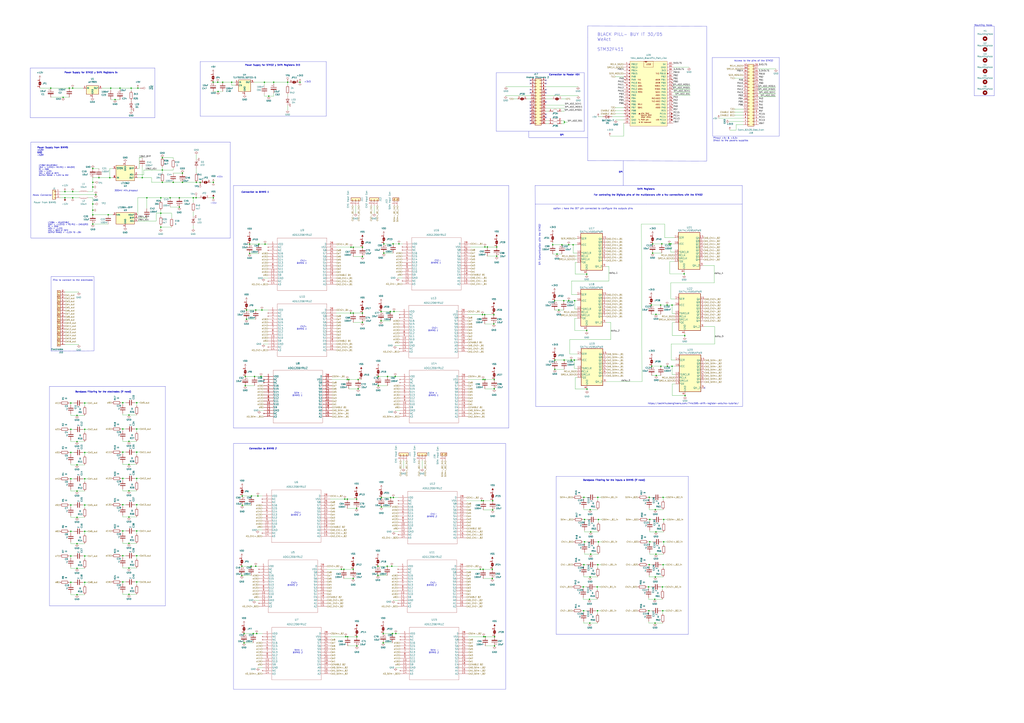
<source format=kicad_sch>
(kicad_sch (version 20230121) (generator eeschema)
  (paper "A1")
  (title_block (title "Multiplexor Board") (date "2023-05-31") (rev "V11") (company "Nicole Dupuy") (comment 1 "Complete Schematic & PCB Finished") (comment 2 "WeAct STM32F411"))
  (lib_symbols
    (symbol "ADG1206YRUZ_1" (pin_names (offset 0.254))
      (property "Reference" "U" (at 27.2288 6.5532 0))
      (property "Value" "ADG1206YRUZ_1" (at 27.6606 -39.8272 0))
      (symbol "ADG1206YRUZ_1_1_1"
        (pin power_in line (at 0 0 0) (length 7.62) (name "VDD") (number "1"))
        (pin bidirectional line (at 0 -22.86 0) (length 7.62) (name "S10") (number "10"))
        (pin bidirectional line (at 0 -25.4 0) (length 7.62) (name "S9") (number "11"))
        (pin power_in line (at 0 -27.94 0) (length 7.62) (name "GND") (number "12"))
        (pin no_connect line (at 0 -30.48 0) (length 7.62) (name "NC") (number "13"))
        (pin input line (at 0 -33.02 0) (length 7.62) (name "A3") (number "14"))
        (pin input line (at 55.88 -33.02 180) (length 7.62) (name "A2") (number "15"))
        (pin input line (at 55.88 -30.48 180) (length 7.62) (name "A1") (number "16"))
        (pin input line (at 55.88 -27.94 180) (length 7.62) (name "A0") (number "17"))
        (pin input line (at 55.88 -25.4 180) (length 7.62) (name "EN") (number "18"))
        (pin bidirectional line (at 55.88 -22.86 180) (length 7.62) (name "S1") (number "19"))
        (pin no_connect line (at 0 -2.54 0) (length 7.62) (name "NC") (number "2"))
        (pin bidirectional line (at 55.88 -20.32 180) (length 7.62) (name "S2") (number "20"))
        (pin bidirectional line (at 55.88 -17.78 180) (length 7.62) (name "S3") (number "21"))
        (pin bidirectional line (at 55.88 -15.24 180) (length 7.62) (name "S4") (number "22"))
        (pin bidirectional line (at 55.88 -12.7 180) (length 7.62) (name "S5") (number "23"))
        (pin bidirectional line (at 55.88 -10.16 180) (length 7.62) (name "S6") (number "24"))
        (pin bidirectional line (at 55.88 -7.62 180) (length 7.62) (name "S7") (number "25"))
        (pin bidirectional line (at 55.88 -5.08 180) (length 7.62) (name "S8") (number "26"))
        (pin power_in line (at 55.88 -2.54 180) (length 7.62) (name "VSS") (number "27"))
        (pin bidirectional line (at 55.88 0 180) (length 7.62) (name "D") (number "28"))
        (pin no_connect line (at 0 -5.08 0) (length 7.62) (name "NC") (number "3"))
        (pin bidirectional line (at 0 -7.62 0) (length 7.62) (name "S16") (number "4"))
        (pin bidirectional line (at 0 -10.16 0) (length 7.62) (name "S15") (number "5"))
        (pin bidirectional line (at 0 -12.7 0) (length 7.62) (name "S14") (number "6"))
        (pin bidirectional line (at 0 -15.24 0) (length 7.62) (name "S13") (number "7"))
        (pin bidirectional line (at 0 -17.78 0) (length 7.62) (name "S12") (number "8"))
        (pin bidirectional line (at 0 -20.32 0) (length 7.62) (name "S11") (number "9"))
      )
    )
    (symbol "ADG1206YRUZ_10" (pin_names (offset 0.254))
      (property "Reference" "U" (at 27.2288 6.5532 0))
      (property "Value" "ADG1206YRUZ_10" (at 27.6606 -39.8272 0))
      (symbol "ADG1206YRUZ_10_1_1"
        (pin power_in line (at 0 0 0) (length 7.62) (name "VDD") (number "1"))
        (pin bidirectional line (at 0 -22.86 0) (length 7.62) (name "S10") (number "10"))
        (pin bidirectional line (at 0 -25.4 0) (length 7.62) (name "S9") (number "11"))
        (pin power_in line (at 0 -27.94 0) (length 7.62) (name "GND") (number "12"))
        (pin no_connect line (at 0 -30.48 0) (length 7.62) (name "NC") (number "13"))
        (pin input line (at 0 -33.02 0) (length 7.62) (name "A3") (number "14"))
        (pin input line (at 55.88 -33.02 180) (length 7.62) (name "A2") (number "15"))
        (pin input line (at 55.88 -30.48 180) (length 7.62) (name "A1") (number "16"))
        (pin input line (at 55.88 -27.94 180) (length 7.62) (name "A0") (number "17"))
        (pin input line (at 55.88 -25.4 180) (length 7.62) (name "EN") (number "18"))
        (pin bidirectional line (at 55.88 -22.86 180) (length 7.62) (name "S1") (number "19"))
        (pin no_connect line (at 0 -2.54 0) (length 7.62) (name "NC") (number "2"))
        (pin bidirectional line (at 55.88 -20.32 180) (length 7.62) (name "S2") (number "20"))
        (pin bidirectional line (at 55.88 -17.78 180) (length 7.62) (name "S3") (number "21"))
        (pin bidirectional line (at 55.88 -15.24 180) (length 7.62) (name "S4") (number "22"))
        (pin bidirectional line (at 55.88 -12.7 180) (length 7.62) (name "S5") (number "23"))
        (pin bidirectional line (at 55.88 -10.16 180) (length 7.62) (name "S6") (number "24"))
        (pin bidirectional line (at 55.88 -7.62 180) (length 7.62) (name "S7") (number "25"))
        (pin bidirectional line (at 55.88 -5.08 180) (length 7.62) (name "S8") (number "26"))
        (pin power_in line (at 55.88 -2.54 180) (length 7.62) (name "VSS") (number "27"))
        (pin bidirectional line (at 55.88 0 180) (length 7.62) (name "D") (number "28"))
        (pin no_connect line (at 0 -5.08 0) (length 7.62) (name "NC") (number "3"))
        (pin bidirectional line (at 0 -7.62 0) (length 7.62) (name "S16") (number "4"))
        (pin bidirectional line (at 0 -10.16 0) (length 7.62) (name "S15") (number "5"))
        (pin bidirectional line (at 0 -12.7 0) (length 7.62) (name "S14") (number "6"))
        (pin bidirectional line (at 0 -15.24 0) (length 7.62) (name "S13") (number "7"))
        (pin bidirectional line (at 0 -17.78 0) (length 7.62) (name "S12") (number "8"))
        (pin bidirectional line (at 0 -20.32 0) (length 7.62) (name "S11") (number "9"))
      )
    )
    (symbol "ADG1206YRUZ_11" (pin_names (offset 0.254))
      (property "Reference" "U" (at 27.2288 6.5532 0))
      (property "Value" "ADG1206YRUZ_11" (at 27.6606 -39.8272 0))
      (symbol "ADG1206YRUZ_11_1_1"
        (pin power_in line (at 0 0 0) (length 7.62) (name "VDD") (number "1"))
        (pin bidirectional line (at 0 -22.86 0) (length 7.62) (name "S10") (number "10"))
        (pin bidirectional line (at 0 -25.4 0) (length 7.62) (name "S9") (number "11"))
        (pin power_in line (at 0 -27.94 0) (length 7.62) (name "GND") (number "12"))
        (pin no_connect line (at 0 -30.48 0) (length 7.62) (name "NC") (number "13"))
        (pin input line (at 0 -33.02 0) (length 7.62) (name "A3") (number "14"))
        (pin input line (at 55.88 -33.02 180) (length 7.62) (name "A2") (number "15"))
        (pin input line (at 55.88 -30.48 180) (length 7.62) (name "A1") (number "16"))
        (pin input line (at 55.88 -27.94 180) (length 7.62) (name "A0") (number "17"))
        (pin input line (at 55.88 -25.4 180) (length 7.62) (name "EN") (number "18"))
        (pin bidirectional line (at 55.88 -22.86 180) (length 7.62) (name "S1") (number "19"))
        (pin no_connect line (at 0 -2.54 0) (length 7.62) (name "NC") (number "2"))
        (pin bidirectional line (at 55.88 -20.32 180) (length 7.62) (name "S2") (number "20"))
        (pin bidirectional line (at 55.88 -17.78 180) (length 7.62) (name "S3") (number "21"))
        (pin bidirectional line (at 55.88 -15.24 180) (length 7.62) (name "S4") (number "22"))
        (pin bidirectional line (at 55.88 -12.7 180) (length 7.62) (name "S5") (number "23"))
        (pin bidirectional line (at 55.88 -10.16 180) (length 7.62) (name "S6") (number "24"))
        (pin bidirectional line (at 55.88 -7.62 180) (length 7.62) (name "S7") (number "25"))
        (pin bidirectional line (at 55.88 -5.08 180) (length 7.62) (name "S8") (number "26"))
        (pin power_in line (at 55.88 -2.54 180) (length 7.62) (name "VSS") (number "27"))
        (pin bidirectional line (at 55.88 0 180) (length 7.62) (name "D") (number "28"))
        (pin no_connect line (at 0 -5.08 0) (length 7.62) (name "NC") (number "3"))
        (pin bidirectional line (at 0 -7.62 0) (length 7.62) (name "S16") (number "4"))
        (pin bidirectional line (at 0 -10.16 0) (length 7.62) (name "S15") (number "5"))
        (pin bidirectional line (at 0 -12.7 0) (length 7.62) (name "S14") (number "6"))
        (pin bidirectional line (at 0 -15.24 0) (length 7.62) (name "S13") (number "7"))
        (pin bidirectional line (at 0 -17.78 0) (length 7.62) (name "S12") (number "8"))
        (pin bidirectional line (at 0 -20.32 0) (length 7.62) (name "S11") (number "9"))
      )
    )
    (symbol "ADG1206YRUZ_2" (pin_names (offset 0.254))
      (property "Reference" "U" (at 27.2288 6.5532 0))
      (property "Value" "ADG1206YRUZ_2" (at 27.6606 -39.8272 0))
      (symbol "ADG1206YRUZ_2_1_1"
        (pin power_in line (at 0 0 0) (length 7.62) (name "VDD") (number "1"))
        (pin bidirectional line (at 0 -22.86 0) (length 7.62) (name "S10") (number "10"))
        (pin bidirectional line (at 0 -25.4 0) (length 7.62) (name "S9") (number "11"))
        (pin power_in line (at 0 -27.94 0) (length 7.62) (name "GND") (number "12"))
        (pin no_connect line (at 0 -30.48 0) (length 7.62) (name "NC") (number "13"))
        (pin input line (at 0 -33.02 0) (length 7.62) (name "A3") (number "14"))
        (pin input line (at 55.88 -33.02 180) (length 7.62) (name "A2") (number "15"))
        (pin input line (at 55.88 -30.48 180) (length 7.62) (name "A1") (number "16"))
        (pin input line (at 55.88 -27.94 180) (length 7.62) (name "A0") (number "17"))
        (pin input line (at 55.88 -25.4 180) (length 7.62) (name "EN") (number "18"))
        (pin bidirectional line (at 55.88 -22.86 180) (length 7.62) (name "S1") (number "19"))
        (pin no_connect line (at 0 -2.54 0) (length 7.62) (name "NC") (number "2"))
        (pin bidirectional line (at 55.88 -20.32 180) (length 7.62) (name "S2") (number "20"))
        (pin bidirectional line (at 55.88 -17.78 180) (length 7.62) (name "S3") (number "21"))
        (pin bidirectional line (at 55.88 -15.24 180) (length 7.62) (name "S4") (number "22"))
        (pin bidirectional line (at 55.88 -12.7 180) (length 7.62) (name "S5") (number "23"))
        (pin bidirectional line (at 55.88 -10.16 180) (length 7.62) (name "S6") (number "24"))
        (pin bidirectional line (at 55.88 -7.62 180) (length 7.62) (name "S7") (number "25"))
        (pin bidirectional line (at 55.88 -5.08 180) (length 7.62) (name "S8") (number "26"))
        (pin power_in line (at 55.88 -2.54 180) (length 7.62) (name "VSS") (number "27"))
        (pin bidirectional line (at 55.88 0 180) (length 7.62) (name "D") (number "28"))
        (pin no_connect line (at 0 -5.08 0) (length 7.62) (name "NC") (number "3"))
        (pin bidirectional line (at 0 -7.62 0) (length 7.62) (name "S16") (number "4"))
        (pin bidirectional line (at 0 -10.16 0) (length 7.62) (name "S15") (number "5"))
        (pin bidirectional line (at 0 -12.7 0) (length 7.62) (name "S14") (number "6"))
        (pin bidirectional line (at 0 -15.24 0) (length 7.62) (name "S13") (number "7"))
        (pin bidirectional line (at 0 -17.78 0) (length 7.62) (name "S12") (number "8"))
        (pin bidirectional line (at 0 -20.32 0) (length 7.62) (name "S11") (number "9"))
      )
    )
    (symbol "ADG1206YRUZ_3" (pin_names (offset 0.254))
      (property "Reference" "U" (at 27.2288 6.5532 0))
      (property "Value" "ADG1206YRUZ_3" (at 27.6606 -39.8272 0))
      (symbol "ADG1206YRUZ_3_1_1"
        (pin power_in line (at 0 0 0) (length 7.62) (name "VDD") (number "1"))
        (pin bidirectional line (at 0 -22.86 0) (length 7.62) (name "S10") (number "10"))
        (pin bidirectional line (at 0 -25.4 0) (length 7.62) (name "S9") (number "11"))
        (pin power_in line (at 0 -27.94 0) (length 7.62) (name "GND") (number "12"))
        (pin no_connect line (at 0 -30.48 0) (length 7.62) (name "NC") (number "13"))
        (pin input line (at 0 -33.02 0) (length 7.62) (name "A3") (number "14"))
        (pin input line (at 55.88 -33.02 180) (length 7.62) (name "A2") (number "15"))
        (pin input line (at 55.88 -30.48 180) (length 7.62) (name "A1") (number "16"))
        (pin input line (at 55.88 -27.94 180) (length 7.62) (name "A0") (number "17"))
        (pin input line (at 55.88 -25.4 180) (length 7.62) (name "EN") (number "18"))
        (pin bidirectional line (at 55.88 -22.86 180) (length 7.62) (name "S1") (number "19"))
        (pin no_connect line (at 0 -2.54 0) (length 7.62) (name "NC") (number "2"))
        (pin bidirectional line (at 55.88 -20.32 180) (length 7.62) (name "S2") (number "20"))
        (pin bidirectional line (at 55.88 -17.78 180) (length 7.62) (name "S3") (number "21"))
        (pin bidirectional line (at 55.88 -15.24 180) (length 7.62) (name "S4") (number "22"))
        (pin bidirectional line (at 55.88 -12.7 180) (length 7.62) (name "S5") (number "23"))
        (pin bidirectional line (at 55.88 -10.16 180) (length 7.62) (name "S6") (number "24"))
        (pin bidirectional line (at 55.88 -7.62 180) (length 7.62) (name "S7") (number "25"))
        (pin bidirectional line (at 55.88 -5.08 180) (length 7.62) (name "S8") (number "26"))
        (pin power_in line (at 55.88 -2.54 180) (length 7.62) (name "VSS") (number "27"))
        (pin bidirectional line (at 55.88 0 180) (length 7.62) (name "D") (number "28"))
        (pin no_connect line (at 0 -5.08 0) (length 7.62) (name "NC") (number "3"))
        (pin bidirectional line (at 0 -7.62 0) (length 7.62) (name "S16") (number "4"))
        (pin bidirectional line (at 0 -10.16 0) (length 7.62) (name "S15") (number "5"))
        (pin bidirectional line (at 0 -12.7 0) (length 7.62) (name "S14") (number "6"))
        (pin bidirectional line (at 0 -15.24 0) (length 7.62) (name "S13") (number "7"))
        (pin bidirectional line (at 0 -17.78 0) (length 7.62) (name "S12") (number "8"))
        (pin bidirectional line (at 0 -20.32 0) (length 7.62) (name "S11") (number "9"))
      )
    )
    (symbol "ADG1206YRUZ_4" (pin_names (offset 0.254))
      (property "Reference" "U" (at 27.2288 6.5532 0))
      (property "Value" "ADG1206YRUZ_4" (at 27.6606 -39.8272 0))
      (symbol "ADG1206YRUZ_4_1_1"
        (pin power_in line (at 0 0 0) (length 7.62) (name "VDD") (number "1"))
        (pin bidirectional line (at 0 -22.86 0) (length 7.62) (name "S10") (number "10"))
        (pin bidirectional line (at 0 -25.4 0) (length 7.62) (name "S9") (number "11"))
        (pin power_in line (at 0 -27.94 0) (length 7.62) (name "GND") (number "12"))
        (pin no_connect line (at 0 -30.48 0) (length 7.62) (name "NC") (number "13"))
        (pin input line (at 0 -33.02 0) (length 7.62) (name "A3") (number "14"))
        (pin input line (at 55.88 -33.02 180) (length 7.62) (name "A2") (number "15"))
        (pin input line (at 55.88 -30.48 180) (length 7.62) (name "A1") (number "16"))
        (pin input line (at 55.88 -27.94 180) (length 7.62) (name "A0") (number "17"))
        (pin input line (at 55.88 -25.4 180) (length 7.62) (name "EN") (number "18"))
        (pin bidirectional line (at 55.88 -22.86 180) (length 7.62) (name "S1") (number "19"))
        (pin no_connect line (at 0 -2.54 0) (length 7.62) (name "NC") (number "2"))
        (pin bidirectional line (at 55.88 -20.32 180) (length 7.62) (name "S2") (number "20"))
        (pin bidirectional line (at 55.88 -17.78 180) (length 7.62) (name "S3") (number "21"))
        (pin bidirectional line (at 55.88 -15.24 180) (length 7.62) (name "S4") (number "22"))
        (pin bidirectional line (at 55.88 -12.7 180) (length 7.62) (name "S5") (number "23"))
        (pin bidirectional line (at 55.88 -10.16 180) (length 7.62) (name "S6") (number "24"))
        (pin bidirectional line (at 55.88 -7.62 180) (length 7.62) (name "S7") (number "25"))
        (pin bidirectional line (at 55.88 -5.08 180) (length 7.62) (name "S8") (number "26"))
        (pin power_in line (at 55.88 -2.54 180) (length 7.62) (name "VSS") (number "27"))
        (pin bidirectional line (at 55.88 0 180) (length 7.62) (name "D") (number "28"))
        (pin no_connect line (at 0 -5.08 0) (length 7.62) (name "NC") (number "3"))
        (pin bidirectional line (at 0 -7.62 0) (length 7.62) (name "S16") (number "4"))
        (pin bidirectional line (at 0 -10.16 0) (length 7.62) (name "S15") (number "5"))
        (pin bidirectional line (at 0 -12.7 0) (length 7.62) (name "S14") (number "6"))
        (pin bidirectional line (at 0 -15.24 0) (length 7.62) (name "S13") (number "7"))
        (pin bidirectional line (at 0 -17.78 0) (length 7.62) (name "S12") (number "8"))
        (pin bidirectional line (at 0 -20.32 0) (length 7.62) (name "S11") (number "9"))
      )
    )
    (symbol "ADG1206YRUZ_5" (pin_names (offset 0.254))
      (property "Reference" "U" (at 27.2288 6.5532 0))
      (property "Value" "ADG1206YRUZ_5" (at 27.6606 -39.8272 0))
      (symbol "ADG1206YRUZ_5_1_1"
        (pin power_in line (at 0 0 0) (length 7.62) (name "VDD") (number "1"))
        (pin bidirectional line (at 0 -22.86 0) (length 7.62) (name "S10") (number "10"))
        (pin bidirectional line (at 0 -25.4 0) (length 7.62) (name "S9") (number "11"))
        (pin power_in line (at 0 -27.94 0) (length 7.62) (name "GND") (number "12"))
        (pin no_connect line (at 0 -30.48 0) (length 7.62) (name "NC") (number "13"))
        (pin input line (at 0 -33.02 0) (length 7.62) (name "A3") (number "14"))
        (pin input line (at 55.88 -33.02 180) (length 7.62) (name "A2") (number "15"))
        (pin input line (at 55.88 -30.48 180) (length 7.62) (name "A1") (number "16"))
        (pin input line (at 55.88 -27.94 180) (length 7.62) (name "A0") (number "17"))
        (pin input line (at 55.88 -25.4 180) (length 7.62) (name "EN") (number "18"))
        (pin bidirectional line (at 55.88 -22.86 180) (length 7.62) (name "S1") (number "19"))
        (pin no_connect line (at 0 -2.54 0) (length 7.62) (name "NC") (number "2"))
        (pin bidirectional line (at 55.88 -20.32 180) (length 7.62) (name "S2") (number "20"))
        (pin bidirectional line (at 55.88 -17.78 180) (length 7.62) (name "S3") (number "21"))
        (pin bidirectional line (at 55.88 -15.24 180) (length 7.62) (name "S4") (number "22"))
        (pin bidirectional line (at 55.88 -12.7 180) (length 7.62) (name "S5") (number "23"))
        (pin bidirectional line (at 55.88 -10.16 180) (length 7.62) (name "S6") (number "24"))
        (pin bidirectional line (at 55.88 -7.62 180) (length 7.62) (name "S7") (number "25"))
        (pin bidirectional line (at 55.88 -5.08 180) (length 7.62) (name "S8") (number "26"))
        (pin power_in line (at 55.88 -2.54 180) (length 7.62) (name "VSS") (number "27"))
        (pin bidirectional line (at 55.88 0 180) (length 7.62) (name "D") (number "28"))
        (pin no_connect line (at 0 -5.08 0) (length 7.62) (name "NC") (number "3"))
        (pin bidirectional line (at 0 -7.62 0) (length 7.62) (name "S16") (number "4"))
        (pin bidirectional line (at 0 -10.16 0) (length 7.62) (name "S15") (number "5"))
        (pin bidirectional line (at 0 -12.7 0) (length 7.62) (name "S14") (number "6"))
        (pin bidirectional line (at 0 -15.24 0) (length 7.62) (name "S13") (number "7"))
        (pin bidirectional line (at 0 -17.78 0) (length 7.62) (name "S12") (number "8"))
        (pin bidirectional line (at 0 -20.32 0) (length 7.62) (name "S11") (number "9"))
      )
    )
    (symbol "ADG1206YRUZ_6" (pin_names (offset 0.254))
      (property "Reference" "U" (at 27.2288 6.5532 0))
      (property "Value" "ADG1206YRUZ_6" (at 27.6606 -39.8272 0))
      (symbol "ADG1206YRUZ_6_1_1"
        (pin power_in line (at 0 0 0) (length 7.62) (name "VDD") (number "1"))
        (pin bidirectional line (at 0 -22.86 0) (length 7.62) (name "S10") (number "10"))
        (pin bidirectional line (at 0 -25.4 0) (length 7.62) (name "S9") (number "11"))
        (pin power_in line (at 0 -27.94 0) (length 7.62) (name "GND") (number "12"))
        (pin no_connect line (at 0 -30.48 0) (length 7.62) (name "NC") (number "13"))
        (pin input line (at 0 -33.02 0) (length 7.62) (name "A3") (number "14"))
        (pin input line (at 55.88 -33.02 180) (length 7.62) (name "A2") (number "15"))
        (pin input line (at 55.88 -30.48 180) (length 7.62) (name "A1") (number "16"))
        (pin input line (at 55.88 -27.94 180) (length 7.62) (name "A0") (number "17"))
        (pin input line (at 55.88 -25.4 180) (length 7.62) (name "EN") (number "18"))
        (pin bidirectional line (at 55.88 -22.86 180) (length 7.62) (name "S1") (number "19"))
        (pin no_connect line (at 0 -2.54 0) (length 7.62) (name "NC") (number "2"))
        (pin bidirectional line (at 55.88 -20.32 180) (length 7.62) (name "S2") (number "20"))
        (pin bidirectional line (at 55.88 -17.78 180) (length 7.62) (name "S3") (number "21"))
        (pin bidirectional line (at 55.88 -15.24 180) (length 7.62) (name "S4") (number "22"))
        (pin bidirectional line (at 55.88 -12.7 180) (length 7.62) (name "S5") (number "23"))
        (pin bidirectional line (at 55.88 -10.16 180) (length 7.62) (name "S6") (number "24"))
        (pin bidirectional line (at 55.88 -7.62 180) (length 7.62) (name "S7") (number "25"))
        (pin bidirectional line (at 55.88 -5.08 180) (length 7.62) (name "S8") (number "26"))
        (pin power_in line (at 55.88 -2.54 180) (length 7.62) (name "VSS") (number "27"))
        (pin bidirectional line (at 55.88 0 180) (length 7.62) (name "D") (number "28"))
        (pin no_connect line (at 0 -5.08 0) (length 7.62) (name "NC") (number "3"))
        (pin bidirectional line (at 0 -7.62 0) (length 7.62) (name "S16") (number "4"))
        (pin bidirectional line (at 0 -10.16 0) (length 7.62) (name "S15") (number "5"))
        (pin bidirectional line (at 0 -12.7 0) (length 7.62) (name "S14") (number "6"))
        (pin bidirectional line (at 0 -15.24 0) (length 7.62) (name "S13") (number "7"))
        (pin bidirectional line (at 0 -17.78 0) (length 7.62) (name "S12") (number "8"))
        (pin bidirectional line (at 0 -20.32 0) (length 7.62) (name "S11") (number "9"))
      )
    )
    (symbol "ADG1206YRUZ_7" (pin_names (offset 0.254))
      (property "Reference" "U" (at 27.2288 6.5532 0))
      (property "Value" "ADG1206YRUZ_7" (at 27.6606 -39.8272 0))
      (symbol "ADG1206YRUZ_7_1_1"
        (pin power_in line (at 0 0 0) (length 7.62) (name "VDD") (number "1"))
        (pin bidirectional line (at 0 -22.86 0) (length 7.62) (name "S10") (number "10"))
        (pin bidirectional line (at 0 -25.4 0) (length 7.62) (name "S9") (number "11"))
        (pin power_in line (at 0 -27.94 0) (length 7.62) (name "GND") (number "12"))
        (pin no_connect line (at 0 -30.48 0) (length 7.62) (name "NC") (number "13"))
        (pin input line (at 0 -33.02 0) (length 7.62) (name "A3") (number "14"))
        (pin input line (at 55.88 -33.02 180) (length 7.62) (name "A2") (number "15"))
        (pin input line (at 55.88 -30.48 180) (length 7.62) (name "A1") (number "16"))
        (pin input line (at 55.88 -27.94 180) (length 7.62) (name "A0") (number "17"))
        (pin input line (at 55.88 -25.4 180) (length 7.62) (name "EN") (number "18"))
        (pin bidirectional line (at 55.88 -22.86 180) (length 7.62) (name "S1") (number "19"))
        (pin no_connect line (at 0 -2.54 0) (length 7.62) (name "NC") (number "2"))
        (pin bidirectional line (at 55.88 -20.32 180) (length 7.62) (name "S2") (number "20"))
        (pin bidirectional line (at 55.88 -17.78 180) (length 7.62) (name "S3") (number "21"))
        (pin bidirectional line (at 55.88 -15.24 180) (length 7.62) (name "S4") (number "22"))
        (pin bidirectional line (at 55.88 -12.7 180) (length 7.62) (name "S5") (number "23"))
        (pin bidirectional line (at 55.88 -10.16 180) (length 7.62) (name "S6") (number "24"))
        (pin bidirectional line (at 55.88 -7.62 180) (length 7.62) (name "S7") (number "25"))
        (pin bidirectional line (at 55.88 -5.08 180) (length 7.62) (name "S8") (number "26"))
        (pin power_in line (at 55.88 -2.54 180) (length 7.62) (name "VSS") (number "27"))
        (pin bidirectional line (at 55.88 0 180) (length 7.62) (name "D") (number "28"))
        (pin no_connect line (at 0 -5.08 0) (length 7.62) (name "NC") (number "3"))
        (pin bidirectional line (at 0 -7.62 0) (length 7.62) (name "S16") (number "4"))
        (pin bidirectional line (at 0 -10.16 0) (length 7.62) (name "S15") (number "5"))
        (pin bidirectional line (at 0 -12.7 0) (length 7.62) (name "S14") (number "6"))
        (pin bidirectional line (at 0 -15.24 0) (length 7.62) (name "S13") (number "7"))
        (pin bidirectional line (at 0 -17.78 0) (length 7.62) (name "S12") (number "8"))
        (pin bidirectional line (at 0 -20.32 0) (length 7.62) (name "S11") (number "9"))
      )
    )
    (symbol "ADG1206YRUZ_8" (pin_names (offset 0.254))
      (property "Reference" "U" (at 27.2288 6.5532 0))
      (property "Value" "ADG1206YRUZ_8" (at 27.6606 -39.8272 0))
      (symbol "ADG1206YRUZ_8_1_1"
        (pin power_in line (at 0 0 0) (length 7.62) (name "VDD") (number "1"))
        (pin bidirectional line (at 0 -22.86 0) (length 7.62) (name "S10") (number "10"))
        (pin bidirectional line (at 0 -25.4 0) (length 7.62) (name "S9") (number "11"))
        (pin power_in line (at 0 -27.94 0) (length 7.62) (name "GND") (number "12"))
        (pin no_connect line (at 0 -30.48 0) (length 7.62) (name "NC") (number "13"))
        (pin input line (at 0 -33.02 0) (length 7.62) (name "A3") (number "14"))
        (pin input line (at 55.88 -33.02 180) (length 7.62) (name "A2") (number "15"))
        (pin input line (at 55.88 -30.48 180) (length 7.62) (name "A1") (number "16"))
        (pin input line (at 55.88 -27.94 180) (length 7.62) (name "A0") (number "17"))
        (pin input line (at 55.88 -25.4 180) (length 7.62) (name "EN") (number "18"))
        (pin bidirectional line (at 55.88 -22.86 180) (length 7.62) (name "S1") (number "19"))
        (pin no_connect line (at 0 -2.54 0) (length 7.62) (name "NC") (number "2"))
        (pin bidirectional line (at 55.88 -20.32 180) (length 7.62) (name "S2") (number "20"))
        (pin bidirectional line (at 55.88 -17.78 180) (length 7.62) (name "S3") (number "21"))
        (pin bidirectional line (at 55.88 -15.24 180) (length 7.62) (name "S4") (number "22"))
        (pin bidirectional line (at 55.88 -12.7 180) (length 7.62) (name "S5") (number "23"))
        (pin bidirectional line (at 55.88 -10.16 180) (length 7.62) (name "S6") (number "24"))
        (pin bidirectional line (at 55.88 -7.62 180) (length 7.62) (name "S7") (number "25"))
        (pin bidirectional line (at 55.88 -5.08 180) (length 7.62) (name "S8") (number "26"))
        (pin power_in line (at 55.88 -2.54 180) (length 7.62) (name "VSS") (number "27"))
        (pin bidirectional line (at 55.88 0 180) (length 7.62) (name "D") (number "28"))
        (pin no_connect line (at 0 -5.08 0) (length 7.62) (name "NC") (number "3"))
        (pin bidirectional line (at 0 -7.62 0) (length 7.62) (name "S16") (number "4"))
        (pin bidirectional line (at 0 -10.16 0) (length 7.62) (name "S15") (number "5"))
        (pin bidirectional line (at 0 -12.7 0) (length 7.62) (name "S14") (number "6"))
        (pin bidirectional line (at 0 -15.24 0) (length 7.62) (name "S13") (number "7"))
        (pin bidirectional line (at 0 -17.78 0) (length 7.62) (name "S12") (number "8"))
        (pin bidirectional line (at 0 -20.32 0) (length 7.62) (name "S11") (number "9"))
      )
    )
    (symbol "ADG1206YRUZ_9" (pin_names (offset 0.254))
      (property "Reference" "U" (at 27.2288 6.5532 0))
      (property "Value" "ADG1206YRUZ_9" (at 27.6606 -39.8272 0))
      (symbol "ADG1206YRUZ_9_1_1"
        (pin power_in line (at 0 0 0) (length 7.62) (name "VDD") (number "1"))
        (pin bidirectional line (at 0 -22.86 0) (length 7.62) (name "S10") (number "10"))
        (pin bidirectional line (at 0 -25.4 0) (length 7.62) (name "S9") (number "11"))
        (pin power_in line (at 0 -27.94 0) (length 7.62) (name "GND") (number "12"))
        (pin no_connect line (at 0 -30.48 0) (length 7.62) (name "NC") (number "13"))
        (pin input line (at 0 -33.02 0) (length 7.62) (name "A3") (number "14"))
        (pin input line (at 55.88 -33.02 180) (length 7.62) (name "A2") (number "15"))
        (pin input line (at 55.88 -30.48 180) (length 7.62) (name "A1") (number "16"))
        (pin input line (at 55.88 -27.94 180) (length 7.62) (name "A0") (number "17"))
        (pin input line (at 55.88 -25.4 180) (length 7.62) (name "EN") (number "18"))
        (pin bidirectional line (at 55.88 -22.86 180) (length 7.62) (name "S1") (number "19"))
        (pin no_connect line (at 0 -2.54 0) (length 7.62) (name "NC") (number "2"))
        (pin bidirectional line (at 55.88 -20.32 180) (length 7.62) (name "S2") (number "20"))
        (pin bidirectional line (at 55.88 -17.78 180) (length 7.62) (name "S3") (number "21"))
        (pin bidirectional line (at 55.88 -15.24 180) (length 7.62) (name "S4") (number "22"))
        (pin bidirectional line (at 55.88 -12.7 180) (length 7.62) (name "S5") (number "23"))
        (pin bidirectional line (at 55.88 -10.16 180) (length 7.62) (name "S6") (number "24"))
        (pin bidirectional line (at 55.88 -7.62 180) (length 7.62) (name "S7") (number "25"))
        (pin bidirectional line (at 55.88 -5.08 180) (length 7.62) (name "S8") (number "26"))
        (pin power_in line (at 55.88 -2.54 180) (length 7.62) (name "VSS") (number "27"))
        (pin bidirectional line (at 55.88 0 180) (length 7.62) (name "D") (number "28"))
        (pin no_connect line (at 0 -5.08 0) (length 7.62) (name "NC") (number "3"))
        (pin bidirectional line (at 0 -7.62 0) (length 7.62) (name "S16") (number "4"))
        (pin bidirectional line (at 0 -10.16 0) (length 7.62) (name "S15") (number "5"))
        (pin bidirectional line (at 0 -12.7 0) (length 7.62) (name "S14") (number "6"))
        (pin bidirectional line (at 0 -15.24 0) (length 7.62) (name "S13") (number "7"))
        (pin bidirectional line (at 0 -17.78 0) (length 7.62) (name "S12") (number "8"))
        (pin bidirectional line (at 0 -20.32 0) (length 7.62) (name "S11") (number "9"))
      )
    )
    (symbol "Connector:Screw_Terminal_01x02" (pin_names (offset 1.016) hide)
      (property "Reference" "J" (at 0 2.54 0))
      (property "Value" "Screw_Terminal_01x02" (at 0 -5.08 0))
      (symbol "Screw_Terminal_01x02_1_1"
        (pin passive line (at -5.08 0 0) (length 3.81) (name "Pin_1") (number "1"))
        (pin passive line (at -5.08 -2.54 0) (length 3.81) (name "Pin_2") (number "2"))
      )
    )
    (symbol "Connector:TestPoint" (pin_numbers hide) (pin_names (offset 0.762) hide)
      (property "Reference" "TP" (at 0 6.858 0))
      (property "Value" "TestPoint" (at 0 5.08 0))
      (symbol "TestPoint_1_1"
        (pin passive line (at 0 0 90) (length 2.54) (name "1") (number "1"))
      )
    )
    (symbol "Connector_Generic:Conn_01x03" (pin_names (offset 1.016) hide)
      (property "Reference" "J" (at 0 5.08 0))
      (property "Value" "Conn_01x03" (at 0 -5.08 0))
      (symbol "Conn_01x03_1_1"
        (pin passive line (at -5.08 2.54 0) (length 3.81) (name "Pin_1") (number "1"))
        (pin passive line (at -5.08 0 0) (length 3.81) (name "Pin_2") (number "2"))
        (pin passive line (at -5.08 -2.54 0) (length 3.81) (name "Pin_3") (number "3"))
      )
    )
    (symbol "Connector_Generic:Conn_02x15_Odd_Even" (pin_names (offset 1.016) hide)
      (property "Reference" "J" (at 1.27 20.32 0))
      (property "Value" "Conn_02x15_Odd_Even" (at 1.27 -20.32 0))
      (symbol "Conn_02x15_Odd_Even_1_1"
        (pin passive line (at -5.08 17.78 0) (length 3.81) (name "Pin_1") (number "1"))
        (pin passive line (at 7.62 7.62 180) (length 3.81) (name "Pin_10") (number "10"))
        (pin passive line (at -5.08 5.08 0) (length 3.81) (name "Pin_11") (number "11"))
        (pin passive line (at 7.62 5.08 180) (length 3.81) (name "Pin_12") (number "12"))
        (pin passive line (at -5.08 2.54 0) (length 3.81) (name "Pin_13") (number "13"))
        (pin passive line (at 7.62 2.54 180) (length 3.81) (name "Pin_14") (number "14"))
        (pin passive line (at -5.08 0 0) (length 3.81) (name "Pin_15") (number "15"))
        (pin passive line (at 7.62 0 180) (length 3.81) (name "Pin_16") (number "16"))
        (pin passive line (at -5.08 -2.54 0) (length 3.81) (name "Pin_17") (number "17"))
        (pin passive line (at 7.62 -2.54 180) (length 3.81) (name "Pin_18") (number "18"))
        (pin passive line (at -5.08 -5.08 0) (length 3.81) (name "Pin_19") (number "19"))
        (pin passive line (at 7.62 17.78 180) (length 3.81) (name "Pin_2") (number "2"))
        (pin passive line (at 7.62 -5.08 180) (length 3.81) (name "Pin_20") (number "20"))
        (pin passive line (at -5.08 -7.62 0) (length 3.81) (name "Pin_21") (number "21"))
        (pin passive line (at 7.62 -7.62 180) (length 3.81) (name "Pin_22") (number "22"))
        (pin passive line (at -5.08 -10.16 0) (length 3.81) (name "Pin_23") (number "23"))
        (pin passive line (at 7.62 -10.16 180) (length 3.81) (name "Pin_24") (number "24"))
        (pin passive line (at -5.08 -12.7 0) (length 3.81) (name "Pin_25") (number "25"))
        (pin passive line (at 7.62 -12.7 180) (length 3.81) (name "Pin_26") (number "26"))
        (pin passive line (at -5.08 -15.24 0) (length 3.81) (name "Pin_27") (number "27"))
        (pin passive line (at 7.62 -15.24 180) (length 3.81) (name "Pin_28") (number "28"))
        (pin passive line (at -5.08 -17.78 0) (length 3.81) (name "Pin_29") (number "29"))
        (pin passive line (at -5.08 15.24 0) (length 3.81) (name "Pin_3") (number "3"))
        (pin passive line (at 7.62 -17.78 180) (length 3.81) (name "Pin_30") (number "30"))
        (pin passive line (at 7.62 15.24 180) (length 3.81) (name "Pin_4") (number "4"))
        (pin passive line (at -5.08 12.7 0) (length 3.81) (name "Pin_5") (number "5"))
        (pin passive line (at 7.62 12.7 180) (length 3.81) (name "Pin_6") (number "6"))
        (pin passive line (at -5.08 10.16 0) (length 3.81) (name "Pin_7") (number "7"))
        (pin passive line (at 7.62 10.16 180) (length 3.81) (name "Pin_8") (number "8"))
        (pin passive line (at -5.08 7.62 0) (length 3.81) (name "Pin_9") (number "9"))
      )
    )
    (symbol "Connector_Generic:Conn_02x20_Odd_Even" (pin_names (offset 1.016) hide)
      (property "Reference" "J" (at 1.27 25.4 0))
      (property "Value" "Conn_02x20_Odd_Even" (at 1.27 -27.94 0))
      (symbol "Conn_02x20_Odd_Even_1_1"
        (pin passive line (at -5.08 22.86 0) (length 3.81) (name "Pin_1") (number "1"))
        (pin passive line (at 7.62 12.7 180) (length 3.81) (name "Pin_10") (number "10"))
        (pin passive line (at -5.08 10.16 0) (length 3.81) (name "Pin_11") (number "11"))
        (pin passive line (at 7.62 10.16 180) (length 3.81) (name "Pin_12") (number "12"))
        (pin passive line (at -5.08 7.62 0) (length 3.81) (name "Pin_13") (number "13"))
        (pin passive line (at 7.62 7.62 180) (length 3.81) (name "Pin_14") (number "14"))
        (pin passive line (at -5.08 5.08 0) (length 3.81) (name "Pin_15") (number "15"))
        (pin passive line (at 7.62 5.08 180) (length 3.81) (name "Pin_16") (number "16"))
        (pin passive line (at -5.08 2.54 0) (length 3.81) (name "Pin_17") (number "17"))
        (pin passive line (at 7.62 2.54 180) (length 3.81) (name "Pin_18") (number "18"))
        (pin passive line (at -5.08 0 0) (length 3.81) (name "Pin_19") (number "19"))
        (pin passive line (at 7.62 22.86 180) (length 3.81) (name "Pin_2") (number "2"))
        (pin passive line (at 7.62 0 180) (length 3.81) (name "Pin_20") (number "20"))
        (pin passive line (at -5.08 -2.54 0) (length 3.81) (name "Pin_21") (number "21"))
        (pin passive line (at 7.62 -2.54 180) (length 3.81) (name "Pin_22") (number "22"))
        (pin passive line (at -5.08 -5.08 0) (length 3.81) (name "Pin_23") (number "23"))
        (pin passive line (at 7.62 -5.08 180) (length 3.81) (name "Pin_24") (number "24"))
        (pin passive line (at -5.08 -7.62 0) (length 3.81) (name "Pin_25") (number "25"))
        (pin passive line (at 7.62 -7.62 180) (length 3.81) (name "Pin_26") (number "26"))
        (pin passive line (at -5.08 -10.16 0) (length 3.81) (name "Pin_27") (number "27"))
        (pin passive line (at 7.62 -10.16 180) (length 3.81) (name "Pin_28") (number "28"))
        (pin passive line (at -5.08 -12.7 0) (length 3.81) (name "Pin_29") (number "29"))
        (pin passive line (at -5.08 20.32 0) (length 3.81) (name "Pin_3") (number "3"))
        (pin passive line (at 7.62 -12.7 180) (length 3.81) (name "Pin_30") (number "30"))
        (pin passive line (at -5.08 -15.24 0) (length 3.81) (name "Pin_31") (number "31"))
        (pin passive line (at 7.62 -15.24 180) (length 3.81) (name "Pin_32") (number "32"))
        (pin passive line (at -5.08 -17.78 0) (length 3.81) (name "Pin_33") (number "33"))
        (pin passive line (at 7.62 -17.78 180) (length 3.81) (name "Pin_34") (number "34"))
        (pin passive line (at -5.08 -20.32 0) (length 3.81) (name "Pin_35") (number "35"))
        (pin passive line (at 7.62 -20.32 180) (length 3.81) (name "Pin_36") (number "36"))
        (pin passive line (at -5.08 -22.86 0) (length 3.81) (name "Pin_37") (number "37"))
        (pin passive line (at 7.62 -22.86 180) (length 3.81) (name "Pin_38") (number "38"))
        (pin passive line (at -5.08 -25.4 0) (length 3.81) (name "Pin_39") (number "39"))
        (pin passive line (at 7.62 20.32 180) (length 3.81) (name "Pin_4") (number "4"))
        (pin passive line (at 7.62 -25.4 180) (length 3.81) (name "Pin_40") (number "40"))
        (pin passive line (at -5.08 17.78 0) (length 3.81) (name "Pin_5") (number "5"))
        (pin passive line (at 7.62 17.78 180) (length 3.81) (name "Pin_6") (number "6"))
        (pin passive line (at -5.08 15.24 0) (length 3.81) (name "Pin_7") (number "7"))
        (pin passive line (at 7.62 15.24 180) (length 3.81) (name "Pin_8") (number "8"))
        (pin passive line (at -5.08 12.7 0) (length 3.81) (name "Pin_9") (number "9"))
      )
    )
    (symbol "Device:C" (pin_numbers hide) (pin_names (offset 0.254))
      (property "Reference" "C" (at 0.635 2.54 0))
      (property "Value" "C" (at 0.635 -2.54 0))
      (symbol "C_1_1"
        (pin passive line (at 0 3.81 270) (length 2.794) (name "~") (number "1"))
        (pin passive line (at 0 -3.81 90) (length 2.794) (name "~") (number "2"))
      )
    )
    (symbol "Device:C_Polarized" (pin_numbers hide) (pin_names (offset 0.254))
      (property "Reference" "C" (at 0.635 2.54 0))
      (property "Value" "C_Polarized" (at 0.635 -2.54 0))
      (symbol "C_Polarized_1_1"
        (pin passive line (at 0 3.81 270) (length 2.794) (name "~") (number "1"))
        (pin passive line (at 0 -3.81 90) (length 2.794) (name "~") (number "2"))
      )
    )
    (symbol "Device:D_Zener" (pin_numbers hide) (pin_names (offset 1.016) hide)
      (property "Reference" "D" (at 0 2.54 0))
      (property "Value" "D_Zener" (at 0 -2.54 0))
      (symbol "D_Zener_1_1"
        (pin passive line (at -3.81 0 0) (length 2.54) (name "K") (number "1"))
        (pin passive line (at 3.81 0 180) (length 2.54) (name "A") (number "2"))
      )
    )
    (symbol "Device:L" (pin_numbers hide) (pin_names (offset 1.016) hide)
      (property "Reference" "L" (at -1.27 0 90))
      (property "Value" "L" (at 1.905 0 90))
      (symbol "L_1_1"
        (pin passive line (at 0 3.81 270) (length 1.27) (name "1") (number "1"))
        (pin passive line (at 0 -3.81 90) (length 1.27) (name "2") (number "2"))
      )
    )
    (symbol "Device:LED" (pin_numbers hide) (pin_names (offset 1.016) hide)
      (property "Reference" "D" (at 0 2.54 0))
      (property "Value" "LED" (at 0 -2.54 0))
      (symbol "LED_1_1"
        (pin passive line (at -3.81 0 0) (length 2.54) (name "K") (number "1"))
        (pin passive line (at 3.81 0 180) (length 2.54) (name "A") (number "2"))
      )
    )
    (symbol "Device:R" (pin_numbers hide) (pin_names (offset 0))
      (property "Reference" "R" (at 2.032 0 90))
      (property "Value" "R" (at 0 0 90))
      (symbol "R_1_1"
        (pin passive line (at 0 3.81 270) (length 1.27) (name "~") (number "1"))
        (pin passive line (at 0 -3.81 90) (length 1.27) (name "~") (number "2"))
      )
    )
    (symbol "Jumper:Jumper_2_Open" (pin_names (offset 0) hide)
      (property "Reference" "JP" (at 0 2.794 0))
      (property "Value" "Jumper_2_Open" (at 0 -2.286 0))
      (symbol "Jumper_2_Open_1_1"
        (pin passive line (at -5.08 0 0) (length 2.54) (name "A") (number "1"))
        (pin passive line (at 5.08 0 180) (length 2.54) (name "B") (number "2"))
      )
    )
    (symbol "Jumper:SolderJumper_2_Open" (pin_names (offset 0) hide)
      (property "Reference" "JP" (at 0 2.032 0))
      (property "Value" "SolderJumper_2_Open" (at 0 -2.54 0))
      (symbol "SolderJumper_2_Open_1_1"
        (pin passive line (at -3.81 0 0) (length 2.54) (name "A") (number "1"))
        (pin passive line (at 3.81 0 180) (length 2.54) (name "B") (number "2"))
      )
    )
    (symbol "Libreria_porND:ADG1206YRUZ" (pin_names (offset 0.254))
      (property "Reference" "U" (at 27.2288 6.5532 0))
      (property "Value" "ADG1206YRUZ" (at 27.6606 -39.8272 0))
      (symbol "ADG1206YRUZ_1_1"
        (pin power_in line (at 0 0 0) (length 7.62) (name "VDD") (number "1"))
        (pin bidirectional line (at 0 -22.86 0) (length 7.62) (name "S10") (number "10"))
        (pin bidirectional line (at 0 -25.4 0) (length 7.62) (name "S9") (number "11"))
        (pin power_in line (at 0 -27.94 0) (length 7.62) (name "GND") (number "12"))
        (pin no_connect line (at 0 -30.48 0) (length 7.62) (name "NC") (number "13"))
        (pin input line (at 0 -33.02 0) (length 7.62) (name "A3") (number "14"))
        (pin input line (at 55.88 -33.02 180) (length 7.62) (name "A2") (number "15"))
        (pin input line (at 55.88 -30.48 180) (length 7.62) (name "A1") (number "16"))
        (pin input line (at 55.88 -27.94 180) (length 7.62) (name "A0") (number "17"))
        (pin input line (at 55.88 -25.4 180) (length 7.62) (name "EN") (number "18"))
        (pin bidirectional line (at 55.88 -22.86 180) (length 7.62) (name "S1") (number "19"))
        (pin no_connect line (at 0 -2.54 0) (length 7.62) (name "NC") (number "2"))
        (pin bidirectional line (at 55.88 -20.32 180) (length 7.62) (name "S2") (number "20"))
        (pin bidirectional line (at 55.88 -17.78 180) (length 7.62) (name "S3") (number "21"))
        (pin bidirectional line (at 55.88 -15.24 180) (length 7.62) (name "S4") (number "22"))
        (pin bidirectional line (at 55.88 -12.7 180) (length 7.62) (name "S5") (number "23"))
        (pin bidirectional line (at 55.88 -10.16 180) (length 7.62) (name "S6") (number "24"))
        (pin bidirectional line (at 55.88 -7.62 180) (length 7.62) (name "S7") (number "25"))
        (pin bidirectional line (at 55.88 -5.08 180) (length 7.62) (name "S8") (number "26"))
        (pin power_in line (at 55.88 -2.54 180) (length 7.62) (name "VSS") (number "27"))
        (pin bidirectional line (at 55.88 0 180) (length 7.62) (name "D") (number "28"))
        (pin no_connect line (at 0 -5.08 0) (length 7.62) (name "NC") (number "3"))
        (pin bidirectional line (at 0 -7.62 0) (length 7.62) (name "S16") (number "4"))
        (pin bidirectional line (at 0 -10.16 0) (length 7.62) (name "S15") (number "5"))
        (pin bidirectional line (at 0 -12.7 0) (length 7.62) (name "S14") (number "6"))
        (pin bidirectional line (at 0 -15.24 0) (length 7.62) (name "S13") (number "7"))
        (pin bidirectional line (at 0 -17.78 0) (length 7.62) (name "S12") (number "8"))
        (pin bidirectional line (at 0 -20.32 0) (length 7.62) (name "S11") (number "9"))
      )
    )
    (symbol "Libreria_porND:SN74HC595PW" (pin_names (offset 0.254))
      (property "Reference" "U" (at 12.0904 9.2964 0))
      (property "Value" "SN74HC595PW" (at 12.6492 6.5786 0))
      (symbol "SN74HC595PW_1_1"
        (pin output line (at 23.876 -2.54 180) (length 3) (name "QB") (number "1"))
        (pin input line (at 0 -11.684 0) (length 3) (name "*SRCLR") (number "10"))
        (pin input line (at 0 -16.764 0) (length 3) (name "SRCLK") (number "11"))
        (pin input line (at 0 -14.224 0) (length 3) (name "RCLK") (number "12"))
        (pin input line (at 0 -19.304 0) (length 3) (name "*OE") (number "13"))
        (pin input line (at 0 0.254 0) (length 3) (name "SER") (number "14"))
        (pin output line (at 23.876 0 180) (length 3) (name "QA") (number "15"))
        (pin power_in line (at 0 -4.826 0) (length 3) (name "VCC") (number "16"))
        (pin output line (at 23.876 -5.08 180) (length 3) (name "QC") (number "2"))
        (pin output line (at 23.876 -7.62 180) (length 3) (name "QD") (number "3"))
        (pin output line (at 23.876 -10.16 180) (length 3) (name "QE") (number "4"))
        (pin output line (at 23.876 -12.7 180) (length 3) (name "QF") (number "5"))
        (pin output line (at 23.876 -15.24 180) (length 3) (name "QG") (number "6"))
        (pin output line (at 23.876 -17.78 180) (length 3) (name "QH") (number "7"))
        (pin power_in line (at 7.874 -28.702 90) (length 3) (name "GND") (number "8"))
        (pin output line (at 23.876 -22.606 180) (length 3) (name "QH_2") (number "9"))
      )
    )
    (symbol "Libreria_porND:YAAJ_WeAct_BlackPill_Part_Like" (pin_names (offset 1.016))
      (property "Reference" "U" (at -12.7 27.94 0))
      (property "Value" "YAAJ_WeAct_BlackPill_Part_Like" (at 0 2.54 90))
      (symbol "YAAJ_WeAct_BlackPill_Part_Like_0_0"
        (text "30pF 2MHz" (at -2.032 -20.574 0) (effects (font (size 0.9906 0.9906))))
        (text "5V tolerant" (at -2.032 -24.765 0) (effects (font (size 0.9906 0.9906))))
        (text "ADC0" (at 7.747 -12.7 0) (effects (font (size 0.9906 0.9906))))
        (text "ADC1" (at 7.747 -10.16 0) (effects (font (size 0.9906 0.9906))))
        (text "ADC2" (at 7.747 -7.62 0) (effects (font (size 0.9906 0.9906))))
        (text "ADC3" (at 7.747 -5.207 0) (effects (font (size 0.9906 0.9906))))
        (text "ADC4" (at 7.747 -2.54 0) (effects (font (size 0.9906 0.9906))))
        (text "ADC8" (at 7.62 7.62 0) (effects (font (size 0.9906 0.9906))))
        (text "ADC9" (at 7.62 10.16 0) (effects (font (size 0.9906 0.9906))))
        (text "LED" (at 7.366 -22.733 0) (effects (font (size 0.9906 0.9906))))
        (text "MISO1" (at 7.493 2.54 0) (effects (font (size 0.9906 0.9906))))
        (text "MOSI1" (at 7.493 5.08 0) (effects (font (size 0.9906 0.9906))))
        (text "NSS1" (at -6.858 0.127 0) (effects (font (size 0.9906 0.9906))))
        (text "PWM pin" (at -3.175 -22.733 0) (effects (font (size 0.9906 0.9906))))
        (text "RX1" (at -7.366 7.493 0) (effects (font (size 0.9906 0.9906))))
        (text "RX2" (at 4.064 -5.207 0) (effects (font (size 0.9906 0.9906))))
        (text "SCK1" (at 7.747 0 0) (effects (font (size 0.9906 0.9906))))
        (text "SCL1" (at -6.985 -10.033 0) (effects (font (size 0.9906 0.9906))))
        (text "SDA1" (at -6.985 -12.7 0) (effects (font (size 0.9906 0.9906))))
        (text "sink 3mA" (at -2.921 -17.526 0) (effects (font (size 0.9906 0.9906))))
        (text "source 0mA" (at -1.905 -18.923 0) (effects (font (size 0.9906 0.9906))))
        (text "TX1" (at -7.493 10.16 0) (effects (font (size 0.9906 0.9906))))
        (text "TX2" (at 3.937 -7.62 0) (effects (font (size 0.9906 0.9906))))
        (text "TX3" (at 7.239 15.24 0) (effects (font (size 0.9906 0.9906))))
        (text "USB" (at 0 22.86 0) (effects (font (size 1.27 1.27))))
        (text "USB+" (at -6.731 2.54 0) (effects (font (size 0.9906 0.9906))))
        (text "USB-" (at -6.731 5.08 0) (effects (font (size 0.9906 0.9906))))
        (text "Y@@J" (at -2.159 24.892 0) (effects (font (size 0.508 0.508))))
      )
      (symbol "YAAJ_WeAct_BlackPill_Part_Like_1_1"
        (pin bidirectional line (at -20.32 22.86 0) (length 5.08) (name "PB12") (number "1"))
        (pin bidirectional line (at -20.32 0 0) (length 5.08) (name "PA15") (number "10"))
        (pin bidirectional line (at -20.32 -2.54 0) (length 5.08) (name "PB3") (number "11"))
        (pin bidirectional line (at -20.32 -5.08 0) (length 5.08) (name "PB4") (number "12"))
        (pin bidirectional line (at -20.32 -7.62 0) (length 5.08) (name "PB5") (number "13"))
        (pin bidirectional line (at -20.32 -10.16 0) (length 5.08) (name "PB6") (number "14"))
        (pin bidirectional line (at -20.32 -12.7 0) (length 5.08) (name "PB7") (number "15"))
        (pin bidirectional line (at -20.32 -15.24 0) (length 5.08) (name "PB8") (number "16"))
        (pin bidirectional line (at -20.32 -17.78 0) (length 5.08) (name "PB9") (number "17"))
        (pin power_in line (at -20.32 -20.32 0) (length 5.08) (name "5V") (number "18"))
        (pin power_in line (at -20.32 -22.86 0) (length 5.08) (name "GND") (number "19"))
        (pin bidirectional line (at -20.32 20.32 0) (length 5.08) (name "PB13") (number "2"))
        (pin power_in line (at -20.32 -25.4 0) (length 5.08) (name "3V3") (number "20"))
        (pin power_in line (at 20.32 -25.4 180) (length 5.08) (name "VBat") (number "21"))
        (pin bidirectional line (at 20.32 -22.86 180) (length 5.08) (name "PC13") (number "22"))
        (pin bidirectional line (at 20.32 -20.32 180) (length 5.08) (name "PC14") (number "23"))
        (pin bidirectional line (at 20.32 -17.78 180) (length 5.08) (name "PC15") (number "24"))
        (pin input line (at 20.32 -15.24 180) (length 5.08) (name "RES") (number "25"))
        (pin bidirectional line (at 20.32 -12.7 180) (length 5.08) (name "PA0") (number "26"))
        (pin bidirectional line (at 20.32 -10.16 180) (length 5.08) (name "PA1") (number "27"))
        (pin bidirectional line (at 20.32 -7.62 180) (length 5.08) (name "PA2") (number "28"))
        (pin bidirectional line (at 20.32 -5.08 180) (length 5.08) (name "PA3") (number "29"))
        (pin bidirectional line (at -20.32 17.78 0) (length 5.08) (name "PB14") (number "3"))
        (pin bidirectional line (at 20.32 -2.54 180) (length 5.08) (name "PA4") (number "30"))
        (pin bidirectional line (at 20.32 0 180) (length 5.08) (name "PA5") (number "31"))
        (pin bidirectional line (at 20.32 2.54 180) (length 5.08) (name "PA6") (number "32"))
        (pin bidirectional line (at 20.32 5.08 180) (length 5.08) (name "PA7") (number "33"))
        (pin bidirectional line (at 20.32 7.62 180) (length 5.08) (name "PB0") (number "34"))
        (pin bidirectional line (at 20.32 10.16 180) (length 5.08) (name "PB1") (number "35"))
        (pin bidirectional line (at 20.32 12.7 180) (length 5.08) (name "PB2") (number "36"))
        (pin bidirectional line (at 20.32 15.24 180) (length 5.08) (name "PB10") (number "37"))
        (pin power_in line (at 20.32 17.78 180) (length 5.08) (name "3V3") (number "38"))
        (pin power_in line (at 20.32 20.32 180) (length 5.08) (name "GND") (number "39"))
        (pin bidirectional line (at -20.32 15.24 0) (length 5.08) (name "PB15") (number "4"))
        (pin power_in line (at 20.32 22.86 180) (length 5.08) (name "5V") (number "40"))
        (pin bidirectional line (at -20.32 12.7 0) (length 5.08) (name "PA8") (number "5"))
        (pin bidirectional line (at -20.32 10.16 0) (length 5.08) (name "PA9") (number "6"))
        (pin bidirectional line (at -20.32 7.62 0) (length 5.08) (name "PA10") (number "7"))
        (pin bidirectional line (at -20.32 5.08 0) (length 5.08) (name "PA11") (number "8"))
        (pin bidirectional line (at -20.32 2.54 0) (length 5.08) (name "PA12") (number "9"))
      )
    )
    (symbol "Mechanical:MountingHole" (pin_names (offset 1.016))
      (property "Reference" "H" (at 0 5.08 0))
      (property "Value" "MountingHole" (at 0 3.175 0))
    )
    (symbol "Regulator_Linear:LT1962"
      (property "Reference" "U" (at -7.62 8.89 0))
      (property "Value" "LT1962" (at 1.27 -6.35 0))
      (symbol "LT1962_1_1"
        (pin power_out line (at 10.16 5.08 180) (length 2.54) (name "OUT") (number "1"))
        (pin input line (at 10.16 2.54 180) (length 2.54) (name "ADJ") (number "2"))
        (pin passive line (at 10.16 -2.54 180) (length 2.54) (name "BYP") (number "3"))
        (pin power_in line (at 0 -7.62 90) (length 2.54) (name "GND") (number "4"))
        (pin input line (at -10.16 -2.54 0) (length 2.54) (name "~{SHDN}") (number "5"))
        (pin no_connect line (at 2.54 5.08 90) (length 2.54) hide (name "NC") (number "6"))
        (pin no_connect line (at 2.54 2.54 90) (length 2.54) hide (name "NC") (number "7"))
        (pin power_in line (at -10.16 5.08 0) (length 2.54) (name "IN") (number "8"))
      )
    )
    (symbol "Regulator_Linear:LT1964-BYP" (pin_names (offset 0.254))
      (property "Reference" "U" (at -6.35 -5.715 0))
      (property "Value" "LT1964-BYP" (at 0 -5.715 0))
      (symbol "LT1964-BYP_1_1"
        (pin power_in line (at 0 7.62 270) (length 2.54) (name "GND") (number "1"))
        (pin power_in line (at -10.16 -2.54 0) (length 2.54) (name "VIN") (number "2"))
        (pin passive line (at 10.16 0 180) (length 2.54) (name "BYP") (number "3"))
        (pin input line (at 10.16 2.54 180) (length 2.54) (name "ADJ") (number "4"))
        (pin power_out line (at 10.16 -2.54 180) (length 2.54) (name "VOUT") (number "5"))
      )
    )
    (symbol "Regulator_Linear:TLV70233_SOT23-5" (pin_names (offset 0.254))
      (property "Reference" "U" (at -3.81 5.715 0))
      (property "Value" "TLV70233_SOT23-5" (at 0 5.715 0))
      (symbol "TLV70233_SOT23-5_1_1"
        (pin power_in line (at -7.62 2.54 0) (length 2.54) (name "IN") (number "1"))
        (pin power_in line (at 0 -7.62 90) (length 2.54) (name "GND") (number "2"))
        (pin input line (at -7.62 0 0) (length 2.54) (name "EN") (number "3"))
        (pin no_connect line (at 5.08 0 180) (length 2.54) hide (name "NC") (number "4"))
        (pin power_out line (at 7.62 2.54 180) (length 2.54) (name "OUT") (number "5"))
      )
    )
    (symbol "Regulator_Linear:uA7805" (pin_names (offset 0.254))
      (property "Reference" "U" (at -3.81 3.175 0))
      (property "Value" "uA7805" (at 0 3.175 0))
      (symbol "uA7805_1_1"
        (pin power_in line (at -7.62 0 0) (length 2.54) (name "IN") (number "1"))
        (pin power_in line (at 0 -7.62 90) (length 2.54) (name "GND") (number "2"))
        (pin power_out line (at 7.62 0 180) (length 2.54) (name "OUT") (number "3"))
      )
    )
    (symbol "SN74HC595PW_1" (pin_names (offset 0.254))
      (property "Reference" "U" (at 12.0904 9.2964 0))
      (property "Value" "SN74HC595PW_1" (at 12.6492 6.5786 0))
      (symbol "SN74HC595PW_1_1_1"
        (pin output line (at 23.876 -2.54 180) (length 3) (name "QB") (number "1"))
        (pin input line (at 0 -11.684 0) (length 3) (name "*SRCLR") (number "10"))
        (pin input line (at 0 -16.764 0) (length 3) (name "SRCLK") (number "11"))
        (pin input line (at 0 -14.224 0) (length 3) (name "RCLK") (number "12"))
        (pin input line (at 0 -19.304 0) (length 3) (name "*OE") (number "13"))
        (pin input line (at 0 0.254 0) (length 3) (name "SER") (number "14"))
        (pin output line (at 23.876 0 180) (length 3) (name "QA") (number "15"))
        (pin power_in line (at 0 -4.826 0) (length 3) (name "VCC") (number "16"))
        (pin output line (at 23.876 -5.08 180) (length 3) (name "QC") (number "2"))
        (pin output line (at 23.876 -7.62 180) (length 3) (name "QD") (number "3"))
        (pin output line (at 23.876 -10.16 180) (length 3) (name "QE") (number "4"))
        (pin output line (at 23.876 -12.7 180) (length 3) (name "QF") (number "5"))
        (pin output line (at 23.876 -15.24 180) (length 3) (name "QG") (number "6"))
        (pin output line (at 23.876 -17.78 180) (length 3) (name "QH") (number "7"))
        (pin power_in line (at 7.874 -28.702 90) (length 3) (name "GND") (number "8"))
        (pin output line (at 23.876 -22.606 180) (length 3) (name "QH_2") (number "9"))
      )
    )
    (symbol "SN74HC595PW_2" (pin_names (offset 0.254))
      (property "Reference" "U" (at 12.0904 9.2964 0))
      (property "Value" "SN74HC595PW_2" (at 12.6492 6.5786 0))
      (symbol "SN74HC595PW_2_1_1"
        (pin output line (at 23.876 -2.54 180) (length 3) (name "QB") (number "1"))
        (pin input line (at 0 -11.684 0) (length 3) (name "*SRCLR") (number "10"))
        (pin input line (at 0 -16.764 0) (length 3) (name "SRCLK") (number "11"))
        (pin input line (at 0 -14.224 0) (length 3) (name "RCLK") (number "12"))
        (pin input line (at 0 -19.304 0) (length 3) (name "*OE") (number "13"))
        (pin input line (at 0 0.254 0) (length 3) (name "SER") (number "14"))
        (pin output line (at 23.876 0 180) (length 3) (name "QA") (number "15"))
        (pin power_in line (at 0 -4.826 0) (length 3) (name "VCC") (number "16"))
        (pin output line (at 23.876 -5.08 180) (length 3) (name "QC") (number "2"))
        (pin output line (at 23.876 -7.62 180) (length 3) (name "QD") (number "3"))
        (pin output line (at 23.876 -10.16 180) (length 3) (name "QE") (number "4"))
        (pin output line (at 23.876 -12.7 180) (length 3) (name "QF") (number "5"))
        (pin output line (at 23.876 -15.24 180) (length 3) (name "QG") (number "6"))
        (pin output line (at 23.876 -17.78 180) (length 3) (name "QH") (number "7"))
        (pin power_in line (at 7.874 -28.702 90) (length 3) (name "GND") (number "8"))
        (pin output line (at 23.876 -22.606 180) (length 3) (name "QH_2") (number "9"))
      )
    )
    (symbol "SN74HC595PW_3" (pin_names (offset 0.254))
      (property "Reference" "U" (at 12.0904 9.2964 0))
      (property "Value" "SN74HC595PW_3" (at 12.6492 6.5786 0))
      (symbol "SN74HC595PW_3_1_1"
        (pin output line (at 23.876 -2.54 180) (length 3) (name "QB") (number "1"))
        (pin input line (at 0 -11.684 0) (length 3) (name "*SRCLR") (number "10"))
        (pin input line (at 0 -16.764 0) (length 3) (name "SRCLK") (number "11"))
        (pin input line (at 0 -14.224 0) (length 3) (name "RCLK") (number "12"))
        (pin input line (at 0 -19.304 0) (length 3) (name "*OE") (number "13"))
        (pin input line (at 0 0.254 0) (length 3) (name "SER") (number "14"))
        (pin output line (at 23.876 0 180) (length 3) (name "QA") (number "15"))
        (pin power_in line (at 0 -4.826 0) (length 3) (name "VCC") (number "16"))
        (pin output line (at 23.876 -5.08 180) (length 3) (name "QC") (number "2"))
        (pin output line (at 23.876 -7.62 180) (length 3) (name "QD") (number "3"))
        (pin output line (at 23.876 -10.16 180) (length 3) (name "QE") (number "4"))
        (pin output line (at 23.876 -12.7 180) (length 3) (name "QF") (number "5"))
        (pin output line (at 23.876 -15.24 180) (length 3) (name "QG") (number "6"))
        (pin output line (at 23.876 -17.78 180) (length 3) (name "QH") (number "7"))
        (pin power_in line (at 7.874 -28.702 90) (length 3) (name "GND") (number "8"))
        (pin output line (at 23.876 -22.606 180) (length 3) (name "QH_2") (number "9"))
      )
    )
    (symbol "SN74HC595PW_4" (pin_names (offset 0.254))
      (property "Reference" "U" (at 12.0904 9.2964 0))
      (property "Value" "SN74HC595PW_4" (at 12.6492 6.5786 0))
      (symbol "SN74HC595PW_4_1_1"
        (pin output line (at 23.876 -2.54 180) (length 3) (name "QB") (number "1"))
        (pin input line (at 0 -11.684 0) (length 3) (name "*SRCLR") (number "10"))
        (pin input line (at 0 -16.764 0) (length 3) (name "SRCLK") (number "11"))
        (pin input line (at 0 -14.224 0) (length 3) (name "RCLK") (number "12"))
        (pin input line (at 0 -19.304 0) (length 3) (name "*OE") (number "13"))
        (pin input line (at 0 0.254 0) (length 3) (name "SER") (number "14"))
        (pin output line (at 23.876 0 180) (length 3) (name "QA") (number "15"))
        (pin power_in line (at 0 -4.826 0) (length 3) (name "VCC") (number "16"))
        (pin output line (at 23.876 -5.08 180) (length 3) (name "QC") (number "2"))
        (pin output line (at 23.876 -7.62 180) (length 3) (name "QD") (number "3"))
        (pin output line (at 23.876 -10.16 180) (length 3) (name "QE") (number "4"))
        (pin output line (at 23.876 -12.7 180) (length 3) (name "QF") (number "5"))
        (pin output line (at 23.876 -15.24 180) (length 3) (name "QG") (number "6"))
        (pin output line (at 23.876 -17.78 180) (length 3) (name "QH") (number "7"))
        (pin power_in line (at 7.874 -28.702 90) (length 3) (name "GND") (number "8"))
        (pin output line (at 23.876 -22.606 180) (length 3) (name "QH_2") (number "9"))
      )
    )
    (symbol "SN74HC595PW_5" (pin_names (offset 0.254))
      (property "Reference" "U" (at 12.0904 9.2964 0))
      (property "Value" "SN74HC595PW_5" (at 12.6492 6.5786 0))
      (symbol "SN74HC595PW_5_1_1"
        (pin output line (at 23.876 -2.54 180) (length 3) (name "QB") (number "1"))
        (pin input line (at 0 -11.684 0) (length 3) (name "*SRCLR") (number "10"))
        (pin input line (at 0 -16.764 0) (length 3) (name "SRCLK") (number "11"))
        (pin input line (at 0 -14.224 0) (length 3) (name "RCLK") (number "12"))
        (pin input line (at 0 -19.304 0) (length 3) (name "*OE") (number "13"))
        (pin input line (at 0 0.254 0) (length 3) (name "SER") (number "14"))
        (pin output line (at 23.876 0 180) (length 3) (name "QA") (number "15"))
        (pin power_in line (at 0 -4.826 0) (length 3) (name "VCC") (number "16"))
        (pin output line (at 23.876 -5.08 180) (length 3) (name "QC") (number "2"))
        (pin output line (at 23.876 -7.62 180) (length 3) (name "QD") (number "3"))
        (pin output line (at 23.876 -10.16 180) (length 3) (name "QE") (number "4"))
        (pin output line (at 23.876 -12.7 180) (length 3) (name "QF") (number "5"))
        (pin output line (at 23.876 -15.24 180) (length 3) (name "QG") (number "6"))
        (pin output line (at 23.876 -17.78 180) (length 3) (name "QH") (number "7"))
        (pin power_in line (at 7.874 -28.702 90) (length 3) (name "GND") (number "8"))
        (pin output line (at 23.876 -22.606 180) (length 3) (name "QH_2") (number "9"))
      )
    )
    (symbol "power:+12V" (power) (pin_names (offset 0))
      (property "Value" "+12V" (at 0 3.556 0))
      (symbol "+12V_1_1"
        (pin power_in line (at 0 0 90) (length 0) hide (name "+12V") (number "1"))
      )
    )
    (symbol "power:+3V3" (power) (pin_names (offset 0))
      (property "Value" "+3V3" (at 0 3.556 0))
      (symbol "+3V3_1_1"
        (pin power_in line (at 0 0 90) (length 0) hide (name "+3V3") (number "1"))
      )
    )
    (symbol "power:+5V" (power) (pin_names (offset 0))
      (property "Value" "+5V" (at 0 3.556 0))
      (symbol "+5V_1_1"
        (pin power_in line (at 0 0 90) (length 0) hide (name "+5V") (number "1"))
      )
    )
    (symbol "power:-12V" (power) (pin_names (offset 0))
      (property "Value" "-12V" (at 0 3.81 0))
      (symbol "-12V_0_0"
        (pin power_in line (at 0 0 90) (length 0) hide (name "-12V") (number "1"))
      )
    )
    (symbol "power:GND" (power) (pin_names (offset 0))
      (property "Value" "GND" (at 0 -3.81 0))
      (symbol "GND_1_1"
        (pin power_in line (at 0 0 270) (length 0) hide (name "GND") (number "1"))
      )
    )
    (symbol "power:PWR_FLAG" (power) (pin_numbers hide) (pin_names (offset 0) hide)
      (property "Value" "PWR_FLAG" (at 0 3.81 0))
      (symbol "PWR_FLAG_0_0"
        (pin power_out line (at 0 0 90) (length 0) (name "pwr") (number "1"))
      )
    )
    (symbol "power:VDD" (power) (pin_names (offset 0))
      (property "Value" "VDD" (at 0 3.81 0))
      (symbol "VDD_1_1"
        (pin power_in line (at 0 0 90) (length 0) hide (name "VDD") (number "1"))
      )
    )
    (symbol "power:VSS" (power) (pin_names (offset 0))
      (property "Value" "VSS" (at 0 3.81 0))
      (symbol "VSS_1_1"
        (pin power_in line (at 0 0 90) (length 0) hide (name "VSS") (number "1"))
      )
    )
  )
  (junction (at 200.406 520.7))
  (junction (at 470.662 201.168))
  (junction (at 56.896 72.39))
  (junction (at 398.526 523.24))
  (junction (at 398.272 311.912))
  (junction (at 211.836 407.67))
  (junction (at 182.88 67.564))
  (junction (at 69.596 436.626))
  (junction (at 562.61 325.12))
  (junction (at 206.248 465.328))
  (junction (at 246.38 67.564))
  (junction (at 105.918 466.852))
  (junction (at 69.596 352.806))
  (junction (at 69.596 331.216))
  (junction (at 538.734 455.422))
  (junction (at 76.2 184.15))
  (junction (at 53.34 162.56))
  (junction (at 112.268 330.962))
  (junction (at 132.08 162.56))
  (junction (at 201.422 309.372))
  (junction (at 293.116 530.86))
  (junction (at 532.638 482.346))
  (junction (at 107.696 72.39))
  (junction (at 120.65 162.56))
  (junction (at 310.642 316.992))
  (junction (at 310.642 309.372))
  (junction (at 58.166 456.946))
  (junction (at 544.576 408.686))
  (junction (at 204.978 208.28))
  (junction (at 286.512 311.912))
  (junction (at 81.28 146.05))
  (junction (at 491.49 426.974))
  (junction (at 405.638 266.192))
  (junction (at 201.422 316.992))
  (junction (at 490.728 501.904))
  (junction (at 63.246 488.696))
  (junction (at 538.226 418.846))
  (junction (at 175.26 162.56))
  (junction (at 178.816 67.564))
  (junction (at 479.552 464.058))
  (junction (at 63.246 341.376))
  (junction (at 214.376 309.372))
  (junction (at 198.882 415.29))
  (junction (at 463.296 295.91))
  (junction (at 550.926 200.406))
  (junction (at 69.596 415.036))
  (junction (at 323.088 408.94))
  (junction (at 297.688 264.922))
  (junction (at 457.454 208.788))
  (junction (at 312.928 263.652))
  (junction (at 471.678 295.91))
  (junction (at 63.246 362.966))
  (junction (at 149.86 142.24))
  (junction (at 206.502 407.67))
  (junction (at 58.166 331.216))
  (junction (at 142.24 149.86))
  (junction (at 161.29 149.86))
  (junction (at 533.146 408.686))
  (junction (at 322.326 520.7))
  (junction (at 484.632 474.218))
  (junction (at 535.178 300.99))
  (junction (at 200.406 528.32))
  (junction (at 190.246 67.564))
  (junction (at 471.932 247.142))
  (junction (at 98.552 72.39))
  (junction (at 164.338 149.86))
  (junction (at 396.24 258.572))
  (junction (at 324.612 309.372))
  (junction (at 209.042 309.372))
  (junction (at 116.84 146.05))
  (junction (at 112.268 393.192))
  (junction (at 561.848 225.044))
  (junction (at 458.978 254.762))
  (junction (at 398.018 258.572))
  (junction (at 69.596 456.946))
  (junction (at 548.132 300.99))
  (junction (at 406.146 530.86))
  (junction (at 290.068 467.868))
  (junction (at 534.924 250.698))
  (junction (at 76.2 172.72))
  (junction (at 51.816 80.01))
  (junction (at 533.146 464.058))
  (junction (at 480.06 426.974))
  (junction (at 236.22 67.564))
  (junction (at 484.378 512.064))
  (junction (at 294.132 311.912))
  (junction (at 210.058 254.762))
  (junction (at 112.268 352.552))
  (junction (at 78.74 160.02))
  (junction (at 69.596 478.536))
  (junction (at 100.838 456.692))
  (junction (at 397.002 411.48))
  (junction (at 215.138 254.762))
  (junction (at 490.474 482.346))
  (junction (at 69.596 371.856))
  (junction (at 484.124 492.506))
  (junction (at 404.368 475.488))
  (junction (at 313.182 408.94))
  (junction (at 320.802 408.94))
  (junction (at 310.388 465.328))
  (junction (at 100.838 371.602))
  (junction (at 63.246 446.786))
  (junction (at 112.268 456.692))
  (junction (at 147.32 162.56))
  (junction (at 318.262 309.372))
  (junction (at 490.982 464.058))
  (junction (at 297.688 203.2))
  (junction (at 280.416 467.868))
  (junction (at 149.86 149.86))
  (junction (at 69.596 393.446))
  (junction (at 481.838 225.298))
  (junction (at 90.17 146.05))
  (junction (at 59.69 157.48))
  (junction (at 482.092 319.786))
  (junction (at 59.69 162.56))
  (junction (at 455.676 303.53))
  (junction (at 158.75 162.56))
  (junction (at 481.838 271.526))
  (junction (at 394.462 467.868))
  (junction (at 323.596 256.032))
  (junction (at 404.368 467.868))
  (junction (at 315.214 208.026))
  (junction (at 533.654 445.262))
  (junction (at 312.928 256.032))
  (junction (at 461.518 201.168))
  (junction (at 537.972 512.064))
  (junction (at 314.706 528.32))
  (junction (at 479.298 501.904))
  (junction (at 63.246 403.606))
  (junction (at 297.688 257.302))
  (junction (at 100.838 352.552))
  (junction (at 88.9 176.53))
  (junction (at 105.918 424.942))
  (junction (at 538.226 474.218))
  (junction (at 479.552 408.686))
  (junction (at 533.654 426.974))
  (junction (at 59.69 72.39))
  (junction (at 538.734 437.134))
  (junction (at 112.268 414.782))
  (junction (at 58.166 478.536))
  (junction (at 58.166 352.806))
  (junction (at 484.632 418.846))
  (junction (at 53.34 157.48))
  (junction (at 453.898 201.168))
  (junction (at 535.94 200.406))
  (junction (at 100.838 436.372))
  (junction (at 133.35 129.54))
  (junction (at 105.918 362.712))
  (junction (at 290.068 257.302))
  (junction (at 76.2 153.67))
  (junction (at 485.14 437.134))
  (junction (at 310.388 472.948))
  (junction (at 198.628 465.328))
  (junction (at 404.622 419.1))
  (junction (at 58.166 393.446))
  (junction (at 76.2 149.86))
  (junction (at 41.656 72.39))
  (junction (at 491.49 445.262))
  (junction (at 105.918 341.122))
  (junction (at 543.56 200.406))
  (junction (at 480.06 445.262))
  (junction (at 202.438 254.762))
  (junction (at 469.138 295.91))
  (junction (at 132.08 175.26))
  (junction (at 105.918 381.762))
  (junction (at 175.006 67.564))
  (junction (at 396.748 311.912))
  (junction (at 405.892 319.532))
  (junction (at 217.17 67.564))
  (junction (at 147.32 170.18))
  (junction (at 105.918 403.352))
  (junction (at 63.246 382.016))
  (junction (at 112.268 371.602))
  (junction (at 467.106 201.168))
  (junction (at 292.862 417.83))
  (junction (at 398.272 202.946))
  (junction (at 490.982 408.686))
  (junction (at 210.058 465.328))
  (junction (at 404.622 411.48))
  (junction (at 112.268 478.282))
  (junction (at 322.834 200.406))
  (junction (at 100.838 478.282))
  (junction (at 179.07 75.184))
  (junction (at 208.026 520.7))
  (junction (at 542.544 250.698))
  (junction (at 405.892 311.912))
  (junction (at 294.132 319.532))
  (junction (at 212.598 200.66))
  (junction (at 290.068 475.488))
  (junction (at 313.182 416.56))
  (junction (at 327.66 200.406))
  (junction (at 551.942 250.698))
  (junction (at 532.892 501.904))
  (junction (at 113.284 72.39))
  (junction (at 285.242 311.912))
  (junction (at 133.35 139.7))
  (junction (at 545.084 445.262))
  (junction (at 544.068 482.346))
  (junction (at 545.084 426.974))
  (junction (at 220.726 78.994))
  (junction (at 285.496 523.24))
  (junction (at 406.146 523.24))
  (junction (at 139.7 162.56))
  (junction (at 224.79 67.564))
  (junction (at 175.26 149.86))
  (junction (at 292.862 410.21))
  (junction (at 485.14 455.422))
  (junction (at 133.35 149.86))
  (junction (at 405.638 258.572))
  (junction (at 551.942 300.99))
  (junction (at 535.94 208.026))
  (junction (at 90.932 72.39))
  (junction (at 105.918 446.532))
  (junction (at 76.2 176.53))
  (junction (at 161.036 162.56))
  (junction (at 198.628 472.948))
  (junction (at 325.12 520.7))
  (junction (at 202.438 262.382))
  (junction (at 318.008 465.328))
  (junction (at 479.044 482.346))
  (junction (at 132.08 186.69))
  (junction (at 396.748 467.868))
  (junction (at 467.106 247.142))
  (junction (at 198.882 407.67))
  (junction (at 288.036 257.302))
  (junction (at 544.322 501.904))
  (junction (at 400.304 202.946))
  (junction (at 537.718 492.506))
  (junction (at 321.818 465.328))
  (junction (at 549.656 200.406))
  (junction (at 100.838 393.192))
  (junction (at 562.356 275.844))
  (junction (at 314.706 520.7))
  (junction (at 544.576 464.058))
  (junction (at 463.042 247.142))
  (junction (at 320.548 256.032))
  (junction (at 112.268 436.372))
  (junction (at 455.422 247.142))
  (junction (at 58.166 436.626))
  (junction (at 204.978 200.66))
  (junction (at 76.2 138.43))
  (junction (at 538.734 258.318))
  (junction (at 100.838 330.962))
  (junction (at 210.82 520.7))
  (junction (at 315.214 200.406))
  (junction (at 58.166 415.036))
  (junction (at 538.988 308.61))
  (junction (at 285.242 410.21))
  (junction (at 293.116 523.24))
  (junction (at 282.448 467.868))
  (junction (at 76.2 167.64))
  (junction (at 290.068 203.2))
  (junction (at 58.166 371.856))
  (junction (at 283.21 410.21))
  (junction (at 463.55 100.33))
  (junction (at 94.488 81.788))
  (junction (at 105.918 488.442))
  (junction (at 288.29 203.2))
  (junction (at 100.838 414.782))
  (junction (at 542.798 300.99))
  (junction (at 63.246 467.106))
  (junction (at 407.924 210.566))
  (junction (at 455.676 295.91))
  (junction (at 297.688 210.82))
  (junction (at 397.256 523.24))
  (junction (at 407.924 202.946))
  (junction (at 395.478 411.48))
  (junction (at 283.972 523.24))
  (junction (at 63.246 425.196))
  (junction (at 217.678 200.66))
  (junction (at 547.878 250.698))
  (no_connect (at 435.61 93.98))
  (no_connect (at 448.31 83.82))
  (no_connect (at 435.61 86.36))
  (no_connect (at 448.31 73.66))
  (no_connect (at 448.31 93.98))
  (no_connect (at 435.61 88.9))
  (no_connect (at 435.61 73.66))
  (no_connect (at 435.61 68.58))
  (no_connect (at 435.61 66.04))
  (no_connect (at 578.612 318.77))
  (no_connect (at 435.61 96.52))
  (no_connect (at 448.31 68.58))
  (no_connect (at 448.31 96.52))
  (no_connect (at 435.61 101.6))
  (no_connect (at 448.31 66.04))
  (no_connect (at 435.61 83.82))
  (no_connect (at 435.61 76.2))
  (no_connect (at 435.61 91.44))
  (no_connect (at 435.61 99.06))
  (no_connect (at 448.31 76.2))
  (wire (pts (xy 98.552 72.39) (xy 107.696 72.39)))
  (wire (pts (xy 637.032 79.502) (xy 623.062 79.502)))
  (wire (pts (xy 500.888 111.76) (xy 512.318 111.76)))
  (wire (pts (xy 545.084 426.974) (xy 543.814 426.974)))
  (wire (pts (xy 315.214 200.406) (xy 322.834 200.406)))
  (wire (pts (xy 100.838 478.282) (xy 103.378 478.282)))
  (wire (pts (xy 505.46 62.992) (xy 512.318 62.992)))
  (wire (pts (xy 532.638 492.506) (xy 537.718 492.506)))
  (wire (pts (xy 485.14 455.422) (xy 491.49 455.422)))
  (polyline (pts (xy 191.77 364.49) (xy 191.77 566.42)))
  (wire (pts (xy 637.032 74.422) (xy 623.062 74.422)))
  (wire (pts (xy 527.304 313.69) (xy 498.094 313.69)))
  (wire (pts (xy 538.226 418.846) (xy 544.576 418.846)))
  (wire (pts (xy 478.028 501.904) (xy 479.298 501.904)))
  (wire (pts (xy 198.628 465.328) (xy 206.248 465.328)))
  (wire (pts (xy 550.926 232.41) (xy 550.926 245.618)))
  (wire (pts (xy 69.596 456.946) (xy 72.136 456.946)))
  (wire (pts (xy 58.166 425.196) (xy 63.246 425.196)))
  (wire (pts (xy 58.166 456.946) (xy 58.166 458.216)))
  (wire (pts (xy 217.17 78.994) (xy 217.17 77.724)))
  (wire (pts (xy 547.878 250.698) (xy 551.942 250.698)))
  (wire (pts (xy 58.166 361.696) (xy 58.166 362.966)))
  (wire (pts (xy 481.838 225.806) (xy 481.838 225.298)))
  (wire (pts (xy 550.926 207.264) (xy 550.926 200.406)))
  (wire (pts (xy 290.068 264.922) (xy 297.688 264.922)))
  (wire (pts (xy 532.638 482.346) (xy 532.638 483.616)))
  (wire (pts (xy 599.44 106.934) (xy 604.52 106.934)))
  (wire (pts (xy 112.268 414.782) (xy 110.998 414.782)))
  (wire (pts (xy 405.892 311.912) (xy 398.272 311.912)))
  (polyline (pts (xy 191.77 152.4) (xy 191.77 351.79)))
  (wire (pts (xy 322.326 528.32) (xy 314.706 528.32)))
  (wire (pts (xy 531.622 501.904) (xy 532.892 501.904)))
  (wire (pts (xy 105.918 466.852) (xy 112.268 466.852)))
  (wire (pts (xy 490.728 504.444) (xy 490.728 501.904)))
  (wire (pts (xy 100.838 371.602) (xy 103.378 371.602)))
  (wire (pts (xy 56.896 331.216) (xy 58.166 331.216)))
  (wire (pts (xy 324.612 309.372) (xy 328.422 309.372)))
  (wire (pts (xy 201.422 309.372) (xy 209.042 309.372)))
  (wire (pts (xy 100.838 393.192) (xy 100.838 394.462)))
  (wire (pts (xy 99.568 414.782) (xy 100.838 414.782)))
  (wire (pts (xy 552.196 275.844) (xy 552.196 265.176)))
  (wire (pts (xy 553.974 200.406) (xy 550.926 200.406)))
  (wire (pts (xy 90.17 146.05) (xy 92.71 146.05)))
  (wire (pts (xy 479.298 512.064) (xy 484.378 512.064)))
  (wire (pts (xy 327.66 200.406) (xy 330.454 200.406)))
  (wire (pts (xy 69.596 478.536) (xy 72.136 478.536)))
  (wire (pts (xy 532.892 501.904) (xy 535.432 501.904)))
  (wire (pts (xy 320.548 263.652) (xy 312.928 263.652)))
  (polyline (pts (xy 434.34 113.03) (xy 482.6 113.03)))
  (wire (pts (xy 100.838 352.552) (xy 100.838 353.822)))
  (wire (pts (xy 100.838 487.172) (xy 100.838 488.442)))
  (wire (pts (xy 76.2 149.86) (xy 76.2 146.05)))
  (wire (pts (xy 116.84 146.05) (xy 124.46 146.05)))
  (wire (pts (xy 100.838 381.762) (xy 105.918 381.762)))
  (wire (pts (xy 161.036 162.56) (xy 163.83 162.56)))
  (wire (pts (xy 450.85 91.44) (xy 448.31 91.44)))
  (wire (pts (xy 532.638 482.346) (xy 535.178 482.346)))
  (wire (pts (xy 282.448 475.488) (xy 290.068 475.488)))
  (wire (pts (xy 285.242 417.83) (xy 292.862 417.83)))
  (wire (pts (xy 118.11 143.51) (xy 118.11 139.7)))
  (wire (pts (xy 100.838 456.692) (xy 103.378 456.692)))
  (wire (pts (xy 236.22 67.564) (xy 237.744 67.564)))
  (wire (pts (xy 58.166 456.946) (xy 60.706 456.946)))
  (wire (pts (xy 384.556 523.24) (xy 397.256 523.24)))
  (wire (pts (xy 545.084 445.262) (xy 543.814 445.262)))
  (polyline (pts (xy 482.6 132.08) (xy 580.39 132.334)))
  (wire (pts (xy 467.868 279.146) (xy 501.65 279.146)))
  (wire (pts (xy 553.974 207.264) (xy 550.926 207.264)))
  (wire (pts (xy 297.688 257.302) (xy 290.068 257.302)))
  (wire (pts (xy 538.734 437.134) (xy 545.084 437.134)))
  (wire (pts (xy 58.166 478.536) (xy 60.706 478.536)))
  (wire (pts (xy 56.896 415.036) (xy 58.166 415.036)))
  (wire (pts (xy 551.942 257.556) (xy 551.942 250.698)))
  (wire (pts (xy 114.3 138.43) (xy 114.3 129.54)))
  (wire (pts (xy 53.34 162.56) (xy 59.69 162.56)))
  (wire (pts (xy 463.042 247.142) (xy 467.106 247.142)))
  (wire (pts (xy 544.576 408.686) (xy 547.116 408.686)))
  (wire (pts (xy 113.03 181.61) (xy 128.27 181.61)))
  (wire (pts (xy 59.69 162.56) (xy 64.77 162.56)))
  (wire (pts (xy 458.978 254.762) (xy 455.422 254.762)))
  (wire (pts (xy 193.294 70.104) (xy 190.246 70.104)))
  (wire (pts (xy 534.924 258.318) (xy 538.734 258.318)))
  (wire (pts (xy 538.734 455.422) (xy 545.084 455.422)))
  (polyline (pts (xy 191.77 152.4) (xy 417.83 152.4)))
  (polyline (pts (xy 580.39 132.334) (xy 580.39 21.59)))
  (wire (pts (xy 58.166 403.606) (xy 63.246 403.606)))
  (wire (pts (xy 562.356 276.86) (xy 562.356 275.844)))
  (wire (pts (xy 224.79 68.834) (xy 224.79 67.564)))
  (wire (pts (xy 542.544 250.698) (xy 547.878 250.698)))
  (wire (pts (xy 463.296 303.53) (xy 455.676 303.53)))
  (wire (pts (xy 112.268 436.372) (xy 110.998 436.372)))
  (wire (pts (xy 100.838 403.352) (xy 105.918 403.352)))
  (polyline (pts (xy 479.806 107.95) (xy 479.806 59.69)))
  (wire (pts (xy 326.644 228.346) (xy 330.454 228.346)))
  (wire (pts (xy 469.392 242.062) (xy 469.392 230.886)))
  (wire (pts (xy 58.166 371.856) (xy 58.166 373.126)))
  (wire (pts (xy 90.17 138.43) (xy 90.17 146.05)))
  (wire (pts (xy 320.802 416.56) (xy 313.182 416.56)))
  (wire (pts (xy 268.478 467.868) (xy 280.416 467.868)))
  (wire (pts (xy 220.726 78.994) (xy 224.79 78.994)))
  (wire (pts (xy 100.838 330.962) (xy 103.378 330.962)))
  (wire (pts (xy 100.838 393.192) (xy 103.378 393.192)))
  (wire (pts (xy 100.838 424.942) (xy 105.918 424.942)))
  (wire (pts (xy 294.132 311.912) (xy 286.512 311.912)))
  (wire (pts (xy 224.79 67.564) (xy 236.22 67.564)))
  (wire (pts (xy 578.358 268.478) (xy 586.994 268.478)))
  (wire (pts (xy 58.166 382.016) (xy 63.246 382.016)))
  (wire (pts (xy 100.838 488.442) (xy 105.918 488.442)))
  (wire (pts (xy 484.124 492.506) (xy 490.474 492.506)))
  (wire (pts (xy 100.838 436.372) (xy 100.838 437.642)))
  (wire (pts (xy 171.45 162.56) (xy 175.26 162.56)))
  (wire (pts (xy 158.75 185.42) (xy 158.75 187.96)))
  (wire (pts (xy 112.268 395.732) (xy 112.268 393.192)))
  (wire (pts (xy 142.24 129.54) (xy 142.24 130.81)))
  (wire (pts (xy 461.01 101.6) (xy 463.55 101.6)))
  (wire (pts (xy 76.2 157.48) (xy 76.2 153.67)))
  (wire (pts (xy 69.596 415.036) (xy 68.326 415.036)))
  (wire (pts (xy 554.482 257.556) (xy 551.942 257.556)))
  (wire (pts (xy 453.898 199.39) (xy 453.898 201.168)))
  (polyline (pts (xy 164.338 95.504) (xy 267.97 95.504)))
  (wire (pts (xy 100.838 466.852) (xy 105.918 466.852)))
  (wire (pts (xy 543.56 208.026) (xy 535.94 208.026)))
  (polyline (pts (xy 584.962 47.244) (xy 585.216 111.76)))
  (wire (pts (xy 533.654 426.974) (xy 533.654 428.244)))
  (wire (pts (xy 276.098 203.2) (xy 288.29 203.2)))
  (polyline (pts (xy 407.67 107.95) (xy 479.806 107.95)))
  (wire (pts (xy 463.55 99.06) (xy 463.55 100.33)))
  (wire (pts (xy 398.272 202.946) (xy 400.304 202.946)))
  (wire (pts (xy 72.39 162.56) (xy 76.2 162.56)))
  (wire (pts (xy 290.068 467.868) (xy 282.448 467.868)))
  (wire (pts (xy 276.098 257.302) (xy 288.036 257.302)))
  (wire (pts (xy 406.146 523.24) (xy 398.526 523.24)))
  (wire (pts (xy 58.166 393.446) (xy 58.166 394.716)))
  (wire (pts (xy 586.994 282.702) (xy 551.18 282.702)))
  (wire (pts (xy 467.106 201.168) (xy 470.662 201.168)))
  (wire (pts (xy 112.268 417.322) (xy 112.268 414.782)))
  (wire (pts (xy 100.838 456.692) (xy 100.838 457.962)))
  (wire (pts (xy 172.72 149.86) (xy 175.26 149.86)))
  (wire (pts (xy 544.576 411.226) (xy 544.576 408.686)))
  (wire (pts (xy 112.268 478.282) (xy 114.808 478.282)))
  (wire (pts (xy 69.596 333.756) (xy 69.596 331.216)))
  (wire (pts (xy 544.322 501.904) (xy 546.862 501.904)))
  (wire (pts (xy 470.662 208.026) (xy 470.662 201.168)))
  (wire (pts (xy 112.268 459.232) (xy 112.268 456.692)))
  (wire (pts (xy 292.1 168.91) (xy 292.1 175.26)))
  (wire (pts (xy 491.49 426.974) (xy 494.03 426.974)))
  (wire (pts (xy 133.35 149.86) (xy 142.24 149.86)))
  (wire (pts (xy 545.846 195.326) (xy 545.846 184.15)))
  (wire (pts (xy 461.01 99.06) (xy 463.55 99.06)))
  (wire (pts (xy 76.2 167.64) (xy 76.2 172.72)))
  (wire (pts (xy 544.068 482.346) (xy 546.608 482.346)))
  (wire (pts (xy 94.488 81.788) (xy 98.552 81.788)))
  (wire (pts (xy 58.166 478.536) (xy 58.166 479.806)))
  (polyline (pts (xy 530.86 167.64) (xy 439.42 167.64)))
  (wire (pts (xy 236.22 78.994) (xy 236.22 77.47)))
  (wire (pts (xy 112.268 414.782) (xy 114.808 414.782)))
  (wire (pts (xy 58.166 352.806) (xy 58.166 354.076)))
  (wire (pts (xy 604.52 106.934) (xy 604.52 102.362)))
  (polyline (pts (xy 25.4 195.58) (xy 189.23 195.58)))
  (wire (pts (xy 158.75 162.56) (xy 158.75 166.37)))
  (wire (pts (xy 69.596 481.076) (xy 69.596 478.536)))
  (wire (pts (xy 88.9 184.15) (xy 76.2 184.15)))
  (wire (pts (xy 211.836 407.67) (xy 215.392 407.67)))
  (wire (pts (xy 550.164 214.884) (xy 550.164 225.044)))
  (wire (pts (xy 490.982 408.686) (xy 489.712 408.686)))
  (wire (pts (xy 116.84 137.16) (xy 116.84 146.05)))
  (wire (pts (xy 49.53 162.56) (xy 53.34 162.56)))
  (wire (pts (xy 76.2 153.67) (xy 76.2 149.86)))
  (wire (pts (xy 396.748 475.488) (xy 404.368 475.488)))
  (wire (pts (xy 324.358 283.972) (xy 328.168 283.972)))
  (wire (pts (xy 63.246 341.376) (xy 69.596 341.376)))
  (wire (pts (xy 56.896 478.536) (xy 58.166 478.536)))
  (polyline (pts (xy 135.89 497.84) (xy 40.64 497.84)))
  (wire (pts (xy 479.552 417.576) (xy 479.552 418.846)))
  (polyline (pts (xy 609.6 152.4) (xy 439.42 152.4)))
  (wire (pts (xy 99.568 352.552) (xy 100.838 352.552)))
  (wire (pts (xy 112.268 480.822) (xy 112.268 478.282)))
  (wire (pts (xy 480.06 426.974) (xy 480.06 428.244)))
  (wire (pts (xy 396.748 311.912) (xy 398.272 311.912)))
  (wire (pts (xy 69.596 352.806) (xy 72.136 352.806)))
  (wire (pts (xy 325.12 520.7) (xy 322.326 520.7)))
  (wire (pts (xy 473.964 261.62) (xy 471.932 261.62)))
  (wire (pts (xy 320.802 408.94) (xy 323.088 408.94)))
  (wire (pts (xy 531.876 464.058) (xy 533.146 464.058)))
  (wire (pts (xy 236.22 90.424) (xy 236.22 86.614)))
  (wire (pts (xy 112.268 352.552) (xy 114.808 352.552)))
  (wire (pts (xy 113.284 72.39) (xy 115.062 72.39)))
  (wire (pts (xy 577.85 218.186) (xy 586.74 218.186)))
  (wire (pts (xy 481.838 271.526) (xy 481.838 271.018)))
  (wire (pts (xy 140.97 186.69) (xy 132.08 186.69)))
  (wire (pts (xy 58.166 402.336) (xy 58.166 403.606)))
  (polyline (pts (xy 800.1 21.59) (xy 816.61 21.59)))
  (wire (pts (xy 113.03 146.05) (xy 116.84 146.05)))
  (wire (pts (xy 288.29 203.2) (xy 290.068 203.2)))
  (wire (pts (xy 113.03 162.56) (xy 120.65 162.56)))
  (wire (pts (xy 544.322 504.444) (xy 544.322 501.904)))
  (wire (pts (xy 461.518 201.168) (xy 453.898 201.168)))
  (wire (pts (xy 321.818 465.328) (xy 326.898 465.328)))
  (wire (pts (xy 323.596 256.032) (xy 328.168 256.032)))
  (wire (pts (xy 113.03 143.51) (xy 118.11 143.51)))
  (polyline (pts (xy 191.77 351.79) (xy 417.83 351.79)))
  (polyline (pts (xy 135.89 317.5) (xy 135.89 497.84)))
  (wire (pts (xy 324.612 337.312) (xy 328.422 337.312)))
  (wire (pts (xy 211.582 435.61) (xy 215.392 435.61)))
  (wire (pts (xy 58.166 380.746) (xy 58.166 382.016)))
  (wire (pts (xy 384.048 258.572) (xy 396.24 258.572)))
  (wire (pts (xy 500.126 230.886) (xy 500.126 218.948)))
  (wire (pts (xy 105.918 403.352) (xy 112.268 403.352)))
  (wire (pts (xy 215.138 254.762) (xy 220.218 254.762)))
  (wire (pts (xy 209.042 316.992) (xy 201.422 316.992)))
  (polyline (pts (xy 77.216 288.29) (xy 41.91 288.544)))
  (wire (pts (xy 551.18 295.91) (xy 554.736 295.91)))
  (wire (pts (xy 58.166 393.446) (xy 60.706 393.446)))
  (wire (pts (xy 112.268 371.602) (xy 110.998 371.602)))
  (wire (pts (xy 490.474 482.346) (xy 489.204 482.346)))
  (wire (pts (xy 175.006 75.184) (xy 179.07 75.184)))
  (wire (pts (xy 566.928 78.232) (xy 552.958 78.232)))
  (wire (pts (xy 532.892 501.904) (xy 532.892 503.174)))
  (wire (pts (xy 562.61 325.12) (xy 562.61 324.866)))
  (wire (pts (xy 92.71 138.43) (xy 90.17 138.43)))
  (polyline (pts (xy 800.1 21.59) (xy 800.1 78.74)))
  (polyline (pts (xy 164.338 50.546) (xy 164.338 95.504)))
  (wire (pts (xy 100.838 371.602) (xy 100.838 372.872)))
  (wire (pts (xy 549.656 200.406) (xy 543.56 200.406)))
  (wire (pts (xy 198.882 407.67) (xy 206.502 407.67)))
  (wire (pts (xy 107.696 90.424) (xy 107.696 91.186)))
  (wire (pts (xy 466.09 100.33) (xy 463.55 100.33)))
  (wire (pts (xy 532.892 512.064) (xy 537.972 512.064)))
  (wire (pts (xy 147.32 162.56) (xy 158.75 162.56)))
  (wire (pts (xy 58.166 436.626) (xy 60.706 436.626)))
  (wire (pts (xy 448.31 86.36) (xy 463.804 86.36)))
  (wire (pts (xy 533.654 445.262) (xy 533.654 446.532)))
  (wire (pts (xy 480.06 435.864) (xy 480.06 437.134)))
  (wire (pts (xy 463.55 91.44) (xy 461.01 91.44)))
  (wire (pts (xy 533.146 408.686) (xy 533.146 409.956)))
  (wire (pts (xy 480.06 437.134) (xy 485.14 437.134)))
  (wire (pts (xy 512.318 111.76) (xy 512.318 101.092)))
  (wire (pts (xy 481.838 225.298) (xy 481.838 225.044)))
  (wire (pts (xy 190.246 67.564) (xy 193.294 67.564)))
  (wire (pts (xy 69.596 393.446) (xy 72.136 393.446)))
  (wire (pts (xy 216.408 228.6) (xy 220.218 228.6)))
  (wire (pts (xy 484.632 418.846) (xy 490.982 418.846)))
  (wire (pts (xy 140.97 179.07) (xy 140.97 175.26)))
  (polyline (pts (xy 164.338 50.546) (xy 267.97 50.546)))
  (wire (pts (xy 407.924 202.946) (xy 400.304 202.946)))
  (wire (pts (xy 49.53 160.02) (xy 78.74 160.02)))
  (wire (pts (xy 479.552 472.948) (xy 479.552 474.218)))
  (wire (pts (xy 68.326 352.806) (xy 69.596 352.806)))
  (wire (pts (xy 206.248 472.948) (xy 198.628 472.948)))
  (polyline (pts (xy 415.29 364.49) (xy 415.29 566.42)))
  (wire (pts (xy 210.058 262.382) (xy 202.438 262.382)))
  (wire (pts (xy 209.042 309.372) (xy 214.376 309.372)))
  (wire (pts (xy 208.026 528.32) (xy 200.406 528.32)))
  (wire (pts (xy 551.942 307.848) (xy 551.942 300.99)))
  (wire (pts (xy 491.49 429.514) (xy 491.49 426.974)))
  (wire (pts (xy 272.542 311.912) (xy 285.242 311.912)))
  (polyline (pts (xy 584.962 47.244) (xy 640.08 47.244)))
  (wire (pts (xy 478.79 445.262) (xy 480.06 445.262)))
  (wire (pts (xy 56.896 371.856) (xy 58.166 371.856)))
  (wire (pts (xy 473.964 208.026) (xy 470.662 208.026)))
  (wire (pts (xy 179.07 75.184) (xy 182.88 75.184)))
  (wire (pts (xy 139.7 162.56) (xy 132.08 162.56)))
  (wire (pts (xy 217.17 78.994) (xy 220.726 78.994)))
  (wire (pts (xy 112.268 355.092) (xy 112.268 352.552)))
  (wire (pts (xy 474.218 302.768) (xy 471.678 302.768)))
  (wire (pts (xy 59.69 72.39) (xy 68.326 72.39)))
  (wire (pts (xy 90.932 81.788) (xy 94.488 81.788)))
  (wire (pts (xy 471.678 302.768) (xy 471.678 295.91)))
  (wire (pts (xy 467.868 290.83) (xy 467.868 279.146)))
  (wire (pts (xy 474.218 310.388) (xy 472.44 310.388)))
  (polyline (pts (xy 407.67 59.69) (xy 407.67 107.95)))
  (wire (pts (xy 394.462 467.868) (xy 396.748 467.868)))
  (wire (pts (xy 133.35 129.54) (xy 142.24 129.54)))
  (wire (pts (xy 472.44 210.566) (xy 473.964 210.566)))
  (wire (pts (xy 551.18 282.702) (xy 551.18 295.91)))
  (wire (pts (xy 469.392 230.886) (xy 500.126 230.886)))
  (wire (pts (xy 314.706 520.7) (xy 322.326 520.7)))
  (wire (pts (xy 200.406 520.7) (xy 208.026 520.7)))
  (polyline (pts (xy 479.806 59.69) (xy 407.67 59.69)))
  (wire (pts (xy 283.972 523.24) (xy 285.496 523.24)))
  (wire (pts (xy 480.06 445.262) (xy 482.6 445.262)))
  (wire (pts (xy 318.262 309.372) (xy 324.612 309.372)))
  (wire (pts (xy 479.552 418.846) (xy 484.632 418.846)))
  (polyline (pts (xy 800.1 78.74) (xy 816.61 78.74)))
  (wire (pts (xy 533.654 454.152) (xy 533.654 455.422)))
  (wire (pts (xy 455.422 247.142) (xy 463.042 247.142)))
  (wire (pts (xy 398.018 266.192) (xy 405.638 266.192)))
  (wire (pts (xy 293.116 523.24) (xy 285.496 523.24)))
  (wire (pts (xy 41.656 72.39) (xy 56.896 72.39)))
  (wire (pts (xy 490.474 482.346) (xy 493.014 482.346)))
  (wire (pts (xy 479.044 482.346) (xy 481.584 482.346)))
  (wire (pts (xy 469.138 295.91) (xy 471.678 295.91)))
  (wire (pts (xy 331.47 378.46) (xy 331.47 384.81)))
  (wire (pts (xy 533.146 474.218) (xy 538.226 474.218)))
  (wire (pts (xy 58.166 415.036) (xy 60.706 415.036)))
  (wire (pts (xy 58.166 488.696) (xy 63.246 488.696)))
  (wire (pts (xy 479.044 491.236) (xy 479.044 492.506)))
  (wire (pts (xy 505.46 93.472) (xy 512.318 93.472)))
  (wire (pts (xy 537.972 512.064) (xy 544.322 512.064)))
  (wire (pts (xy 161.29 127) (xy 161.29 130.81)))
  (wire (pts (xy 206.502 407.67) (xy 211.836 407.67)))
  (wire (pts (xy 604.52 102.362) (xy 610.362 102.362)))
  (wire (pts (xy 296.672 311.912) (xy 294.132 311.912)))
  (wire (pts (xy 323.088 493.268) (xy 326.898 493.268)))
  (wire (pts (xy 58.166 340.106) (xy 58.166 341.376)))
  (wire (pts (xy 566.928 70.612) (xy 552.958 70.612)))
  (wire (pts (xy 112.268 436.372) (xy 114.808 436.372)))
  (wire (pts (xy 58.166 467.106) (xy 63.246 467.106)))
  (wire (pts (xy 512.318 88.392) (xy 505.46 88.392)))
  (wire (pts (xy 161.29 149.86) (xy 164.338 149.86)))
  (wire (pts (xy 542.798 300.99) (xy 548.132 300.99)))
  (wire (pts (xy 99.568 456.692) (xy 100.838 456.692)))
  (wire (pts (xy 206.502 415.29) (xy 198.882 415.29)))
  (wire (pts (xy 552.196 315.468) (xy 554.736 315.468)))
  (wire (pts (xy 158.75 162.56) (xy 161.036 162.56)))
  (wire (pts (xy 458.978 254.762) (xy 463.042 254.762)))
  (wire (pts (xy 318.008 472.948) (xy 310.388 472.948)))
  (wire (pts (xy 463.296 295.91) (xy 469.138 295.91)))
  (polyline (pts (xy 482.6 30.48) (xy 482.6 132.08)))
  (wire (pts (xy 400.304 210.566) (xy 407.924 210.566)))
  (wire (pts (xy 69.596 371.856) (xy 72.136 371.856)))
  (wire (pts (xy 480.06 455.422) (xy 485.14 455.422)))
  (wire (pts (xy 472.44 225.298) (xy 472.44 215.646)))
  (wire (pts (xy 533.654 455.422) (xy 538.734 455.422)))
  (wire (pts (xy 133.35 139.7) (xy 142.24 139.7)))
  (wire (pts (xy 69.596 436.626) (xy 68.326 436.626)))
  (wire (pts (xy 415.544 71.12) (xy 435.61 71.12)))
  (polyline (pts (xy 530.86 167.64) (xy 609.6 167.64)))
  (wire (pts (xy 161.29 138.43) (xy 161.29 142.24)))
  (wire (pts (xy 58.166 465.836) (xy 58.166 467.106)))
  (wire (pts (xy 474.98 78.74) (xy 448.31 78.74)))
  (wire (pts (xy 113.03 176.53) (xy 113.03 162.56)))
  (wire (pts (xy 208.026 520.7) (xy 210.82 520.7)))
  (polyline (pts (xy 24.892 55.88) (xy 24.892 96.774)))
  (wire (pts (xy 113.03 179.07) (xy 120.65 179.07)))
  (wire (pts (xy 500.126 218.948) (xy 497.84 218.948)))
  (wire (pts (xy 472.694 196.088) (xy 473.964 196.088)))
  (wire (pts (xy 132.08 165.1) (xy 132.08 162.56)))
  (wire (pts (xy 83.566 72.39) (xy 90.932 72.39)))
  (polyline (pts (xy 434.34 107.95) (xy 434.34 113.03)))
  (wire (pts (xy 535.178 300.99) (xy 542.798 300.99)))
  (wire (pts (xy 479.044 492.506) (xy 484.124 492.506)))
  (wire (pts (xy 554.736 307.848) (xy 551.942 307.848)))
  (wire (pts (xy 552.196 325.12) (xy 552.196 315.468)))
  (wire (pts (xy 114.3 129.54) (xy 116.84 129.54)))
  (wire (pts (xy 534.924 250.698) (xy 542.544 250.698)))
  (wire (pts (xy 132.08 175.26) (xy 132.08 172.72)))
  (wire (pts (xy 88.9 176.53) (xy 92.71 176.53)))
  (wire (pts (xy 383.032 411.48) (xy 395.478 411.48)))
  (wire (pts (xy 292.862 410.21) (xy 285.242 410.21)))
  (polyline (pts (xy 191.77 364.49) (xy 415.29 364.49)))
  (wire (pts (xy 491.49 447.802) (xy 491.49 445.262)))
  (wire (pts (xy 538.226 474.218) (xy 544.576 474.218)))
  (wire (pts (xy 471.678 295.91) (xy 474.218 295.91)))
  (polyline (pts (xy 482.6 21.336) (xy 482.6 30.48)))
  (wire (pts (xy 283.21 410.21) (xy 285.242 410.21)))
  (wire (pts (xy 551.942 250.698) (xy 554.482 250.698)))
  (wire (pts (xy 610.362 99.822) (xy 598.932 99.822)))
  (wire (pts (xy 398.272 319.532) (xy 405.892 319.532)))
  (polyline (pts (xy 24.892 96.774) (xy 127.254 96.774)))
  (wire (pts (xy 112.268 371.602) (xy 114.808 371.602)))
  (wire (pts (xy 245.364 67.564) (xy 246.38 67.564)))
  (wire (pts (xy 120.65 162.56) (xy 132.08 162.56)))
  (wire (pts (xy 473.964 254) (xy 471.932 254)))
  (wire (pts (xy 58.166 362.966) (xy 63.246 362.966)))
  (wire (pts (xy 490.982 408.686) (xy 493.522 408.686)))
  (wire (pts (xy 69.596 439.166) (xy 69.596 436.626)))
  (wire (pts (xy 58.166 445.516) (xy 58.166 446.786)))
  (wire (pts (xy 562.61 325.628) (xy 562.61 325.12)))
  (wire (pts (xy 610.362 89.662) (xy 603.504 89.662)))
  (wire (pts (xy 100.838 446.532) (xy 105.918 446.532)))
  (wire (pts (xy 206.248 465.328) (xy 210.058 465.328)))
  (wire (pts (xy 481.838 272.288) (xy 481.838 271.526)))
  (wire (pts (xy 550.926 200.406) (xy 549.656 200.406)))
  (wire (pts (xy 100.838 478.282) (xy 100.838 479.552)))
  (wire (pts (xy 64.77 283.21) (xy 53.34 283.21)))
  (wire (pts (xy 544.068 484.886) (xy 544.068 482.346)))
  (wire (pts (xy 216.408 282.702) (xy 220.218 282.702)))
  (wire (pts (xy 533.146 464.058) (xy 535.686 464.058)))
  (wire (pts (xy 603.504 64.262) (xy 610.362 64.262)))
  (wire (pts (xy 63.246 362.966) (xy 69.596 362.966)))
  (wire (pts (xy 58.166 446.786) (xy 63.246 446.786)))
  (polyline (pts (xy 267.97 95.504) (xy 267.97 50.546)))
  (wire (pts (xy 473.964 242.062) (xy 469.392 242.062)))
  (wire (pts (xy 63.246 403.606) (xy 69.596 403.606)))
  (wire (pts (xy 481.838 225.298) (xy 472.44 225.298)))
  (wire (pts (xy 297.688 203.2) (xy 290.068 203.2)))
  (wire (pts (xy 480.06 445.262) (xy 480.06 446.532)))
  (wire (pts (xy 142.24 139.7) (xy 142.24 138.43)))
  (wire (pts (xy 307.34 168.91) (xy 307.34 175.26)))
  (wire (pts (xy 553.974 214.884) (xy 550.164 214.884)))
  (polyline (pts (xy 77.216 227.33) (xy 77.216 288.29)))
  (wire (pts (xy 212.598 208.28) (xy 204.978 208.28)))
  (wire (pts (xy 474.726 71.12) (xy 448.31 71.12)))
  (wire (pts (xy 548.132 300.99) (xy 551.942 300.99)))
  (wire (pts (xy 323.088 408.94) (xy 327.152 408.94)))
  (wire (pts (xy 49.53 157.48) (xy 53.34 157.48)))
  (wire (pts (xy 132.08 187.96) (xy 132.08 186.69)))
  (wire (pts (xy 479.552 408.686) (xy 479.552 409.956)))
  (polyline (pts (xy 417.83 351.79) (xy 417.83 152.4)))
  (wire (pts (xy 328.676 520.7) (xy 325.12 520.7)))
  (wire (pts (xy 490.982 464.058) (xy 489.712 464.058)))
  (wire (pts (xy 479.552 408.686) (xy 482.092 408.686)))
  (wire (pts (xy 208.788 493.268) (xy 212.598 493.268)))
  (wire (pts (xy 69.596 415.036) (xy 72.136 415.036)))
  (wire (pts (xy 566.928 75.692) (xy 552.958 75.692)))
  (wire (pts (xy 553.974 195.326) (xy 545.846 195.326)))
  (wire (pts (xy 479.552 474.218) (xy 484.632 474.218)))
  (wire (pts (xy 544.576 464.058) (xy 547.116 464.058)))
  (wire (pts (xy 290.068 210.82) (xy 297.688 210.82)))
  (wire (pts (xy 99.568 478.282) (xy 100.838 478.282)))
  (polyline (pts (xy 127.254 96.774) (xy 127.254 55.88)))
  (wire (pts (xy 432.562 81.28) (xy 435.61 81.28)))
  (wire (pts (xy 56.896 436.626) (xy 58.166 436.626)))
  (polyline (pts (xy 439.42 152.4) (xy 439.928 334.01)))
  (wire (pts (xy 100.838 380.492) (xy 100.838 381.762)))
  (wire (pts (xy 280.416 467.868) (xy 282.448 467.868)))
  (wire (pts (xy 69.596 417.576) (xy 69.596 415.036)))
  (wire (pts (xy 455.676 295.91) (xy 463.296 295.91)))
  (wire (pts (xy 448.31 101.6) (xy 450.85 101.6)))
  (wire (pts (xy 545.084 447.802) (xy 545.084 445.262)))
  (wire (pts (xy 100.838 341.122) (xy 105.918 341.122)))
  (wire (pts (xy 271.526 523.24) (xy 283.972 523.24)))
  (wire (pts (xy 132.08 175.26) (xy 132.08 177.8)))
  (wire (pts (xy 210.058 254.762) (xy 215.138 254.762)))
  (wire (pts (xy 566.928 73.152) (xy 552.958 73.152)))
  (wire (pts (xy 69.596 393.446) (xy 68.326 393.446)))
  (wire (pts (xy 457.454 208.788) (xy 461.518 208.788)))
  (wire (pts (xy 453.898 208.788) (xy 457.454 208.788)))
  (wire (pts (xy 128.27 175.26) (xy 132.08 175.26)))
  (wire (pts (xy 545.084 445.262) (xy 547.624 445.262)))
  (wire (pts (xy 147.32 162.56) (xy 139.7 162.56)))
  (wire (pts (xy 105.918 424.942) (xy 112.268 424.942)))
  (wire (pts (xy 533.654 426.974) (xy 536.194 426.974)))
  (wire (pts (xy 175.006 67.564) (xy 178.816 67.564)))
  (wire (pts (xy 90.932 72.39) (xy 90.932 74.168)))
  (wire (pts (xy 586.74 232.41) (xy 550.926 232.41)))
  (wire (pts (xy 637.032 76.962) (xy 623.062 76.962)))
  (wire (pts (xy 526.796 184.15) (xy 527.304 313.69)))
  (wire (pts (xy 63.246 446.786) (xy 69.596 446.786)))
  (wire (pts (xy 603.504 92.202) (xy 610.362 92.202)))
  (wire (pts (xy 178.816 67.564) (xy 182.88 67.564)))
  (wire (pts (xy 285.242 311.912) (xy 286.512 311.912)))
  (wire (pts (xy 190.246 70.104) (xy 190.246 67.564)))
  (wire (pts (xy 463.804 88.9) (xy 448.31 88.9)))
  (wire (pts (xy 472.44 215.646) (xy 473.964 215.646)))
  (wire (pts (xy 532.638 491.236) (xy 532.638 492.506)))
  (wire (pts (xy 544.576 464.058) (xy 543.306 464.058)))
  (wire (pts (xy 56.896 393.446) (xy 58.166 393.446)))
  (wire (pts (xy 112.268 352.552) (xy 110.998 352.552)))
  (wire (pts (xy 69.596 374.396) (xy 69.596 371.856)))
  (wire (pts (xy 479.298 501.904) (xy 479.298 503.174)))
  (wire (pts (xy 480.06 454.152) (xy 480.06 455.422)))
  (wire (pts (xy 63.246 488.696) (xy 69.596 488.696)))
  (wire (pts (xy 204.978 200.66) (xy 212.598 200.66)))
  (wire (pts (xy 471.932 254) (xy 471.932 247.142)))
  (wire (pts (xy 69.596 355.346) (xy 69.596 352.806)))
  (wire (pts (xy 495.046 96.012) (xy 491.236 96.012)))
  (wire (pts (xy 100.838 445.262) (xy 100.838 446.532)))
  (polyline (pts (xy 456.692 391.414) (xy 565.404 391.414)))
  (wire (pts (xy 397.002 419.1) (xy 404.622 419.1)))
  (wire (pts (xy 323.342 436.88) (xy 327.152 436.88)))
  (wire (pts (xy 535.94 200.406) (xy 543.56 200.406)))
  (wire (pts (xy 545.084 429.514) (xy 545.084 426.974)))
  (wire (pts (xy 313.182 408.94) (xy 320.802 408.94)))
  (wire (pts (xy 491.49 426.974) (xy 490.22 426.974)))
  (wire (pts (xy 485.14 437.134) (xy 491.49 437.134)))
  (wire (pts (xy 63.246 425.196) (xy 69.596 425.196)))
  (wire (pts (xy 211.836 548.64) (xy 215.646 548.64)))
  (wire (pts (xy 100.838 436.372) (xy 103.378 436.372)))
  (wire (pts (xy 533.654 437.134) (xy 538.734 437.134)))
  (wire (pts (xy 118.11 139.7) (xy 133.35 139.7)))
  (wire (pts (xy 58.166 487.426) (xy 58.166 488.696)))
  (wire (pts (xy 100.838 423.672) (xy 100.838 424.942)))
  (wire (pts (xy 421.894 81.28) (xy 424.942 81.28)))
  (wire (pts (xy 544.068 482.346) (xy 542.798 482.346)))
  (wire (pts (xy 58.166 436.626) (xy 58.166 437.896)))
  (wire (pts (xy 217.678 200.66) (xy 220.218 200.66)))
  (wire (pts (xy 450.85 99.06) (xy 448.31 99.06)))
  (wire (pts (xy 64.77 240.03) (xy 53.34 240.03)))
  (wire (pts (xy 484.378 512.064) (xy 490.728 512.064)))
  (wire (pts (xy 397.256 523.24) (xy 398.526 523.24)))
  (wire (pts (xy 552.958 55.372) (xy 565.912 55.372)))
  (wire (pts (xy 214.376 309.372) (xy 216.662 309.372)))
  (wire (pts (xy 545.846 184.15) (xy 526.796 184.15)))
  (wire (pts (xy 139.7 170.18) (xy 147.32 170.18)))
  (wire (pts (xy 479.298 501.904) (xy 481.838 501.904)))
  (wire (pts (xy 312.928 256.032) (xy 320.548 256.032)))
  (wire (pts (xy 501.65 264.922) (xy 497.84 264.922)))
  (wire (pts (xy 58.166 415.036) (xy 58.166 416.306)))
  (wire (pts (xy 586.994 268.478) (xy 586.994 282.702)))
  (polyline (pts (xy 640.08 111.76) (xy 585.216 111.76)))
  (wire (pts (xy 107.696 82.296) (xy 107.696 82.804)))
  (wire (pts (xy 105.918 362.712) (xy 112.268 362.712)))
  (wire (pts (xy 318.008 465.328) (xy 321.818 465.328)))
  (wire (pts (xy 550.164 225.044) (xy 561.848 225.044)))
  (wire (pts (xy 76.2 162.56) (xy 76.2 167.64)))
  (wire (pts (xy 182.88 67.564) (xy 190.246 67.564)))
  (wire (pts (xy 120.65 171.45) (xy 120.65 162.56)))
  (wire (pts (xy 112.268 478.282) (xy 110.998 478.282)))
  (wire (pts (xy 76.2 176.53) (xy 88.9 176.53)))
  (wire (pts (xy 99.568 371.602) (xy 100.838 371.602)))
  (wire (pts (xy 544.576 408.686) (xy 543.306 408.686)))
  (wire (pts (xy 112.268 333.502) (xy 112.268 330.962)))
  (wire (pts (xy 550.926 245.618) (xy 554.482 245.618)))
  (wire (pts (xy 484.632 474.218) (xy 490.982 474.218)))
  (wire (pts (xy 470.662 201.168) (xy 473.964 201.168)))
  (wire (pts (xy 212.852 337.312) (xy 216.662 337.312)))
  (wire (pts (xy 562.356 275.844) (xy 562.356 274.574)))
  (wire (pts (xy 210.82 520.7) (xy 215.646 520.7)))
  (wire (pts (xy 544.576 466.598) (xy 544.576 464.058)))
  (wire (pts (xy 124.46 149.86) (xy 124.46 146.05)))
  (wire (pts (xy 69.596 371.856) (xy 68.326 371.856)))
  (wire (pts (xy 562.356 275.844) (xy 552.196 275.844)))
  (wire (pts (xy 69.596 459.486) (xy 69.596 456.946)))
  (polyline (pts (xy 565.404 521.208) (xy 456.692 521.208)))
  (polyline (pts (xy 580.39 21.59) (xy 482.6 21.336)))
  (wire (pts (xy 461.518 201.168) (xy 467.106 201.168)))
  (wire (pts (xy 474.218 290.83) (xy 467.868 290.83)))
  (wire (pts (xy 208.534 67.564) (xy 217.17 67.564)))
  (wire (pts (xy 112.268 330.962) (xy 114.808 330.962)))
  (wire (pts (xy 386.334 202.946) (xy 398.272 202.946)))
  (wire (pts (xy 81.28 138.43) (xy 76.2 138.43)))
  (wire (pts (xy 142.24 149.86) (xy 149.86 149.86)))
  (wire (pts (xy 76.2 172.72) (xy 76.2 176.53)))
  (wire (pts (xy 69.596 331.216) (xy 68.326 331.216)))
  (wire (pts (xy 53.34 157.48) (xy 59.69 157.48)))
  (wire (pts (xy 58.166 331.216) (xy 60.706 331.216)))
  (wire (pts (xy 512.318 98.552) (xy 505.714 98.552)))
  (wire (pts (xy 490.728 501.904) (xy 489.458 501.904)))
  (wire (pts (xy 478.282 408.686) (xy 479.552 408.686)))
  (wire (pts (xy 404.622 411.48) (xy 397.002 411.48)))
  (wire (pts (xy 164.338 149.86) (xy 165.1 149.86)))
  (wire (pts (xy 398.526 530.86) (xy 406.146 530.86)))
  (wire (pts (xy 69.596 436.626) (xy 72.136 436.626)))
  (wire (pts (xy 472.44 310.388) (xy 472.44 319.786)))
  (wire (pts (xy 561.848 226.06) (xy 561.848 225.044)))
  (wire (pts (xy 90.932 72.39) (xy 98.552 72.39)))
  (wire (pts (xy 479.298 510.794) (xy 479.298 512.064)))
  (polyline (pts (xy 609.854 334.01) (xy 439.928 334.01)))
  (wire (pts (xy 224.79 78.994) (xy 224.79 76.454)))
  (wire (pts (xy 396.24 258.572) (xy 398.018 258.572)))
  (wire (pts (xy 479.552 464.058) (xy 479.552 465.328)))
  (wire (pts (xy 100.838 362.712) (xy 105.918 362.712)))
  (wire (pts (xy 477.774 482.346) (xy 479.044 482.346)))
  (polyline (pts (xy 816.61 78.74) (xy 816.61 21.59)))
  (wire (pts (xy 100.838 361.442) (xy 100.838 362.712)))
  (wire (pts (xy 69.596 456.946) (xy 68.326 456.946)))
  (wire (pts (xy 285.496 530.86) (xy 293.116 530.86)))
  (wire (pts (xy 100.838 352.552) (xy 103.378 352.552)))
  (wire (pts (xy 532.384 426.974) (xy 533.654 426.974)))
  (wire (pts (xy 236.22 69.85) (xy 236.22 67.564)))
  (wire (pts (xy 531.876 408.686) (xy 533.146 408.686)))
  (wire (pts (xy 395.478 411.48) (xy 397.002 411.48)))
  (wire (pts (xy 533.146 417.576) (xy 533.146 418.846)))
  (wire (pts (xy 480.06 426.974) (xy 482.6 426.974)))
  (wire (pts (xy 132.08 186.69) (xy 132.08 185.42)))
  (wire (pts (xy 637.286 56.642) (xy 623.062 56.642)))
  (polyline (pts (xy 511.81 132.08) (xy 511.81 152.4)))
  (wire (pts (xy 99.568 436.372) (xy 100.838 436.372)))
  (wire (pts (xy 491.49 445.262) (xy 494.03 445.262)))
  (wire (pts (xy 76.2 146.05) (xy 81.28 146.05)))
  (wire (pts (xy 112.268 456.692) (xy 110.998 456.692)))
  (wire (pts (xy 478.79 426.974) (xy 480.06 426.974)))
  (wire (pts (xy 404.368 467.868) (xy 396.748 467.868)))
  (wire (pts (xy 63.246 382.016) (xy 69.596 382.016)))
  (wire (pts (xy 603.504 94.742) (xy 610.362 94.742)))
  (wire (pts (xy 100.838 402.082) (xy 100.838 403.352)))
  (wire (pts (xy 544.322 501.904) (xy 543.052 501.904)))
  (wire (pts (xy 286.512 319.532) (xy 294.132 319.532)))
  (polyline (pts (xy 40.64 317.5) (xy 40.64 497.84)))
  (wire (pts (xy 346.71 378.46) (xy 346.71 384.81)))
  (wire (pts (xy 586.74 218.186) (xy 586.74 232.41)))
  (polyline (pts (xy 565.404 391.414) (xy 565.404 521.208)))
  (wire (pts (xy 491.49 445.262) (xy 490.22 445.262)))
  (wire (pts (xy 32.766 72.39) (xy 41.656 72.39)))
  (wire (pts (xy 112.268 374.142) (xy 112.268 371.602)))
  (wire (pts (xy 472.44 213.106) (xy 473.964 213.106)))
  (wire (pts (xy 112.268 456.692) (xy 114.808 456.692)))
  (wire (pts (xy 310.388 465.328) (xy 318.008 465.328)))
  (wire (pts (xy 533.654 445.262) (xy 536.194 445.262)))
  (wire (pts (xy 72.39 157.48) (xy 76.2 157.48)))
  (wire (pts (xy 537.718 492.506) (xy 544.068 492.506)))
  (wire (pts (xy 100.838 414.782) (xy 103.378 414.782)))
  (wire (pts (xy 551.942 300.99) (xy 554.736 300.99)))
  (wire (pts (xy 100.838 465.582) (xy 100.838 466.852)))
  (wire (pts (xy 99.568 393.192) (xy 100.838 393.192)))
  (polyline (pts (xy 40.64 317.5) (xy 135.89 317.5)))
  (wire (pts (xy 112.268 438.912) (xy 112.268 436.372)))
  (wire (pts (xy 58.166 341.376) (xy 63.246 341.376)))
  (wire (pts (xy 561.848 225.044) (xy 561.848 224.282)))
  (wire (pts (xy 384.302 311.912) (xy 396.748 311.912)))
  (polyline (pts (xy 640.08 47.244) (xy 640.08 111.76)))
  (wire (pts (xy 288.036 257.302) (xy 290.068 257.302)))
  (polyline (pts (xy 415.29 566.42) (xy 191.77 566.42)))
  (wire (pts (xy 202.438 254.762) (xy 210.058 254.762)))
  (wire (pts (xy 471.932 247.142) (xy 473.964 247.142)))
  (wire (pts (xy 271.272 410.21) (xy 283.21 410.21)))
  (wire (pts (xy 112.268 393.192) (xy 114.808 393.192)))
  (wire (pts (xy 490.474 484.886) (xy 490.474 482.346)))
  (wire (pts (xy 545.084 426.974) (xy 547.624 426.974)))
  (wire (pts (xy 100.838 330.962) (xy 100.838 332.232)))
  (wire (pts (xy 59.69 157.48) (xy 64.77 157.48)))
  (polyline (pts (xy 25.4 116.84) (xy 25.4 195.58)))
  (wire (pts (xy 318.262 316.992) (xy 310.642 316.992)))
  (wire (pts (xy 107.696 72.39) (xy 113.284 72.39)))
  (wire (pts (xy 478.282 464.058) (xy 479.552 464.058)))
  (wire (pts (xy 490.982 466.598) (xy 490.982 464.058)))
  (wire (pts (xy 98.552 72.39) (xy 98.552 74.168)))
  (polyline (pts (xy 456.692 391.414) (xy 456.692 521.208)))
  (wire (pts (xy 149.86 149.86) (xy 161.29 149.86)))
  (wire (pts (xy 382.778 467.868) (xy 394.462 467.868)))
  (wire (pts (xy 467.106 247.142) (xy 471.932 247.142)))
  (wire (pts (xy 128.27 181.61) (xy 128.27 175.26)))
  (wire (pts (xy 501.65 279.146) (xy 501.65 264.922)))
  (wire (pts (xy 63.246 467.106) (xy 69.596 467.106)))
  (wire (pts (xy 310.642 309.372) (xy 318.262 309.372)))
  (wire (pts (xy 212.598 200.66) (xy 217.678 200.66)))
  (wire (pts (xy 461.264 81.28) (xy 464.82 81.28)))
  (wire (pts (xy 479.552 464.058) (xy 482.092 464.058)))
  (wire (pts (xy 133.35 149.86) (xy 124.46 149.86)))
  (wire (pts (xy 472.44 319.786) (xy 482.092 319.786)))
  (wire (pts (xy 538.734 258.318) (xy 542.544 258.318)))
  (wire (pts (xy 105.918 381.762) (xy 112.268 381.762)))
  (wire (pts (xy 533.146 472.948) (xy 533.146 474.218)))
  (wire (pts (xy 41.656 80.01) (xy 51.816 80.01)))
  (wire (pts (xy 562.61 325.12) (xy 552.196 325.12)))
  (polyline (pts (xy 41.91 227.33) (xy 41.91 288.544)))
  (wire (pts (xy 490.728 501.904) (xy 493.268 501.904)))
  (wire (pts (xy 405.638 258.572) (xy 398.018 258.572)))
  (wire (pts (xy 590.296 97.282) (xy 610.362 97.282)))
  (wire (pts (xy 538.988 308.61) (xy 542.798 308.61)))
  (wire (pts (xy 210.058 465.328) (xy 212.598 465.328)))
  (wire (pts (xy 552.196 265.176) (xy 554.482 265.176)))
  (wire (pts (xy 107.696 72.39) (xy 107.696 74.676)))
  (wire (pts (xy 637.032 71.882) (xy 623.062 71.882)))
  (wire (pts (xy 100.838 414.782) (xy 100.838 416.052)))
  (wire (pts (xy 58.166 352.806) (xy 60.706 352.806)))
  (wire (pts (xy 415.29 78.74) (xy 435.61 78.74)))
  (wire (pts (xy 105.918 446.532) (xy 112.268 446.532)))
  (wire (pts (xy 69.596 331.216) (xy 72.136 331.216)))
  (wire (pts (xy 505.46 90.932) (xy 512.318 90.932)))
  (wire (pts (xy 471.932 271.526) (xy 481.838 271.526)))
  (wire (pts (xy 532.384 445.262) (xy 533.654 445.262)))
  (wire (pts (xy 81.28 146.05) (xy 90.17 146.05)))
  (wire (pts (xy 105.918 488.442) (xy 112.268 488.442)))
  (wire (pts (xy 463.55 100.33) (xy 463.55 101.6)))
  (wire (pts (xy 532.892 510.794) (xy 532.892 512.064)))
  (wire (pts (xy 112.268 330.962) (xy 110.998 330.962)))
  (wire (pts (xy 531.368 482.346) (xy 532.638 482.346)))
  (wire (pts (xy 448.31 81.28) (xy 453.644 81.28)))
  (wire (pts (xy 69.596 478.536) (xy 68.326 478.536)))
  (wire (pts (xy 133.35 142.24) (xy 133.35 139.7)))
  (wire (pts (xy 512.318 96.012) (xy 502.666 96.012)))
  (wire (pts (xy 133.35 139.7) (xy 133.35 137.16)))
  (polyline (pts (xy 189.23 195.58) (xy 189.23 116.84)))
  (polyline (pts (xy 189.23 116.84) (xy 25.4 116.84)))
  (wire (pts (xy 535.178 308.61) (xy 538.988 308.61)))
  (wire (pts (xy 56.896 80.01) (xy 51.816 80.01)))
  (wire (pts (xy 58.166 331.216) (xy 58.166 332.486)))
  (wire (pts (xy 100.838 339.852) (xy 100.838 341.122)))
  (wire (pts (xy 58.166 423.926) (xy 58.166 425.196)))
  (wire (pts (xy 113.03 138.43) (xy 114.3 138.43)))
  (polyline (pts (xy 41.91 227.33) (xy 77.216 227.33)))
  (wire (pts (xy 533.146 464.058) (xy 533.146 465.328)))
  (wire (pts (xy 105.918 341.122) (xy 112.268 341.122)))
  (wire (pts (xy 320.548 256.032) (xy 323.596 256.032)))
  (wire (pts (xy 322.834 200.406) (xy 327.66 200.406)))
  (wire (pts (xy 533.654 435.864) (xy 533.654 437.134)))
  (wire (pts (xy 56.896 72.39) (xy 59.69 72.39)))
  (wire (pts (xy 217.17 70.104) (xy 217.17 67.564)))
  (wire (pts (xy 490.982 411.226) (xy 490.982 408.686)))
  (wire (pts (xy 99.568 330.962) (xy 100.838 330.962)))
  (wire (pts (xy 142.24 142.24) (xy 149.86 142.24)))
  (polyline (pts (xy 609.6 152.4) (xy 609.854 334.01)))
  (wire (pts (xy 324.866 548.64) (xy 328.676 548.64)))
  (wire (pts (xy 217.17 67.564) (xy 224.79 67.564)))
  (wire (pts (xy 158.75 177.8) (xy 158.75 173.99)))
  (wire (pts (xy 112.268 393.192) (xy 110.998 393.192)))
  (wire (pts (xy 533.146 418.846) (xy 538.226 418.846)))
  (polyline (pts (xy 24.892 55.88) (xy 127.254 55.88)))
  (wire (pts (xy 58.166 371.856) (xy 60.706 371.856)))
  (wire (pts (xy 140.97 175.26) (xy 132.08 175.26)))
  (wire (pts (xy 482.092 320.802) (xy 482.092 319.786)))
  (wire (pts (xy 490.982 464.058) (xy 493.522 464.058)))
  (wire (pts (xy 471.932 261.62) (xy 471.932 271.526)))
  (wire (pts (xy 56.896 352.806) (xy 58.166 352.806)))
  (wire (pts (xy 533.146 408.686) (xy 535.686 408.686)))
  (wire (pts (xy 56.896 456.946) (xy 58.166 456.946)))
  (wire (pts (xy 69.596 395.986) (xy 69.596 393.446)))
  (wire (pts (xy 479.044 482.346) (xy 479.044 483.616)))
  (wire (pts (xy 322.834 208.026) (xy 315.214 208.026)))
  (text "300mV min_dropout\n" (at 93.98 157.48 0) (effects (font (size 1.27 1.27)) (justify left bottom)))
  (text "Connection to Master ADII\n" (at 450.85 62.23 0) (effects (font (size 1.27 1.27) (thickness 0.254) bold) (justify left bottom)))
  (text "For controling the Digitals pins of the multiplexors with a few connections with the STM32" (at 487.68 161.036 0) (effects (font (size 1.27 1.27) bold) (justify left bottom)))
  (text "+3V3\n" (at 249.936 68.072 0) (effects (font (size 1.27 1.27)) (justify left bottom)))
  (text "Power Supply for STM32 y Shift Registers 3V3\n" (at 201.168 54.356 0) (effects (font (size 1.27 1.27) (thickness 0.254) bold) (justify left bottom)))
  (text "Pins to connect to the electrodes" (at 43.18 231.14 0) (effects (font (size 1.27 1.27) italic) (justify left bottom)))
  (text "Bandpass Filtering for the electrodes (if need)" (at 61.722 322.834 0) (effects (font (size 1.27 1.27) (thickness 0.254) bold) (justify left bottom)))
  (text "BLACK PILL- BUY IT 30/05\nWeAct\n\nSTM32F411\n" (at 490.474 42.164 0) (effects (font (size 2.54 2.54)) (justify left bottom)))
  (text "Ch2-\nBIMMS 1" (at 359.918 272.542 0) (effects (font (size 1.27 1.27) italic) (justify right bottom)))
  (text "Stim -\nBIMMS 1" (at 248.412 325.882 0) (effects (font (size 1.27 1.27) italic) (justify right bottom)))
  (text "SPI\n" (at 459.74 111.76 0) (effects (font (size 1.27 1.27) bold italic) (justify left bottom)))
  (text "Shift Registers \n" (at 523.24 156.21 0) (effects (font (size 1.27 1.27) (thickness 0.254) bold) (justify left bottom)))
  (text "Pinout +5v & +3.3v\nDirect to the powers supplies\n" (at 585.724 116.332 0) (effects (font (size 1.27 1.27)) (justify left bottom)))
  (text "Ch2-\nBIMMS 2" (at 358.648 481.838 0) (effects (font (size 1.27 1.27) italic) (justify right bottom)))
  (text "Ch1+\nBIMMS 1" (at 251.968 217.17 0) (effects (font (size 1.27 1.27) italic) (justify right bottom)))
  (text "Mounting Holes\n" (at 800.1 21.59 0) (effects (font (size 1.27 1.27)) (justify left bottom)))
  (text "option : have the OE* pin connected to configure the outputs pins\n" (at 454.406 172.212 0) (effects (font (size 1.27 1.27)) (justify left bottom)))
  (text "Stim + \nBIMMS 1" (at 360.172 325.882 0) (effects (font (size 1.27 1.27) italic) (justify right bottom)))
  (text "Ch2+\nBIMMS 2\n" (at 244.348 481.838 0) (effects (font (size 1.27 1.27) italic) (justify right bottom)))
  (text "Connection to BIMMS 1" (at 198.12 158.75 0) (effects (font (size 1.27 1.27) (thickness 0.254) bold italic) (justify left bottom)))
  (text "Bandpass Filtering for the inputs o BIMMS (if need)" (at 478.79 395.478 0) (effects (font (size 1.27 1.27) (thickness 0.254) bold) (justify left bottom)))
  (text "LT1964 - ADJUSTABLE\nVOUT = -1.22V(1 + R2/R1) - (IADJ)(R2)\nR1 < 250k\nVADJ = -1.22V\nIADJ = 30nA AT 25°C\nOUTPUT RANGE = -1.22V TO -20V" (at 39.37 191.77 0) (effects (font (size 1.016 1.016)) (justify left bottom)))
  (text "Access to the pins of the STM32" (at 602.996 50.8 0) (effects (font (size 1.27 1.27)) (justify left bottom)))
  (text "Molex Connector\n" (at 26.67 161.29 0) (effects (font (size 1.27 1.27) italic) (justify left bottom)))
  (text "Ch1-\nBIMMS 1" (at 362.204 216.916 0) (effects (font (size 1.27 1.27) italic) (justify right bottom)))
  (text "Connection to BIMMS 2\n" (at 204.47 369.57 0) (effects (font (size 1.27 1.27) bold italic) (justify left bottom)))
  (text "Stim -\nBIMMS 2\n" (at 360.426 537.21 0) (effects (font (size 1.27 1.27) italic) (justify right bottom)))
  (text "Power Supply from BIMMS\n+12V\nGND\n-12V" (at 30.48 128.27 0) (effects (font (size 1.27 1.27) (thickness 0.254) bold) (justify left bottom)))
  (text "Ch1+\nBIMMS 2\n" (at 247.142 424.18 0) (effects (font (size 1.27 1.27) italic) (justify right bottom)))
  (text "https://lastminuteengineers.com/74hc595-shift-register-arduino-tutorial/" (at 532.13 332.486 0) (effects (font (size 1.27 1.27)) (justify left bottom)))
  (text "SPI Comunnication with the STM32\n" (at 443.992 218.186 90) (effects (font (size 1.27 1.27)) (justify left bottom)))
  (text "+11v" (at 177.8 146.05 0) (effects (font (size 1.27 1.27)) (justify left bottom)))
  (text "Ch2+\nBIMMS 1" (at 251.968 271.272 0) (effects (font (size 1.27 1.27) italic) (justify right bottom)))
  (text "LT1962 ADJUSTABLE\nVOUT = 1.22V(1+ R2/R1) + IADJ(R2)\nR1 < 250k\nVADJ = 1.22V\nIADJ = 30nA at 25°C\nOUTPUT RANGE = 1.22V to 20V\n" (at 31.75 144.78 0) (effects (font (size 1.016 1.016)) (justify left bottom)))
  (text "-11v\n" (at 172.72 167.64 0) (effects (font (size 1.27 1.27)) (justify left bottom)))
  (text "SPI\n" (at 508 142.24 0) (effects (font (size 1.27 1.27) bold italic) (justify left bottom)))
  (text "Stim +\nBIMMS 2" (at 248.666 537.21 0) (effects (font (size 1.27 1.27) italic) (justify right bottom)))
  (text "Ch1-\nBIMMS 2\n" (at 358.902 425.45 0) (effects (font (size 1.27 1.27) italic) (justify right bottom)))
  (text "Power Supply for STM32 y Shift Registers 5v" (at 52.832 60.452 0) (effects (font (size 1.27 1.27) (thickness 0.254) bold) (justify left bottom)))
  (label "PB0" (at 623.062 69.342 0))
  (label "SPI_AD2_SCK1" (at 566.928 75.692 180))
  (label "PC13" (at 552.958 98.552 0))
  (label "PB0" (at 552.958 68.072 0))
  (label "PA1" (at 552.958 85.852 0))
  (label "PB4" (at 512.318 80.772 180))
  (label "5VOLTS" (at 623.062 54.102 0))
  (label "SPI_AD2_MISO1" (at 463.55 91.44 0))
  (label "1962_ADJ" (at 119.38 139.7 0))
  (label "PA2" (at 623.062 84.582 0))
  (label "PA9" (at 610.362 66.802 180))
  (label "PA15" (at 610.362 76.962 180))
  (label "SPI_AD2_SS1" (at 566.928 78.232 180))
  (label "SPI_AD2_SS1" (at 637.032 79.502 180))
  (label "PB1" (at 623.062 66.802 0))
  (label "SPI_AD2_MOSI1" (at 566.928 70.612 180))
  (label "PB14" (at 610.362 59.182 180))
  (label "PB1" (at 552.958 65.532 0))
  (label "SPI_AD2_SCK1" (at 463.804 86.36 0))
  (label "PB5" (at 610.362 84.582 180))
  (label "PC15" (at 623.062 94.742 0))
  (label "1964_BYP" (at 113.03 179.07 0))
  (label "PA9" (at 512.318 65.532 180))
  (label "3.3VOLTS" (at 623.062 59.182 0))
  (label "PA12" (at 512.318 73.152 180))
  (label "VBAT" (at 552.958 101.092 0))
  (label "daisy_4" (at 586.74 225.552 0))
  (label "PC14" (at 623.062 97.282 0))
  (label "PB10" (at 623.062 61.722 0))
  (label "PB2" (at 623.062 64.262 0))
  (label "PB10" (at 552.958 60.452 0))
  (label "PB14" (at 512.318 57.912 180))
  (label "PA3" (at 623.062 82.042 0))
  (label "VBAT" (at 623.062 102.362 0))
  (label "daisy_1" (at 500.126 225.298 0))
  (label "PB6" (at 610.362 87.122 180))
  (label "RST" (at 623.062 92.202 0))
  (label "1964_ADJ" (at 113.03 181.61 0))
  (label "daisy_5" (at 586.994 277.368 0))
  (label "SPI_AD2_MISO1" (at 566.928 73.152 180))
  (label "5VOLTS" (at 552.958 52.832 0))
  (label "PA15" (at 512.318 75.692 180))
  (label "3.3VOLTS" (at 552.958 57.912 0))
  (label "SPI_AD2_SS1" (at 466.09 100.33 0))
  (label "PA2" (at 552.958 83.312 0))
  (label "PA0" (at 623.062 89.662 0))
  (label "daisy_3" (at 510.286 313.69 0))
  (label "PA1" (at 623.062 87.122 0))
  (label "PC14" (at 552.958 96.012 0))
  (label "PA10" (at 512.318 68.072 180))
  (label "SPI_AD2_SCK1" (at 637.032 76.962 180))
  (label "PA3" (at 552.958 80.772 0))
  (label "PB6" (at 512.318 85.852 180))
  (label "SPI_AD2_MOSI1" (at 463.804 88.9 0))
  (label "daisy_2" (at 501.65 272.796 0))
  (label "PB5" (at 512.318 83.312 180))
  (label "PB2" (at 552.958 62.992 0))
  (label "PB3" (at 512.318 78.232 180))
  (label "1962_BYP" (at 114.3 129.54 0))
  (label "PB4" (at 610.362 82.042 180))
  (label "SPI_AD2_MISO1" (at 637.032 74.422 180))
  (label "PA10" (at 610.362 69.342 180))
  (label "RST" (at 552.958 90.932 0))
  (label "PC13" (at 623.062 99.822 0))
  (label "SPI_AD2_MOSI1" (at 637.032 71.882 180))
  (label "PB3" (at 610.362 79.502 180))
  (label "PA11" (at 512.318 70.612 180))
  (label "PA12" (at 610.362 74.422 180))
  (label "PC15" (at 552.958 93.472 0))
  (label "PA11" (at 610.362 71.882 180))
  (label "PA0" (at 552.958 88.392 0))
  (hierarchical_label "A1_Ch2+_B2" (shape input) (at 268.478 495.808 0))
  (hierarchical_label "e7" (shape input) (at 383.032 416.56 0))
  (hierarchical_label "e14" (shape input) (at 212.598 478.028 180))
  (hierarchical_label "e13" (shape input) (at 212.598 480.568 180))
  (hierarchical_label "A2_Stim-_B1" (shape input) (at 498.094 296.164 0))
  (hierarchical_label "T1" (shape input) (at 505.46 62.992 180))
  (hierarchical_label "Ch2-_B1_in" (shape input) (at 304.8 168.91 270) (effects (font italic)))
  (hierarchical_label "e3" (shape input) (at 271.272 425.45 0))
  (hierarchical_label "e1" (shape input) (at 384.556 543.56 0))
  (hierarchical_label "A2_Ch2+_B1" (shape input) (at 276.098 287.782 0))
  (hierarchical_label "A1_Stim-_B1" (shape input) (at 498.094 293.624 0))
  (hierarchical_label "SER_MOSI2" (shape input) (at 472.694 196.088 180))
  (hierarchical_label "e6" (shape input) (at 271.272 417.83 0))
  (hierarchical_label "e10" (shape input) (at 212.598 488.188 180))
  (hierarchical_label "e14" (shape input) (at 328.168 268.732 180))
  (hierarchical_label "e13" (shape input) (at 326.898 480.568 180))
  (hierarchical_label "e4" (shape input) (at 271.526 535.94 0))
  (hierarchical_label "e10" (shape input) (at 215.392 430.53 180))
  (hierarchical_label "A3_Stim-_B1" (shape input) (at 216.662 342.392 180))
  (hierarchical_label "Ch1+_B1_in" (shape input) (at 494.03 445.262 0) (effects (font italic)))
  (hierarchical_label "Stim+_B2" (shape input) (at 524.256 408.686 180) (effects (font italic)))
  (hierarchical_label "ENABLE B1" (shape input) (at 276.098 226.06 0) (effects (font italic)))
  (hierarchical_label "e13" (shape input) (at 327.152 424.18 180))
  (hierarchical_label "e7" (shape input) (at 384.302 316.992 0))
  (hierarchical_label "e13_out" (shape input) (at 53.34 273.05 0))
  (hierarchical_label "A2_Ch2-_B2" (shape input) (at 382.778 498.348 0))
  (hierarchical_label "e15" (shape input) (at 326.898 475.488 180))
  (hierarchical_label "e3" (shape input) (at 276.098 218.44 0))
  (hierarchical_label "e15" (shape input) (at 328.422 319.532 180))
  (hierarchical_label "e10" (shape input) (at 91.948 352.552 180))
  (hierarchical_label "e4" (shape input) (at 383.032 424.18 0))
  (hierarchical_label "e1_out" (shape input) (at 72.136 331.216 0))
  (hierarchical_label "T1" (shape input) (at 464.82 81.28 0))
  (hierarchical_label "e5" (shape input) (at 268.478 478.028 0))
  (hierarchical_label "e15" (shape input) (at 220.218 210.82 180))
  (hierarchical_label "e2" (shape input) (at 276.098 220.98 0))
  (hierarchical_label "A3_Ch2-_B1" (shape input) (at 328.168 289.052 180))
  (hierarchical_label "A0_Stim-_B1" (shape input) (at 498.094 291.084 0))
  (hierarchical_label "Ch1-_B2" (shape input) (at 524.256 464.058 180) (effects (font italic)))
  (hierarchical_label "A2_Stim+_B2" (shape input) (at 271.526 553.72 0))
  (hierarchical_label "SRCLK_SCK2" (shape input) (at 610.362 56.642 180))
  (hierarchical_label "e4_out" (shape input) (at 53.34 250.19 0))
  (hierarchical_label "SRCLK_SCK2" (shape input) (at 554.482 262.636 180))
  (hierarchical_label "e10" (shape input) (at 216.662 332.232 180))
  (hierarchical_label "A2_Ch2-_B2" (shape input) (at 578.358 261.112 0))
  (hierarchical_label "A1_Stim+_B2" (shape input) (at 271.526 551.18 0))
  (hierarchical_label "A3_Ch2+_B2" (shape input) (at 212.598 498.348 180))
  (hierarchical_label "SER_MOSI2" (shape input) (at 512.318 60.452 180))
  (hierarchical_label "e1" (shape input) (at 272.542 332.232 0))
  (hierarchical_label "A1_Ch2-_B2" (shape input) (at 578.358 258.572 0))
  (hierarchical_label "e7" (shape input) (at 382.778 472.948 0))
  (hierarchical_label "A0_Ch1+_B2" (shape input) (at 577.85 195.58 0))
  (hierarchical_label "A3_Stim-_B2" (shape input) (at 328.676 553.72 180))
  (hierarchical_label "A3_Ch2+_B1" (shape input) (at 220.218 287.782 180))
  (hierarchical_label "e4" (shape input) (at 382.778 480.568 0))
  (hierarchical_label "e4" (shape input) (at 49.276 393.446 180))
  (hierarchical_label "e3" (shape input) (at 384.048 273.812 0))
  (hierarchical_label "A2_Ch1-_B2" (shape input) (at 383.032 441.96 0))
  (hierarchical_label "A0_Ch1+_B1" (shape input) (at 276.098 228.6 0))
  (hierarchical_label "A3_Stim+_B2" (shape input) (at 215.646 553.72 180))
  (hierarchical_label "A2_Ch2+_B2" (shape input) (at 578.358 250.952 0))
  (hierarchical_label "A2_Stim-_B2" (shape input) (at 384.556 553.72 0))
  (hierarchical_label "Ch1+_B1" (shape input) (at 276.098 200.66 0))
  (hierarchical_label "e10" (shape input) (at 330.454 223.266 180))
  (hierarchical_label "RCLK_SS2" (shape input) (at 512.318 52.832 180))
  (hierarchical_label "Ch2-_B2" (shape input) (at 382.778 465.328 0))
  (hierarchical_label "A0_Ch2+_B1" (shape input) (at 497.84 242.316 0))
  (hierarchical_label "e6" (shape input) (at 276.098 210.82 0))
  (hierarchical_label "e16" (shape input) (at 330.454 208.026 180))
  (hierarchical_label "e12" (shape input) (at 328.422 327.152 180))
  (hierarchical_label "Ch1-_B2_in" (shape input) (at 328.93 378.46 270) (effects (font italic)))
  (hierarchical_label "A0_Stim+_B2" (shape input) (at 578.612 306.324 0))
  (hierarchical_label "e10" (shape input) (at 327.152 431.8 180))
  (hierarchical_label "e8" (shape input) (at 384.048 261.112 0))
  (hierarchical_label "e2" (shape input) (at 384.556 541.02 0))
  (hierarchical_label "e13" (shape input) (at 216.662 324.612 180))
  (hierarchical_label "e15" (shape input) (at 216.662 319.532 180))
  (hierarchical_label "e8" (shape input) (at 276.098 259.842 0))
  (hierarchical_label "e2" (shape input) (at 384.048 276.352 0))
  (hierarchical_label "e7" (shape input) (at 271.526 528.32 0))
  (hierarchical_label "Stim-_B2" (shape input) (at 384.556 520.7 0))
  (hierarchical_label "A2_Ch1-_B1" (shape input) (at 386.334 233.426 0))
  (hierarchical_label "Stim+_B2" (shape input) (at 271.526 520.7 0))
  (hierarchical_label "e9_out" (shape input) (at 114.808 330.962 0))
  (hierarchical_label "e4" (shape input) (at 384.302 324.612 0))
  (hierarchical_label "e1" (shape input) (at 384.302 332.232 0))
  (hierarchical_label "Ch1-_B1" (shape input) (at 386.334 200.406 0))
  (hierarchical_label "e15" (shape input) (at 327.152 419.1 180))
  (hierarchical_label "Ch1+_B2_in" (shape input) (at 547.624 445.262 0) (effects (font italic)))
  (hierarchical_label "A1_Ch1-_B1" (shape input) (at 497.84 209.042 0))
  (hierarchical_label "Stim-_B1" (shape input) (at 471.17 426.974 180) (effects (font italic)))
  (hierarchical_label "A3_Stim-_B1" (shape input) (at 498.094 298.704 0))
  (hierarchical_label "e8" (shape input) (at 386.334 205.486 0))
  (hierarchical_label "Stim+_B2_in" (shape input) (at 365.76 378.46 270) (effects (font italic)))
  (hierarchical_label "A0_Stim+_B2" (shape input) (at 271.526 548.64 0))
  (hierarchical_label "e9" (shape input) (at 327.152 434.34 180))
  (hierarchical_label "e5" (shape input) (at 382.778 478.028 0))
  (hierarchical_label "e8_out" (shape input) (at 53.34 260.35 0))
  (hierarchical_label "e11" (shape input) (at 326.898 485.648 180))
  (hierarchical_label "e16" (shape input) (at 91.948 478.282 180))
  (hierarchical_label "Stim+_B1_in" (shape input) (at 493.522 408.686 0) (effects (font italic)))
  (hierarchical_label "e1" (shape input) (at 386.334 223.266 0))
  (hierarchical_label "e8" (shape input) (at 271.526 525.78 0))
  (hierarchical_label "A2_Ch1-_B2" (shape input) (at 577.85 210.82 0))
  (hierarchical_label "e8" (shape input) (at 384.556 525.78 0))
  (hierarchical_label "A2_Stim-_B1" (shape input) (at 272.542 342.392 0))
  (hierarchical_label "e4" (shape input) (at 276.098 270.002 0))
  (hierarchical_label "e6" (shape input) (at 271.526 530.86 0))
  (hierarchical_label "e9" (shape input) (at 215.646 546.1 180))
  (hierarchical_label "T1" (shape input) (at 603.504 64.262 180))
  (hierarchical_label "e11" (shape input) (at 212.598 485.648 180))
  (hierarchical_label "ENABLE B1" (shape input) (at 272.542 334.772 0) (effects (font italic)))
  (hierarchical_label "e6" (shape input) (at 268.478 475.488 0))
  (hierarchical_label "e12" (shape input) (at 330.454 218.186 180))
  (hierarchical_label "e8_out" (shape input) (at 72.136 478.536 0))
  (hierarchical_label "A1_Stim-_B2" (shape input) (at 578.612 298.704 0))
  (hierarchical_label "e12" (shape input) (at 91.948 393.192 180))
  (hierarchical_label "ENABLE B2" (shape input) (at 603.504 92.202 180) (effects (font italic)))
  (hierarchical_label "A1_Ch1-_B2" (shape input) (at 383.032 439.42 0))
  (hierarchical_label "e7" (shape input) (at 386.334 208.026 0))
  (hierarchical_label "SRCLK_SCK2" (shape input) (at 553.974 212.344 180))
  (hierarchical_label "e13" (shape input) (at 328.676 535.94 180))
  (hierarchical_label "e16_out" (shape input) (at 114.808 478.282 0))
  (hierarchical_label "e7" (shape input) (at 384.556 528.32 0))
  (hierarchical_label "A3_Ch2+_B2" (shape input) (at 578.358 253.492 0))
  (hierarchical_label "Stim+_B2_in" (shape input) (at 547.116 408.686 0) (effects (font italic)))
  (hierarchical_label "e15_out" (shape input) (at 53.34 278.13 0))
  (hierarchical_label "A1_Ch1+_B2" (shape input) (at 577.85 198.12 0))
  (hierarchical_label "A1_Stim-_B2" (shape input) (at 384.556 551.18 0))
  (hierarchical_label "A1_Stim+_B1" (shape input) (at 384.302 339.852 0))
  (hierarchical_label "e7_out" (shape input) (at 53.34 257.81 0))
  (hierarchical_label "Stim-_B1_in" (shape input) (at 494.03 426.974 0) (effects (font italic)))
  (hierarchical_label "e9_out" (shape input) (at 53.34 262.89 0))
  (hierarchical_label "e5" (shape input) (at 384.302 322.072 0))
  (hierarchical_label "A1_Ch2-_B1" (shape input) (at 384.048 286.512 0))
  (hierarchical_label "T2" (shape input) (at 505.46 88.392 180))
  (hierarchical_label "e16" (shape input) (at 220.218 208.28 180))
  (hierarchical_label "RCLK_SS2" (shape input) (at 554.736 310.388 180))
  (hierarchical_label "e1" (shape input) (at 271.272 430.53 0))
  (hierarchical_label "e11" (shape input) (at 328.422 329.692 180))
  (hierarchical_label "e9" (shape input) (at 330.454 225.806 180))
  (hierarchical_label "A1_Stim+_B1" (shape input) (at 498.094 303.784 0))
  (hierarchical_label "Ch2+_B2_in" (shape input) (at 349.25 378.46 270) (effects (font italic)))
  (hierarchical_label "Ch1+_B1_in" (shape input) (at 294.64 168.91 270) (effects (font italic)))
  (hierarchical_label "e6" (shape input) (at 276.098 264.922 0))
  (hierarchical_label "e1" (shape input) (at 271.526 543.56 0))
  (hierarchical_label "RCLK_SS2" (shape input) (at 472.44 210.566 180))
  (hierarchical_label "e5" (shape input) (at 271.526 533.4 0))
  (hierarchical_label "e14" (shape input) (at 216.662 322.072 180))
  (hierarchical_label "e1_out" (shape input) (at 53.34 242.57 0))
  (hierarchical_label "e5" (shape input) (at 386.334 213.106 0))
  (hierarchical_label "e5" (shape input) (at 276.098 267.462 0))
  (hierarchical_label "e12" (shape input) (at 212.598 483.108 180))
  (hierarchical_label "e5_out" (shape input) (at 53.34 252.73 0))
  (hierarchical_label "e2" (shape input) (at 276.098 275.082 0))
  (hierarchical_label "e6_out" (shape input) (at 53.34 255.27 0))
  (hierarchical_label "ENABLE B1" (shape input) (at 276.098 280.162 0) (effects (font italic)))
  (hierarchical_label "A0_Ch1-_B2" (shape input) (at 383.032 436.88 0))
  (hierarchical_label "A2_Ch1+_B2" (shape input) (at 271.272 440.69 0))
  (hierarchical_label "e12" (shape input) (at 220.218 272.542 180))
  (hierarchical_label "e6_out" (shape input) (at 72.136 436.626 0))
  (hierarchical_label "A0_Stim-_B1" (shape input) (at 272.542 337.312 0))
  (hierarchical_label "Ch1-_B2" (shape input) (at 383.032 408.94 0))
  (hierarchical_label "e1" (shape input) (at 276.098 277.622 0))
  (hierarchical_label "A2_Stim+_B2" (shape input) (at 578.612 311.404 0))
  (hierarchical_label "A3_Ch1-_B2" (shape input) (at 577.85 213.36 0))
  (hierarchical_label "e3" (shape input) (at 276.098 272.542 0))
  (hierarchical_label "A2_Ch1+_B2" (shape input) (at 577.85 200.66 0))
  (hierarchical_label "A3_Ch1-_B2" (shape input) (at 327.152 441.96 180))
  (hierarchical_label "e1" (shape input) (at 383.032 431.8 0))
  (hierarchical_label "A2_Ch2-_B1" (shape input) (at 497.84 257.556 0))
  (hierarchical_label "e10" (shape input) (at 328.168 278.892 180))
  (hierarchical_label "e5" (shape input) (at 49.276 415.036 180))
  (hierarchical_label "e12" (shape input) (at 216.662 327.152 180))
  (hierarchical_label "e13" (shape input) (at 328.422 324.612 180))
  (hierarchical_label "e16" (shape input) (at 215.392 415.29 180))
  (hierarchical_label "e9" (shape input) (at 212.598 490.728 180))
  (hierarchical_label "e6" (shape input) (at 272.542 319.532 0))
  (hierarchical_label "A2_Stim-_B2" (shape input) (at 578.612 301.244 0))
  (hierarchical_label "T2" (shape input) (at 421.894 81.28 180))
  (hierarchical_label "e11_out" (shape input) (at 53.34 267.97 0))
  (hierarchical_label "e9" (shape input) (at 220.218 280.162 180))
  (hierarchical_label "ENABLE B1" (shape input) (at 603.504 94.742 180) (effects (font italic)))
  (hierarchical_label "e3_out" (shape input) (at 53.34 247.65 0))
  (hierarchical_label "e3" (shape input) (at 268.478 483.108 0))
  (hierarchical_label "e16" (shape input) (at 220.218 262.382 180))
  (hierarchical_label "A3_Ch2+_B1" (shape input) (at 497.84 249.936 0))
  (hierarchical_label "e6" (shape input) (at 384.302 319.532 0))
  (hierarchical_label "e3" (shape input) (at 386.334 218.186 0))
  (hierarchical_label "e12_out" (shape input) (at 53.34 270.51 0))
  (hierarchical_label "ENABLE B2" (shape input) (at 382.778 490.728 0) (effects (font italic)))
  (hierarchical_label "e16_out" (shape input) (at 53.34 280.67 0))
  (hierarchical_label "A3_Ch1-_B1" (shape input) (at 497.84 214.122 0))
  (hierarchical_label "Stim+_B1" (shape input) (at 470.662 408.686 180) (effects (font italic)))
  (hierarchical_label "e7" (shape input) (at 49.276 456.946 180))
  (hierarchical_label "e10" (shape input) (at 220.218 223.52 180))
  (hierarchical_label "e7" (shape input) (at 272.542 316.992 0))
  (hierarchical_label "e12" (shape input) (at 215.646 538.48 180))
  (hierarchical_label "e14_out" (shape input) (at 114.808 436.372 0))
  (hierarchical_label "e11" (shape input) (at 91.948 371.602 180))
  (hierarchical_label "e2" (shape input) (at 49.276 352.806 180))
  (hierarchical_label "e11" (shape input) (at 327.152 429.26 180))
  (hierarchical_label "e2" (shape input) (at 272.542 329.692 0))
  (hierarchical_label "A0_Ch2-_B1" (shape input) (at 384.048 283.972 0))
  (hierarchical_label "e14" (shape input) (at 326.898 478.028 180))
  (hierarchical_label "Ch2-_B1" (shape input) (at 384.048 256.032 0))
  (hierarchical_label "e5" (shape input) (at 383.032 421.64 0))
  (hierarchical_label "e3" (shape input) (at 382.778 483.108 0))
  (hierarchical_label "e11" (shape input) (at 330.454 220.726 180))
  (hierarchical_label "e4" (shape input) (at 272.542 324.612 0))
  (hierarchical_label "e6" (shape input) (at 382.778 475.488 0))
  (hierarchical_label "T2" (shape input) (at 603.504 89.662 180))
  (hierarchical_label "A1_Ch1-_B1" (shape input) (at 386.334 230.886 0))
  (hierarchical_label "e10_out" (shape input) (at 114.808 352.552 0))
  (hierarchical_label "e8" (shape input) (at 276.098 205.74 0))
  (hierarchical_label "e9" (shape input) (at 220.218 226.06 180))
  (hierarchical_label "Stim-_B2_in" (shape input) (at 363.22 378.46 270) (effects (font italic)))
  (hierarchical_label "e12" (shape input) (at 326.898 483.108 180))
  (hierarchical_label "e14" (shape input) (at 330.454 213.106 180))
  (hierarchical_label "e3" (shape input) (at 49.276 371.856 180))
  (hierarchical_label "Ch2-_B2" (shape input) (at 524.002 501.904 180) (effects (font italic)))
  (hierarchical_label "e5_out" (shape input) (at 72.136 415.036 0))
  (hierarchical_label "e15" (shape input) (at 212.598 475.488 180))
  (hierarchical_label "e10" (shape input) (at 328.676 543.56 180))
  (hierarchical_label "e15" (shape input) (at 328.168 266.192 180))
  (hierarchical_label "e2" (shape input) (at 271.526 541.02 0))
  (hierarchical_label "e4" (shape input) (at 386.334 215.646 0))
  (hierarchical_label "e7" (shape input) (at 271.272 415.29 0))
  (hierarchical_label "SRCLK_SCK2" (shape input) (at 473.964 259.08 180))
  (hierarchical_label "A0_Ch1+_B1" (shape input) (at 497.84 196.342 0))
  (hierarchical_label "e15" (shape input) (at 91.948 456.692 180))
  (hierarchical_label "A1_Ch2-_B1" (shape input) (at 497.84 255.016 0))
  (hierarchical_label "e16" (shape input) (at 327.152 416.56 180))
  (hierarchical_label "Ch2+_B1_in" (shape input) (at 309.88 168.91 270) (effects (font italic)))
  (hierarchical_label "Stim-_B1" (shape input) (at 272.542 309.372 0))
  (hierarchical_label "e6" (shape input) (at 386.334 210.566 0))
  (hierarchical_label "ENABLE B2" (shape input) (at 268.478 490.728 0) (effects (font italic)))
  (hierarchical_label "e8" (shape input) (at 384.302 314.452 0))
  (hierarchical_label "e6" (shape input) (at 49.276 436.626 180))
  (hierarchical_label "e14" (shape input) (at 327.152 421.64 180))
  (hierarchical_label "e12" (shape input) (at 328.676 538.48 180))
  (hierarchical_label "A3_Ch1+_B1" (shape input) (at 497.84 203.962 0))
  (hierarchical_label "ENABLE B1" (shape input) (at 384.048 281.432 0) (effects (font italic)))
  (hierarchical_label "RCLK_SS2" (shape input) (at 554.482 260.096 180))
  (hierarchical_label "e16" (shape input) (at 215.646 528.32 180))
  (hierarchical_label "Ch2+_B1" (shape input) (at 276.098 254.762 0))
  (hierarchical_label "A3_Ch1+_B2" (shape input) (at 215.392 440.69 180))
  (hierarchical_label "Stim+_B1_in" (shape input) (at 326.39 168.91 270) (effects (font italic)))
  (hierarchical_label "e6" (shape input) (at 384.556 530.86 0))
  (hierarchical_label "A1_Ch1+_B1" (shape input) (at 497.84 198.882 0))
  (hierarchical_label "Ch2+_B1_in" (shape input) (at 493.014 482.346 0) (effects (font italic)))
  (hierarchical_label "e4" (shape input) (at 268.478 480.568 0))
  (hierarchical_label "e16" (shape input) (at 326.898 472.948 180))
  (hierarchical_label "e7" (shape input) (at 268.478 472.948 0))
  (hierarchical_label "A0_Ch2-_B1" (shape input) (at 497.84 252.476 0))
  (hierarchical_label "SRCLK_SCK2" (shape input) (at 472.44 213.106 180))
  (hierarchical_label "e2_out" (shape input) (at 72.136 352.806 0))
  (hierarchical_label "e13" (shape input) (at 328.168 271.272 180))
  (hierarchical_label "e1" (shape input) (at 384.048 278.892 0))
  (hierarchical_label "e13" (shape input) (at 91.948 414.782 180))
  (hierarchical_label "e8" (shape input) (at 382.778 470.408 0))
  (hierarchical_label "ENABLE B2" (shape input) (at 383.032 434.34 0) (effects (font italic)))
  (hierarchical_label "ENABLE B1" (shape input) (at 505.46 93.472 180) (effects (font italic)))
  (hierarchical_label "e9" (shape input) (at 328.676 546.1 180))
  (hierarchical_label "e16" (shape input) (at 328.168 263.652 180))
  (hierarchical_label "A1_Ch2-_B2" (shape input) (at 382.778 495.808 0))
  (hierarchical_label "e15" (shape input) (at 215.392 417.83 180))
  (hierarchical_label "e10_out" (shape input) (at 53.34 265.43 0))
  (hierarchical_label "Ch2-_B2_in" (shape input) (at 546.862 501.904 0) (effects (font italic)))
  (hierarchical_label "A1_Stim+_B2" (shape input) (at 578.612 308.864 0))
  (hierarchical_label "e3" (shape input) (at 384.302 327.152 0))
  (hierarchical_label "Stim-_B2" (shape input) (at 524.764 426.974 180) (effects (font italic)))
  (hierarchical_label "A0_Ch2+_B1" (shape input) (at 276.098 282.702 0))
  (hierarchical_label "e7" (shape input) (at 384.048 263.652 0))
  (hierarchical_label "e16" (shape input) (at 216.662 316.992 180))
  (hierarchical_label "e3" (shape input) (at 272.542 327.152 0))
  (hierarchical_label "e14" (shape input) (at 215.646 533.4 180))
  (hierarchical_label "SRCLK_SCK2" (shape input) (at 554.736 312.928 180))
  (hierarchical_label "A2_Ch2+_B1" (shape input) (at 497.84 247.396 0))
  (hierarchical_label "RCLK_SS2" (shape input) (at 473.964 256.54 180))
  (hierarchical_label "A0_Ch1+_B2" (shape input) (at 271.272 435.61 0))
  (hierarchical_label "e14" (shape input) (at 91.948 436.372 180))
  (hierarchical_label "Ch1+_B2" (shape input) (at 271.272 407.67 0))
  (hierarchical_label "e8" (shape input) (at 49.276 478.536 180))
  (hierarchical_label "A0_Stim+_B1" (shape input) (at 498.094 301.244 0))
  (hierarchical_label "e11" (shape input) (at 220.218 220.98 180))
  (hierarchical_label "e1" (shape input) (at 49.276 331.216 180))
  (hierarchical_label "A2_Stim+_B1" (shape input) (at 498.094 306.324 0))
  (hierarchical_label "e14" (shape input) (at 220.218 213.36 180))
  (hierarchical_label "ENABLE B1" (shape input) (at 386.334 225.806 0) (effects (font italic)))
  (hierarchical_label "e12" (shape input) (at 327.152 426.72 180))
  (hierarchical_label "Ch1+_B1" (shape input) (at 471.17 445.262 180) (effects (font italic)))
  (hierarchical_label "A3_Stim+_B1" (shape input) (at 498.094 308.864 0))
  (hierarchical_label "Stim+_B1" (shape input) (at 384.302 309.372 0))
  (hierarchical_label "A0_Ch1-_B2" (shape input) (at 577.85 205.74 0))
  (hierarchical_label "A3_Ch2-_B1" (shape input) (at 497.84 260.096 0))
  (hierarchical_label "e12" (shape input) (at 328.168 273.812 180))
  (hierarchical_label "A1_Ch2+_B1" (shape input) (at 497.84 244.856 0))
  (hierarchical_label "RCLK_SS2" (shape input) (at 474.218 305.308 180))
  (hierarchical_label "e9" (shape input) (at 328.168 281.432 180))
  (hierarchical_label "Ch1-_B1_in" (shape input) (at 289.56 168.91 270) (effects (font italic)))
  (hierarchical_label "ENABLE B2" (shape input) (at 271.526 546.1 0) (effects (font italic)))
  (hierarchical_label "e12_out" (shape input) (at 114.808 393.192 0))
  (hierarchical_label "Ch1+_B2" (shape input) (at 524.764 445.262 180) (effects (font italic)))
  (hierarchical_label "A2_Ch1+_B1" (shape input) (at 497.84 201.422 0))
  (hierarchical_label "e13_out" (shape input) (at 114.808 414.782 0))
  (hierarchical_label "Ch2+_B1" (shape input) (at 470.154 482.346 180) (effects (font italic)))
  (hierarchical_label "A1_Ch1+_B1" (shape input) (at 276.098 231.14 0))
  (hierarchical_label "e6" (shape input) (at 383.032 419.1 0))
  (hierarchical_label "e7" (shape input) (at 276.098 208.28 0))
  (hierarchical_label "e5" (shape input) (at 384.556 533.4 0))
  (hierarchical_label "e14" (shape input) (at 328.676 533.4 180))
  (hierarchical_label "e5" (shape input) (at 384.048 268.732 0))
  (hierarchical_label "e11" (shape input) (at 328.676 541.02 180))
  (hierarchical_label "SER_MOSI2" (shape input) (at 610.362 61.722 180))
  (hierarchical_label "e4" (shape input) (at 276.098 215.9 0))
  (hierarchical_label "e3_out" (shape input) (at 72.136 371.856 0))
  (hierarchical_label "RCLK_SS2" (shape input) (at 610.362 54.102 180))
  (hierarchical_label "A0_Ch2-_B2" (shape input) (at 578.358 256.032 0))
  (hierarchical_label "A2_Ch2-_B1" (shape input) (at 384.048 289.052 0))
  (hierarchical_label "A2_Ch2+_B2" (shape input) (at 268.478 498.348 0))
  (hierarchical_label "e8" (shape input) (at 272.542 314.452 0))
  (hierarchical_label "Stim-_B2_in" (shape input) (at 547.624 426.974 0) (effects (font italic)))
  (hierarchical_label "A2_Ch1-_B1" (shape input) (at 497.84 211.582 0))
  (hierarchical_label "Ch1-_B2_in" (shape input) (at 547.116 464.058 0) (effects (font italic)))
  (hierarchical_label "A1_Ch2+_B1" (shape input) (at 276.098 285.242 0))
  (hierarchical_label "A3_Ch1-_B1" (shape input) (at 330.454 233.426 180))
  (hierarchical_label "e11" (shape input) (at 220.218 275.082 180))
  (hierarchical_label "e2" (shape input) (at 271.272 427.99 0))
  (hierarchical_label "e15" (shape input) (at 215.646 530.86 180))
  (hierarchical_label "A1_Ch1+_B2" (shape input) (at 271.272 438.15 0))
  (hierarchical_label "e16" (shape input) (at 328.422 316.992 180))
  (hierarchical_label "A3_Stim+_B2" (shape input) (at 578.612 313.944 0))
  (hierarchical_label "e10" (shape input) (at 215.646 543.56 180))
  (hierarchical_label "e4" (shape input) (at 271.272 422.91 0))
  (hierarchical_label "A0_Ch2-_B2" (shape input) (at 382.778 493.268 0))
  (hierarchical_label "Ch2-_B1_in" (shape input) (at 493.268 501.904 0) (effects (font italic)))
  (hierarchical_label "ENABLE B2" (shape input) (at 271.272 433.07 0) (effects (font italic)))
  (hierarchical_label "e11" (shape input) (at 215.646 541.02 180))
  (hierarchical_label "e9" (shape input) (at 91.948 330.962 180))
  (hierarchical_label "e15" (shape input) (at 220.218 264.922 180))
  (hierarchical_label "e9" (shape input) (at 216.662 334.772 180))
  (hierarchical_label "e3" (shape input) (at 383.032 426.72 0))
  (hierarchical_label "e15_out" (shape input) (at 114.808 456.692 0))
  (hierarchical_label "e6" (shape input) (at 384.048 266.192 0))
  (hierarchical_label "A2_Ch1+_B1" (shape input) (at 276.098 233.68 0))
  (hierarchical_label "A3_Ch2-_B2" (shape input) (at 326.898 498.348 180))
  (hierarchical_label "Ch2-_B1" (shape input) (at 470.408 501.904 180) (effects (font italic)))
  (hierarchical_label "e14" (shape input) (at 220.218 267.462 180))
  (hierarchical_label "e1" (shape input) (at 276.098 223.52 0))
  (hierarchical_label "RCLK_SS2" (shape input) (at 553.974 209.804 180))
  (hierarchical_label "ENABLE B2" (shape input) (at 384.556 546.1 0) (effects (font italic)))
  (hierarchical_label "Ch2+_B2_in" (shape input) (at 546.608 482.346 0) (effects (font italic)))
  (hierarchical_label "A0_Ch1-_B1" (shape input) (at 386.334 228.346 0))
  (hierarchical_label "e5" (shape input) (at 271.272 420.37 0))
  (hierarchical_label "Ch2+_B2" (shape input) (at 523.748 482.346 180) (effects (font italic)))
  (hierarchical_label "Ch1-_B1_in" (shape input) (at 493.522 464.058 0) (effects (font italic)))
  (hierarchical_label "A0_Stim-_B2" (shape input) (at 384.556 548.64 0))
  (hierarchical_label "ENABLE B2" (shape input) (at 505.46 90.932 180) (effects (font italic)))
  (hierarchical_label "e15" (shape input) (at 330.454 210.566 180))
  (hierarchical_label "e11" (shape input) (at 216.662 329.692 180))
  (hierarchical_label "e11" (shape input) (at 215.392 427.99 180))
  (hierarchical_label "e14" (shape input) (at 328.422 322.072 180))
  (hierarchical_label "e8" (shape input) (at 271.272 412.75 0))
  (hierarchical_label "A1_Ch1-_B2" (shape input) (at 577.85 208.28 0))
  (hierarchical_label "e9" (shape input) (at 328.422 334.772 180))
  (hierarchical_label "A3_Ch1+_B1" (shape input) (at 220.218 233.68 180))
  (hierarchical_label "Ch1-_B1" (shape input) (at 470.662 464.058 180) (effects (font italic)))
  (hierarchical_label "e15" (shape input) (at 328.676 530.86 180))
  (hierarchical_label "e8" (shape input) (at 383.032 414.02 0))
  (hierarchical_label "e3" (shape input) (at 271.526 538.48 0))
  (hierarchical_label "e1" (shape input) (at 268.478 488.188 0))
  (hierarchical_label "A0_Stim-_B2" (shape input) (at 578.612 296.164 0))
  (hierarchical_label "e5" (shape input) (at 276.098 213.36 0))
  (hierarchical_label "e4" (shape input) (at 384.556 535.94 0))
  (hierarchical_label "e4" (shape input) (at 384.048 271.272 0))
  (hierarchical_label "A3_Stim+_B1" (shape input) (at 328.422 342.392 180))
  (hierarchical_label "Ch1+_B2_in" (shape input) (at 334.01 378.46 270) (effects (font italic)))
  (hierarchical_label "A0_Stim+_B1" (shape input) (at 384.302 337.312 0))
  (hierarchical_label "A3_Ch2-_B2" (shape input) (at 578.358 263.652 0))
  (hierarchical_label "e14" (shape input) (at 215.392 420.37 180))
  (hierarchical_label "e10" (shape input) (at 220.218 277.622 180))
  (hierarchical_label "e2" (shape input) (at 386.334 220.726 0))
  (hierarchical_label "A0_Ch2+_B2" (shape input) (at 268.478 493.268 0))
  (hierarchical_label "e5" (shape input) (at 272.542 322.072 0))
  (hierarchical_label "A0_Ch2+_B2" (shape input) (at 578.358 245.872 0))
  (hierarchical_label "A2_Stim+_B1" (shape input) (at 384.302 342.392 0))
  (hierarchical_label "e13" (shape input) (at 215.646 535.94 180))
  (hierarchical_label "e13" (shape input) (at 220.218 270.002 180))
  (hierarchical_label "e2_out" (shape input) (at 53.34 245.11 0))
  (hierarchical_label "SRCLK_SCK2" (shape input) (at 474.218 307.848 180))
  (hierarchical_label "e10" (shape input) (at 328.422 332.232 180))
  (hierarchical_label "e7" (shape input) (at 276.098 262.382 0))
  (hierarchical_label "e9" (shape input) (at 215.392 433.07 180))
  (hierarchical_label "SRCLK_SCK2" (shape input) (at 512.318 55.372 180))
  (hierarchical_label "A1_Stim-_B1" (shape input) (at 272.542 339.852 0))
  (hierarchical_label "e11" (shape input) (at 328.168 276.352 180))
  (hierarchical_label "e9" (shape input) (at 326.898 490.728 180))
  (hierarchical_label "e2" (shape input) (at 384.302 329.692 0))
  (hierarchical_label "e14_out" (shape input) (at 53.34 275.59 0))
  (hierarchical_label "e13" (shape input) (at 215.392 422.91 180))
  (hierarchical_label "e3" (shape input) (at 384.556 538.48 0))
  (hierarchical_label "e4_out" (shape input) (at 72.136 393.446 0))
  (hierarchical_label "e2" (shape input) (at 383.032 429.26 0))
  (hierarchical_label "e13" (shape input) (at 220.218 215.9 180))
  (hierarchical_label "e12" (shape input) (at 215.392 425.45 180))
  (hierarchical_label "e16" (shape input) (at 328.676 528.32 180))
  (hierarchical_label "e2" (shape input) (at 268.478 485.648 0))
  (hierarchical_label "e12" (shape input) (at 220.218 218.44 180))
  (hierarchical_label "ENABLE B1" (shape input) (at 384.302 334.772 0) (effects (font italic)))
  (hierarchical_label "Ch2+_B2" (shape input) (at 268.478 465.328 0))
  (hierarchical_label "Ch2-_B2_in" (shape input) (at 344.17 378.46 270) (effects (font italic)))
  (hierarchical_label "e7_out" (shape input) (at 72.136 456.946 0))
  (hierarchical_label "Stim-_B1_in" (shape input) (at 323.85 168.91 270) (effects (font italic)))
  (hierarchical_label "e16" (shape input) (at 212.598 472.948 180))
  (hierarchical_label "e11_out" (shape input) (at 114.808 371.602 0))
  (hierarchical_label "e2" (shape input) (at 382.778 485.648 0))
  (hierarchical_label "e13" (shape input) (at 330.454 215.646 180))
  (hierarchical_label "A1_Ch2+_B2" (shape input) (at 578.358 248.412 0))
  (hierarchical_label "A0_Ch1-_B1" (shape input) (at 497.84 206.502 0))
  (hierarchical_label "A3_Ch1+_B2" (shape input) (at 577.85 203.2 0))
  (hierarchical_label "e10" (shape input) (at 326.898 488.188 180))
  (hierarchical_label "e8" (shape input) (at 268.478 470.408 0))
  (hierarchical_label "e1" (shape input) (at 382.778 488.188 0))
  (hierarchical_label "A3_Stim-_B2" (shape input) (at 578.612 303.784 0))
  (symbol (lib_id "power:+5V") (at 491.236 96.012 0) (unit 1)
    (property "Reference" "#PWR0148" (effects hide))
    (property "Value" "+5V" (at 488.188 96.012 0))
  )
  (symbol (lib_id "power:PWR_FLAG") (at 178.816 67.564 0) (unit 1)
    (property "Reference" "#FLG09" (effects hide))
    (property "Value" "PWR_FLAG" (effects hide))
  )
  (symbol (lib_id "Device:C") (at 107.188 478.282 270) (mirror x) (unit 1)
    (property "Reference" "C40" (at 109.728 475.742 0) (effects (justify left)))
    (property "Value" "?" (at 107.188 475.742 0) (effects (justify left)))
    (property "Footprint" "Capacitor_SMD:C_0603_1608Metric_Pad1.08x0.95mm_HandSolder" (effects hide))
  )
  (symbol (lib_id "power:GND") (at 404.622 419.1 0) (unit 1)
    (property "Reference" "#PWR0101" (effects hide))
    (property "Value" "GND" (at 404.622 424.18 0))
  )
  (symbol (lib_id "power:GND") (at 561.848 226.06 0) (unit 1)
    (property "Reference" "#PWR0143" (effects hide))
    (property "Value" "GND" (at 561.848 229.87 0))
  )
  (symbol (lib_id "Jumper:SolderJumper_2_Open") (at 297.688 253.492 90) (unit 1)
    (property "Reference" "JP17" (at 299.72 253.4919 90) (effects (justify right)))
    (property "Value" "SolderJumper_2_Open" (effects hide))
    (property "Footprint" "Jumper:SolderJumper-2_P1.3mm_Open_RoundedPad1.0x1.5mm" (effects hide))
  )
  (symbol (lib_id "power:GND") (at 63.246 488.696 0) (unit 1)
    (property "Reference" "#PWR012" (effects hide))
    (property "Value" "GND" (at 63.246 492.506 0))
  )
  (symbol (lib_id "Connector:TestPoint") (at 76.2 167.64 270) (unit 1)
    (property "Reference" "TP2" (at 85.09 167.132 90))
    (property "Value" "TestPoint" (effects hide))
    (property "Footprint" "TestPoint:TestPoint_Keystone_5019_Minature" (effects hide))
  )
  (symbol (lib_id "power:GND") (at 415.29 78.74 0) (unit 1)
    (property "Reference" "#PWR0110" (effects hide))
    (property "Value" "GND" (at 415.29 82.55 0))
  )
  (symbol (lib_id "power:GND") (at 63.246 467.106 0) (unit 1)
    (property "Reference" "#PWR011" (effects hide))
    (property "Value" "GND" (at 63.246 470.916 0))
  )
  (symbol (lib_id "power:GND") (at 415.544 71.12 0) (unit 1)
    (property "Reference" "#PWR0111" (effects hide))
    (property "Value" "GND" (at 415.544 74.93 0))
  )
  (symbol (lib_name "SN74HC595PW_5") (lib_id "Libreria_porND:SN74HC595PW") (at 554.482 245.872 0) (unit 1)
    (property "Reference" "U22" (at 566.42 237.236 0) (effects (font (size 1.524 1.524))))
    (property "Value" "SN74LV595APWR" (at 566.928 239.776 0) (effects (font (size 1.524 1.524))))
    (property "Footprint" "Library:SN74HC595PW" (effects hide))
    (property "Datasheet" "https://www.ti.com/lit/ds/symlink/sn74hc595.pdf?ts=1681287300226&ref_url=https%253A%252F%252Fwww.ti.com%252Fproduct%252FSN74HC595%253Futm_source%253Dgoogle%2526utm_medium%253Dcpc%2526utm_campaign%253Dasc-null-null-GPN_EN-cpc-pf-google-wwe%2526utm_content%253DSN74HC595%2526ds_k%253DSN74HC595%2BDatasheet%2526DCM%253Dyes%2526gclid%253DEAIaIQobChMI7aOMn_Oj_gIVpgIGAB26VQPcEAAYASAAEgI1EfD_BwE%2526gclsrc%253Daw.ds" (effects hide))
  )
  (symbol (lib_id "Device:C") (at 480.06 450.342 0) (mirror x) (unit 1)
    (property "Reference" "C110" (at 474.98 447.802 0) (effects (justify left)))
    (property "Value" "?" (at 476.25 450.342 0) (effects (justify left)))
    (property "Footprint" "Capacitor_SMD:C_0603_1608Metric_Pad1.08x0.95mm_HandSolder" (effects hide))
  )
  (symbol (lib_id "power:GND") (at 598.932 99.822 270) (unit 1)
    (property "Reference" "#PWR0149" (effects hide))
    (property "Value" "GND" (at 595.122 99.822 0))
  )
  (symbol (lib_id "Device:C_Polarized") (at 76.2 180.34 180) (unit 1)
    (property "Reference" "C20" (at 68.58 177.8 0) (effects (justify right)))
    (property "Value" "10uF" (at 68.58 180.34 0) (effects (justify right)))
    (property "Footprint" "Capacitor_Tantalum_SMD:CP_EIA-3528-21_Kemet-B" (effects hide))
  )
  (symbol (lib_id "power:PWR_FLAG") (at 280.416 467.868 0) (unit 1)
    (property "Reference" "#FLG017" (effects hide))
    (property "Value" "PWR_FLAG" (effects hide))
  )
  (symbol (lib_id "power:GND") (at 484.124 492.506 0) (unit 1)
    (property "Reference" "#PWR0123" (effects hide))
    (property "Value" "GND" (at 484.124 496.316 0))
  )
  (symbol (lib_id "power:GND") (at 105.918 341.122 0) (unit 1)
    (property "Reference" "#PWR022" (effects hide))
    (property "Value" "GND" (at 105.918 344.932 0))
  )
  (symbol (lib_id "Device:C") (at 320.548 259.842 0) (mirror x) (unit 1)
    (property "Reference" "C83" (at 316.738 257.302 0) (effects (justify left)))
    (property "Value" "100nF" (at 315.468 262.382 0) (effects (justify left)))
    (property "Footprint" "Capacitor_SMD:C_0603_1608Metric" (effects hide))
  )
  (symbol (lib_id "power:GND") (at 346.71 384.81 0) (mirror y) (unit 1)
    (property "Reference" "#PWR097" (effects hide))
    (property "Value" "GND" (at 346.583 389.2042 0))
  )
  (symbol (lib_id "Device:R") (at 112.268 484.632 0) (mirror y) (unit 1)
    (property "Reference" "R33" (at 108.458 485.902 0))
    (property "Value" "0" (at 108.458 483.362 0))
    (property "Footprint" "Resistor_SMD:R_0603_1608Metric_Pad0.98x0.95mm_HandSolder" (effects hide))
  )
  (symbol (lib_id "power:GND") (at 102.87 133.35 0) (mirror x) (unit 1)
    (property "Reference" "#PWR020" (effects hide))
    (property "Value" "GND" (at 102.87 129.54 0))
  )
  (symbol (lib_id "power:VSS") (at 292.862 402.59 0) (mirror y) (unit 1)
    (property "Reference" "#PWR067" (effects hide))
    (property "Value" "VSS" (at 292.862 397.51 0))
  )
  (symbol (lib_id "power:GND") (at 293.116 530.86 0) (unit 1)
    (property "Reference" "#PWR070" (effects hide))
    (property "Value" "GND" (at 293.116 535.94 0))
  )
  (symbol (lib_id "Device:R") (at 140.97 182.88 0) (mirror x) (unit 1)
    (property "Reference" "R38" (at 143.51 181.61 0) (effects (justify left)))
    (property "Value" "0" (at 143.51 184.15 0) (effects (justify left)))
    (property "Footprint" "Resistor_SMD:R_0805_2012Metric_Pad1.20x1.40mm_HandSolder" (effects hide))
  )
  (symbol (lib_id "Device:R") (at 132.08 181.61 0) (mirror x) (unit 1)
    (property "Reference" "R35" (at 133.35 180.34 0) (effects (justify left)))
    (property "Value" "4k7" (at 133.35 182.88 0) (effects (justify left)))
    (property "Footprint" "Resistor_SMD:R_0603_1608Metric" (effects hide))
  )
  (symbol (lib_id "power:GND") (at 105.918 488.442 0) (unit 1)
    (property "Reference" "#PWR029" (effects hide))
    (property "Value" "GND" (at 105.918 492.252 0))
  )
  (symbol (lib_id "Device:R") (at 69.596 399.796 0) (mirror y) (unit 1)
    (property "Reference" "R12" (at 65.786 401.066 0))
    (property "Value" "0" (at 65.786 398.526 0))
    (property "Footprint" "Resistor_SMD:R_0603_1608Metric_Pad0.98x0.95mm_HandSolder" (effects hide))
  )
  (symbol (lib_id "Jumper:SolderJumper_2_Open") (at 404.622 407.67 90) (unit 1)
    (property "Reference" "JP25" (at 406.4 407.6699 90) (effects (justify right)))
    (property "Value" "SolderJumper_2_Open" (effects hide))
    (property "Footprint" "Jumper:SolderJumper-2_P1.3mm_Open_RoundedPad1.0x1.5mm" (effects hide))
  )
  (symbol (lib_id "Device:C") (at 210.058 258.572 0) (mirror x) (unit 1)
    (property "Reference" "C59" (at 204.978 256.032 0) (effects (justify left)))
    (property "Value" "100nF" (at 203.708 261.112 0) (effects (justify left)))
    (property "Footprint" "Capacitor_SMD:C_0603_1608Metric" (effects hide))
  )
  (symbol (lib_id "Connector:Screw_Terminal_01x02") (at 48.26 278.13 180) (unit 1)
    (property "Reference" "J9" (effects hide))
    (property "Value" "Electrodes" (effects hide))
    (property "Footprint" "TerminalBlock_TE-Connectivity:TerminalBlock_TE_282834-2_1x02_P2.54mm_Horizontal" (effects hide))
  )
  (symbol (lib_id "power:PWR_FLAG") (at 288.29 203.2 0) (unit 1)
    (property "Reference" "#FLG022" (effects hide))
    (property "Value" "PWR_FLAG" (effects hide))
  )
  (symbol (lib_id "power:VDD") (at 204.978 193.04 0) (mirror y) (unit 1)
    (property "Reference" "#PWR053" (effects hide))
    (property "Value" "VDD" (at 204.978 187.96 0))
  )
  (symbol (lib_id "Device:C") (at 485.394 482.346 270) (mirror x) (unit 1)
    (property "Reference" "C111" (at 482.854 487.426 0) (effects (justify left)))
    (property "Value" "?" (at 485.394 486.156 0) (effects (justify left)))
    (property "Footprint" "Capacitor_SMD:C_0603_1608Metric_Pad1.08x0.95mm_HandSolder" (effects hide))
  )
  (symbol (lib_id "Device:C") (at 56.896 76.2 0) (unit 1)
    (property "Reference" "C2" (at 48.006 76.2 0) (effects (justify left)))
    (property "Value" "100nF" (at 48.006 73.66 0) (effects (justify left)))
    (property "Footprint" "Capacitor_SMD:C_0603_1608Metric" (effects hide))
  )
  (symbol (lib_id "power:-12V") (at 53.34 162.56 180) (unit 1)
    (property "Reference" "#PWR04" (effects hide))
    (property "Value" "-12V" (at 53.34 167.64 0))
  )
  (symbol (lib_id "power:GND") (at 78.74 160.02 0) (mirror y) (unit 1)
    (property "Reference" "#PWR018" (effects hide))
    (property "Value" "GND" (at 78.613 164.4142 0))
  )
  (symbol (lib_name "ADG1206YRUZ_5") (lib_id "Libreria_porND:ADG1206YRUZ") (at 220.218 254.762 0) (unit 1)
    (property "Reference" "U10" (at 248.158 243.84 0) (effects (font (size 1.524 1.524))))
    (property "Value" "ADG1206YRUZ" (at 248.158 247.65 0) (effects (font (size 1.524 1.524))))
    (property "Footprint" "Library:ADG1206YRUZ" (effects hide))
    (property "Datasheet" "https://www.analog.com/media/en/technical-documentation/data-sheets/ADG1206_1207.pdf" (effects hide))
  )
  (symbol (lib_id "Device:C") (at 285.496 527.05 180) (unit 1)
    (property "Reference" "C65" (at 281.686 527.05 0) (effects (justify left)))
    (property "Value" "100nF" (at 284.226 529.59 0) (effects (justify left)))
    (property "Footprint" "Capacitor_SMD:C_0603_1608Metric" (effects hide))
  )
  (symbol (lib_id "Device:R") (at 112.268 377.952 0) (mirror y) (unit 1)
    (property "Reference" "R28" (at 108.458 379.222 0))
    (property "Value" "0" (at 108.458 376.682 0))
    (property "Footprint" "Resistor_SMD:R_0603_1608Metric_Pad0.98x0.95mm_HandSolder" (effects hide))
  )
  (symbol (lib_id "Device:R") (at 474.218 501.904 270) (mirror x) (unit 1)
    (property "Reference" "R44" (at 472.948 498.094 0))
    (property "Value" "0" (at 475.488 498.094 0))
    (property "Footprint" "Resistor_SMD:R_0603_1608Metric_Pad0.98x0.95mm_HandSolder" (effects hide))
  )
  (symbol (lib_id "Device:R") (at 132.08 168.91 0) (mirror x) (unit 1)
    (property "Reference" "R34" (at 128.27 165.1 0) (effects (justify left)))
    (property "Value" "39k" (at 127 167.64 0) (effects (justify left)))
    (property "Footprint" "Resistor_SMD:R_0603_1608Metric" (effects hide))
  )
  (symbol (lib_id "power:GND") (at 538.988 308.61 0) (unit 1)
    (property "Reference" "#PWR0141" (effects hide))
    (property "Value" "GND" (at 538.988 312.42 0))
  )
  (symbol (lib_id "Device:C") (at 209.042 313.182 0) (mirror x) (unit 1)
    (property "Reference" "C58" (at 211.582 310.642 0) (effects (justify left)))
    (property "Value" "100nF" (at 211.582 313.182 0) (effects (justify left)))
    (property "Footprint" "Capacitor_SMD:C_0603_1608Metric" (effects hide))
  )
  (symbol (lib_id "Device:R") (at 53.086 393.446 270) (mirror x) (unit 1)
    (property "Reference" "R4" (at 51.816 389.636 0))
    (property "Value" "0" (at 54.356 389.636 0))
    (property "Footprint" "Resistor_SMD:R_0603_1608Metric_Pad0.98x0.95mm_HandSolder" (effects hide))
  )
  (symbol (lib_id "power:GND") (at 105.918 381.762 0) (unit 1)
    (property "Reference" "#PWR024" (effects hide))
    (property "Value" "GND" (at 105.918 385.572 0))
  )
  (symbol (lib_id "Mechanical:MountingHole") (at 808.99 40.64 0) (unit 1)
    (property "Reference" "H2" (at 808.99 35.56 0))
    (property "Value" "MountingHole" (at 808.99 37.465 0))
    (property "Footprint" "MountingHole:MountingHole_3.5mm_Pad_TopBottom" (effects hide))
  )
  (symbol (lib_id "Regulator_Linear:uA7805") (at 75.946 72.39 0) (unit 1)
    (property "Reference" "U1" (at 75.946 64.77 0))
    (property "Value" "uA7805" (at 75.946 67.31 0))
    (property "Footprint" "Package_TO_SOT_SMD:TO-263-3_TabPin4" (effects hide))
    (property "Datasheet" "http://www.ti.com/lit/ds/symlink/ua78.pdf" (effects hide))
  )
  (symbol (lib_id "Jumper:SolderJumper_2_Open") (at 535.94 196.596 90) (unit 1)
    (property "Reference" "JP40" (at 538.48 196.5959 90) (effects (justify right)))
    (property "Value" "SolderJumper_2_Open" (effects hide))
    (property "Footprint" "Jumper:SolderJumper-2_P1.3mm_Open_RoundedPad1.0x1.5mm" (effects hide))
  )
  (symbol (lib_id "power:PWR_FLAG") (at 59.69 72.39 0) (unit 1)
    (property "Reference" "#FLG01" (effects hide))
    (property "Value" "PWR_FLAG" (effects hide))
  )
  (symbol (lib_id "power:PWR_FLAG") (at 246.38 67.564 180) (unit 1)
    (property "Reference" "#FLG016" (effects hide))
    (property "Value" "PWR_FLAG" (effects hide))
  )
  (symbol (lib_id "power:GND") (at 307.34 175.26 0) (mirror y) (unit 1)
    (property "Reference" "#PWR077" (effects hide))
    (property "Value" "GND" (at 307.213 179.6542 0))
  )
  (symbol (lib_id "power:PWR_FLAG") (at 210.82 520.7 0) (unit 1)
    (property "Reference" "#FLG011" (effects hide))
    (property "Value" "PWR_FLAG" (effects hide))
  )
  (symbol (lib_id "Device:R") (at 161.29 146.05 0) (mirror y) (unit 1)
    (property "Reference" "R41" (at 163.83 143.51 0))
    (property "Value" "4k7" (at 165.1 147.32 0))
    (property "Footprint" "Resistor_SMD:R_0603_1608Metric" (effects hide))
  )
  (symbol (lib_name "ADG1206YRUZ_11") (lib_id "Libreria_porND:ADG1206YRUZ") (at 212.598 465.328 0) (unit 1)
    (property "Reference" "U5" (at 240.538 453.898 0) (effects (font (size 1.524 1.524))))
    (property "Value" "ADG1206YRUZ" (at 240.538 457.708 0) (effects (font (size 1.524 1.524))))
    (property "Footprint" "Library:ADG1206YRUZ" (effects hide))
    (property "Datasheet" "https://www.analog.com/media/en/technical-documentation/data-sheets/ADG1206_1207.pdf" (effects hide))
  )
  (symbol (lib_id "Device:C") (at 212.598 204.47 0) (mirror x) (unit 1)
    (property "Reference" "C60" (at 208.788 201.93 0) (effects (justify left)))
    (property "Value" "100nF" (at 206.248 207.01 0) (effects (justify left)))
    (property "Footprint" "Capacitor_SMD:C_0603_1608Metric" (effects hide))
  )
  (symbol (lib_id "power:PWR_FLAG") (at 78.74 160.02 0) (unit 1)
    (property "Reference" "#FLG06" (effects hide))
    (property "Value" "PWR_FLAG" (effects hide))
  )
  (symbol (lib_id "power:GND") (at 202.438 262.382 0) (unit 1)
    (property "Reference" "#PWR052" (effects hide))
    (property "Value" "GND" (at 202.438 266.192 0))
  )
  (symbol (lib_id "Device:R") (at 474.472 464.058 270) (mirror x) (unit 1)
    (property "Reference" "R46" (at 473.202 460.248 0))
    (property "Value" "0" (at 475.742 460.248 0))
    (property "Footprint" "Resistor_SMD:R_0603_1608Metric_Pad0.98x0.95mm_HandSolder" (effects hide))
  )
  (symbol (lib_id "power:GND") (at 105.918 403.352 0) (unit 1)
    (property "Reference" "#PWR025" (effects hide))
    (property "Value" "GND" (at 105.918 407.162 0))
  )
  (symbol (lib_id "Connector:Screw_Terminal_01x02") (at 48.26 283.21 180) (unit 1)
    (property "Reference" "J10" (at 48.26 289.56 0) (effects (justify right)))
    (property "Value" "Electrodes" (at 41.91 287.02 0) (effects (justify right)))
    (property "Footprint" "TerminalBlock_TE-Connectivity:TerminalBlock_TE_282834-2_1x02_P2.54mm_Horizontal" (effects hide))
  )
  (symbol (lib_id "Connector:TestPoint") (at 161.036 162.56 0) (unit 1)
    (property "Reference" "TP4" (at 158.242 159.512 0))
    (property "Value" "TestPoint" (effects hide))
    (property "Footprint" "TestPoint:TestPoint_Keystone_5019_Minature" (effects hide))
  )
  (symbol (lib_id "Device:C") (at 463.042 250.952 0) (mirror x) (unit 1)
    (property "Reference" "C103" (at 465.582 248.412 0) (effects (justify left)))
    (property "Value" "100nF" (at 465.582 250.952 0) (effects (justify left)))
    (property "Footprint" "Capacitor_SMD:C_0603_1608Metric" (effects hide))
  )
  (symbol (lib_id "power:GND") (at 331.47 384.81 0) (mirror y) (unit 1)
    (property "Reference" "#PWR096" (effects hide))
    (property "Value" "GND" (at 331.343 389.2042 0))
  )
  (symbol (lib_id "Device:C") (at 217.17 73.914 0) (unit 1)
    (property "Reference" "C61" (at 210.82 73.914 0) (effects (justify left)))
    (property "Value" "100nF" (at 210.82 71.374 0) (effects (justify left)))
    (property "Footprint" "Capacitor_SMD:C_0603_1608Metric" (effects hide))
  )
  (symbol (lib_id "power:+3V3") (at 453.898 191.77 0) (unit 1)
    (property "Reference" "#PWR0112" (effects hide))
    (property "Value" "+3V3" (at 453.898 186.69 0))
  )
  (symbol (lib_id "Device:C_Polarized") (at 455.676 299.72 0) (mirror y) (unit 1)
    (property "Reference" "C101" (at 450.596 297.18 0) (effects (justify right)))
    (property "Value" "10uF" (at 448.056 299.72 0) (effects (justify right)))
    (property "Footprint" "Capacitor_Tantalum_SMD:CP_EIA-3528-21_Kemet-B" (effects hide))
  )
  (symbol (lib_id "power:GND") (at 105.918 446.532 0) (unit 1)
    (property "Reference" "#PWR027" (effects hide))
    (property "Value" "GND" (at 105.918 450.342 0))
  )
  (symbol (lib_id "Jumper:SolderJumper_2_Open") (at 406.146 519.43 90) (unit 1)
    (property "Reference" "JP28" (at 408.94 519.4299 90) (effects (justify right)))
    (property "Value" "SolderJumper_2_Open" (effects hide))
    (property "Footprint" "Jumper:SolderJumper-2_P1.3mm_Open_RoundedPad1.0x1.5mm" (effects hide))
  )
  (symbol (lib_id "power:GND") (at 132.08 187.96 0) (mirror y) (unit 1)
    (property "Reference" "#PWR032" (effects hide))
    (property "Value" "GND" (at 131.953 192.3542 0))
  )
  (symbol (lib_id "power:GND") (at 179.07 75.184 0) (unit 1)
    (property "Reference" "#PWR041" (effects hide))
    (property "Value" "GND" (at 175.26 76.454 0))
  )
  (symbol (lib_id "Jumper:Jumper_2_Open") (at 455.93 91.44 0) (unit 1)
    (property "Reference" "JP34" (at 455.93 93.218 0))
    (property "Value" "Jumper_2_Open" (effects hide))
    (property "Footprint" "Connector_PinHeader_2.54mm:PinHeader_1x02_P2.54mm_Vertical" (effects hide))
  )
  (symbol (lib_id "power:PWR_FLAG") (at 76.2 172.72 270) (unit 1)
    (property "Reference" "#FLG05" (effects hide))
    (property "Value" "PWR_FLAG" (effects hide))
  )
  (symbol (lib_id "power:PWR_FLAG") (at 175.26 162.56 180) (unit 1)
    (property "Reference" "#FLG08" (effects hide))
    (property "Value" "PWR_FLAG" (effects hide))
  )
  (symbol (lib_id "Device:R") (at 53.086 436.626 270) (mirror x) (unit 1)
    (property "Reference" "R6" (at 51.816 432.816 0))
    (property "Value" "0" (at 54.356 432.816 0))
    (property "Footprint" "Resistor_SMD:R_0603_1608Metric_Pad0.98x0.95mm_HandSolder" (effects hide))
  )
  (symbol (lib_id "Device:R") (at 474.98 445.262 270) (mirror x) (unit 1)
    (property "Reference" "R48" (at 473.71 441.452 0))
    (property "Value" "0" (at 476.25 441.452 0))
    (property "Footprint" "Resistor_SMD:R_0603_1608Metric_Pad0.98x0.95mm_HandSolder" (effects hide))
  )
  (symbol (lib_id "Device:LED") (at 107.696 86.614 90) (unit 1)
    (property "Reference" "D1" (at 112.5982 88.011 90))
    (property "Value" "LED" (at 112.5982 85.6996 90))
    (property "Footprint" "LED_SMD:LED_0603_1608Metric" (effects hide))
  )
  (symbol (lib_id "Device:C_Polarized") (at 290.068 471.678 180) (unit 1)
    (property "Reference" "C69" (at 292.608 471.678 0) (effects (justify right)))
    (property "Value" "10uF" (at 292.608 474.218 0) (effects (justify right)))
    (property "Footprint" "Capacitor_Tantalum_SMD:CP_EIA-3528-21_Kemet-B" (effects hide))
  )
  (symbol (lib_id "Device:LED") (at 161.29 134.62 90) (mirror x) (unit 1)
    (property "Reference" "D3" (at 166.1922 133.223 90))
    (property "Value" "LED" (at 166.1922 135.5344 90))
    (property "Footprint" "LED_SMD:LED_0603_1608Metric" (effects hide))
  )
  (symbol (lib_name "SN74HC595PW_3") (lib_id "Libreria_porND:SN74HC595PW") (at 474.218 291.084 0) (unit 1)
    (property "Reference" "U19" (at 486.156 282.448 0) (effects (font (size 1.524 1.524))))
    (property "Value" "SN74LV595APWR" (at 485.902 285.242 0) (effects (font (size 1.524 1.524))))
    (property "Footprint" "Library:SN74HC595PW" (effects hide))
    (property "Datasheet" "https://www.ti.com/lit/ds/symlink/sn74hc595.pdf?ts=1681287300226&ref_url=https%253A%252F%252Fwww.ti.com%252Fproduct%252FSN74HC595%253Futm_source%253Dgoogle%2526utm_medium%253Dcpc%2526utm_campaign%253Dasc-null-null-GPN_EN-cpc-pf-google-wwe%2526utm_content%253DSN74HC595%2526ds_k%253DSN74HC595%2BDatasheet%2526DCM%253Dyes%2526gclid%253DEAIaIQobChMI7aOMn_Oj_gIVpgIGAB26VQPcEAAYASAAEgI1EfD_BwE%2526gclsrc%253Daw.ds" (effects hide))
  )
  (symbol (lib_id "Device:C") (at 540.004 445.262 270) (mirror x) (unit 1)
    (property "Reference" "C131" (at 537.464 450.342 0) (effects (justify left)))
    (property "Value" "?" (at 540.004 449.072 0) (effects (justify left)))
    (property "Footprint" "Capacitor_SMD:C_0603_1608Metric_Pad1.08x0.95mm_HandSolder" (effects hide))
  )
  (symbol (lib_id "Device:D_Zener") (at 498.856 96.012 180) (unit 1)
    (property "Reference" "D5" (at 498.856 101.092 0))
    (property "Value" " BAT760-7" (at 498.856 99.06 0))
    (property "Footprint" "Diode_SMD:D_SOD-323" (effects hide))
  )
  (symbol (lib_id "Device:C") (at 539.496 408.686 270) (mirror x) (unit 1)
    (property "Reference" "C128" (at 536.956 413.766 0) (effects (justify left)))
    (property "Value" "?" (at 539.496 412.496 0) (effects (justify left)))
    (property "Footprint" "Capacitor_SMD:C_0603_1608Metric_Pad1.08x0.95mm_HandSolder" (effects hide))
  )
  (symbol (lib_id "Connector_Generic:Conn_01x03") (at 307.34 163.83 270) (mirror x) (unit 1)
    (property "Reference" "J12" (at 312.42 163.83 0))
    (property "Value" "CH2 Input Con" (at 300.99 163.83 0))
    (property "Footprint" "TerminalBlock_TE-Connectivity:TerminalBlock_TE_282834-3_1x03_P2.54mm_Horizontal" (effects hide))
  )
  (symbol (lib_id "Device:R") (at 133.35 133.35 0) (mirror x) (unit 1)
    (property "Reference" "R36" (at 134.62 132.08 0) (effects (justify left)))
    (property "Value" "4k7" (at 134.62 134.62 0) (effects (justify left)))
    (property "Footprint" "Resistor_SMD:R_0603_1608Metric" (effects hide))
  )
  (symbol (lib_id "Regulator_Linear:LT1962") (at 102.87 140.97 0) (mirror x) (unit 1)
    (property "Reference" "U2" (at 102.87 152.8318 0))
    (property "Value" "LT1962" (at 102.87 150.5204 0))
    (property "Footprint" "Package_SO:MSOP-8_3x3mm_P0.65mm" (effects hide))
    (property "Datasheet" "https://www.analog.com/media/en/technical-documentation/data-sheets/1962fb.pdf" (effects hide))
  )
  (symbol (lib_id "Device:C") (at 107.188 330.962 270) (mirror x) (unit 1)
    (property "Reference" "C33" (at 109.728 328.422 0) (effects (justify left)))
    (property "Value" "?" (at 107.188 328.422 0) (effects (justify left)))
    (property "Footprint" "Capacitor_SMD:C_0603_1608Metric_Pad1.08x0.95mm_HandSolder" (effects hide))
  )
  (symbol (lib_id "Connector_Generic:Conn_02x20_Odd_Even") (at 617.982 79.502 180) (unit 1)
    (property "Reference" "J18" (at 616.712 109.22 0))
    (property "Value" "Conn_02x20_Odd_Even" (at 616.712 106.68 0))
    (property "Footprint" "Connector_PinHeader_2.54mm:PinHeader_2x20_P2.54mm_Vertical" (effects hide))
  )
  (symbol (lib_id "power:GND") (at 212.852 337.312 0) (unit 1)
    (property "Reference" "#PWR058" (effects hide))
    (property "Value" "GND" (at 210.312 337.312 0))
  )
  (symbol (lib_id "power:PWR_FLAG") (at 394.462 467.868 0) (unit 1)
    (property "Reference" "#FLG029" (effects hide))
    (property "Value" "PWR_FLAG" (effects hide))
  )
  (symbol (lib_id "power:GND") (at 484.632 474.218 0) (unit 1)
    (property "Reference" "#PWR0126" (effects hide))
    (property "Value" "GND" (at 484.632 478.028 0))
  )
  (symbol (lib_id "power:+12V") (at 32.766 64.77 0) (unit 1)
    (property "Reference" "#PWR01" (effects hide))
    (property "Value" "+12V" (at 32.766 59.69 0))
  )
  (symbol (lib_id "Jumper:SolderJumper_2_Open") (at 168.91 149.86 0) (unit 1)
    (property "Reference" "JP3" (at 168.91 146.05 0))
    (property "Value" "SolderJumper_2_Open" (effects hide))
    (property "Footprint" "Jumper:SolderJumper-2_P1.3mm_Open_RoundedPad1.0x1.5mm" (effects hide))
  )
  (symbol (lib_id "Device:C") (at 206.502 411.48 0) (mirror x) (unit 1)
    (property "Reference" "C56" (at 202.692 408.94 0) (effects (justify left)))
    (property "Value" "100nF" (at 200.152 414.02 0) (effects (justify left)))
    (property "Footprint" "Capacitor_SMD:C_0603_1608Metric" (effects hide))
  )
  (symbol (lib_id "Device:C_Polarized") (at 292.862 414.02 180) (unit 1)
    (property "Reference" "C70" (at 295.402 414.02 0) (effects (justify right)))
    (property "Value" "10uF" (at 295.402 416.56 0) (effects (justify right)))
    (property "Footprint" "Capacitor_Tantalum_SMD:CP_EIA-3528-21_Kemet-B" (effects hide))
  )
  (symbol (lib_id "power:PWR_FLAG") (at 323.088 408.94 0) (unit 1)
    (property "Reference" "#FLG024" (effects hide))
    (property "Value" "PWR_FLAG" (effects hide))
  )
  (symbol (lib_id "power:PWR_FLAG") (at 325.12 520.7 0) (unit 1)
    (property "Reference" "#FLG027" (effects hide))
    (property "Value" "PWR_FLAG" (effects hide))
  )
  (symbol (lib_id "power:GND") (at 105.918 424.942 0) (unit 1)
    (property "Reference" "#PWR026" (effects hide))
    (property "Value" "GND" (at 105.918 428.752 0))
  )
  (symbol (lib_id "Device:R") (at 528.066 464.058 270) (mirror x) (unit 1)
    (property "Reference" "R58" (at 526.796 460.248 0))
    (property "Value" "0" (at 529.336 460.248 0))
    (property "Footprint" "Resistor_SMD:R_0603_1608Metric_Pad0.98x0.95mm_HandSolder" (effects hide))
  )
  (symbol (lib_id "power:GND") (at 314.706 528.32 0) (unit 1)
    (property "Reference" "#PWR087" (effects hide))
    (property "Value" "GND" (at 314.706 532.13 0))
  )
  (symbol (lib_id "Device:C") (at 286.512 315.722 180) (unit 1)
    (property "Reference" "C66" (at 283.972 315.722 0) (effects (justify left)))
    (property "Value" "100nF" (at 285.242 318.262 0) (effects (justify left)))
    (property "Footprint" "Capacitor_SMD:C_0603_1608Metric" (effects hide))
  )
  (symbol (lib_id "Device:C") (at 290.068 207.01 180) (unit 1)
    (property "Reference" "C67" (at 287.528 207.01 0) (effects (justify left)))
    (property "Value" "100nF" (at 288.798 209.55 0) (effects (justify left)))
    (property "Footprint" "Capacitor_SMD:C_0603_1608Metric" (effects hide))
  )
  (symbol (lib_id "Device:C_Polarized") (at 224.79 72.644 0) (unit 1)
    (property "Reference" "C62" (at 229.87 77.724 0) (effects (justify right)))
    (property "Value" "10uF" (at 229.87 75.184 0) (effects (justify right)))
    (property "Footprint" "Capacitor_Tantalum_SMD:CP_EIA-3528-21_Kemet-B" (effects hide))
  )
  (symbol (lib_id "power:GND") (at 312.928 263.652 0) (unit 1)
    (property "Reference" "#PWR083" (effects hide))
    (property "Value" "GND" (at 312.928 267.462 0))
  )
  (symbol (lib_id "Device:C") (at 58.166 462.026 0) (mirror x) (unit 1)
    (property "Reference" "C9" (at 53.086 459.486 0) (effects (justify left)))
    (property "Value" "?" (at 54.356 462.026 0) (effects (justify left)))
    (property "Footprint" "Capacitor_SMD:C_0603_1608Metric_Pad1.08x0.95mm_HandSolder" (effects hide))
  )
  (symbol (lib_id "Connector:TestPoint") (at 115.062 72.39 270) (mirror x) (unit 1)
    (property "Reference" "TP3" (at 123.952 72.898 90))
    (property "Value" "+5V" (at 123.952 71.12 90))
    (property "Footprint" "TestPoint:TestPoint_Keystone_5019_Minature" (effects hide))
  )
  (symbol (lib_id "power:GND") (at 484.632 418.846 0) (unit 1)
    (property "Reference" "#PWR0125" (effects hide))
    (property "Value" "GND" (at 484.632 422.656 0))
  )
  (symbol (lib_id "Device:R") (at 69.596 378.206 0) (mirror y) (unit 1)
    (property "Reference" "R11" (at 65.786 379.476 0))
    (property "Value" "0" (at 65.786 376.936 0))
    (property "Footprint" "Resistor_SMD:R_0603_1608Metric_Pad0.98x0.95mm_HandSolder" (effects hide))
  )
  (symbol (lib_id "power:VSS") (at 405.892 304.292 0) (mirror y) (unit 1)
    (property "Reference" "#PWR0104" (effects hide))
    (property "Value" "VSS" (at 405.892 299.212 0))
  )
  (symbol (lib_id "power:PWR_FLAG") (at 211.836 407.67 0) (unit 1)
    (property "Reference" "#FLG012" (effects hide))
    (property "Value" "PWR_FLAG" (effects hide))
  )
  (symbol (lib_id "Device:C") (at 486.41 445.262 270) (mirror x) (unit 1)
    (property "Reference" "C116" (at 483.87 450.342 0) (effects (justify left)))
    (property "Value" "?" (at 486.41 449.072 0) (effects (justify left)))
    (property "Footprint" "Capacitor_SMD:C_0603_1608Metric_Pad1.08x0.95mm_HandSolder" (effects hide))
  )
  (symbol (lib_id "Jumper:Jumper_2_Open") (at 455.93 101.6 0) (unit 1)
    (property "Reference" "JP36" (at 455.93 103.378 0))
    (property "Value" "Jumper_2_Open" (effects hide))
    (property "Footprint" "Connector_PinHeader_2.54mm:PinHeader_1x02_P2.54mm_Vertical" (effects hide))
  )
  (symbol (lib_id "power:+3V3") (at 534.924 243.078 0) (unit 1)
    (property "Reference" "#PWR0130" (effects hide))
    (property "Value" "+3V3" (at 534.924 237.998 0))
  )
  (symbol (lib_id "Device:C") (at 533.146 413.766 0) (mirror x) (unit 1)
    (property "Reference" "C119" (at 528.066 411.226 0) (effects (justify left)))
    (property "Value" "?" (at 529.336 413.766 0) (effects (justify left)))
    (property "Footprint" "Capacitor_SMD:C_0603_1608Metric_Pad1.08x0.95mm_HandSolder" (effects hide))
  )
  (symbol (lib_id "power:GND") (at 484.378 512.064 0) (unit 1)
    (property "Reference" "#PWR0124" (effects hide))
    (property "Value" "GND" (at 484.378 515.874 0))
  )
  (symbol (lib_id "power:GND") (at 64.77 240.03 0) (mirror y) (unit 1)
    (property "Reference" "#PWR013" (effects hide))
    (property "Value" "GND" (at 64.643 244.4242 0))
  )
  (symbol (lib_id "power:GND") (at 457.454 208.788 0) (unit 1)
    (property "Reference" "#PWR0116" (effects hide))
    (property "Value" "GND" (at 457.454 212.598 0))
  )
  (symbol (lib_id "power:VDD") (at 314.706 513.08 0) (mirror y) (unit 1)
    (property "Reference" "#PWR086" (effects hide))
    (property "Value" "VDD" (at 314.706 508 0))
  )
  (symbol (lib_id "power:PWR_FLAG") (at 548.132 300.99 0) (unit 1)
    (property "Reference" "#FLG040" (effects hide))
    (property "Value" "PWR_FLAG" (effects hide))
  )
  (symbol (lib_id "power:GND") (at 211.582 435.61 0) (unit 1)
    (property "Reference" "#PWR056" (effects hide))
    (property "Value" "GND" (at 209.042 435.61 0))
  )
  (symbol (lib_id "power:VDD") (at 313.182 401.32 0) (mirror y) (unit 1)
    (property "Reference" "#PWR084" (effects hide))
    (property "Value" "VDD" (at 313.182 396.24 0))
  )
  (symbol (lib_id "Device:C") (at 100.838 441.452 0) (mirror x) (unit 1)
    (property "Reference" "C30" (at 95.758 438.912 0) (effects (justify left)))
    (property "Value" "?" (at 97.028 441.452 0) (effects (justify left)))
    (property "Footprint" "Capacitor_SMD:C_0603_1608Metric_Pad1.08x0.95mm_HandSolder" (effects hide))
  )
  (symbol (lib_id "power:PWR_FLAG") (at 285.242 311.912 0) (unit 1)
    (property "Reference" "#FLG020" (effects hide))
    (property "Value" "PWR_FLAG" (effects hide))
  )
  (symbol (lib_id "Device:C") (at 318.008 469.138 0) (mirror x) (unit 1)
    (property "Reference" "C81" (at 312.928 466.598 0) (effects (justify left)))
    (property "Value" "100nF" (at 311.658 471.678 0) (effects (justify left)))
    (property "Footprint" "Capacitor_SMD:C_0603_1608Metric" (effects hide))
  )
  (symbol (lib_id "Device:R") (at 545.084 433.324 0) (mirror y) (unit 1)
    (property "Reference" "R65" (at 541.274 434.594 0))
    (property "Value" "0" (at 541.274 432.054 0))
    (property "Footprint" "Resistor_SMD:R_0603_1608Metric_Pad0.98x0.95mm_HandSolder" (effects hide))
  )
  (symbol (lib_id "Jumper:SolderJumper_2_Open") (at 201.422 305.562 90) (unit 1)
    (property "Reference" "JP8" (at 203.2 305.5619 90) (effects (justify right)))
    (property "Value" "SolderJumper_2_Open" (effects hide))
    (property "Footprint" "Jumper:SolderJumper-2_P1.3mm_Open_RoundedPad1.0x1.5mm" (effects hide))
  )
  (symbol (lib_id "Device:C") (at 100.838 357.632 0) (mirror x) (unit 1)
    (property "Reference" "C26" (at 95.758 355.092 0) (effects (justify left)))
    (property "Value" "?" (at 97.028 357.632 0) (effects (justify left)))
    (property "Footprint" "Capacitor_SMD:C_0603_1608Metric_Pad1.08x0.95mm_HandSolder" (effects hide))
  )
  (symbol (lib_id "power:VSS") (at 293.116 515.62 0) (mirror y) (unit 1)
    (property "Reference" "#PWR069" (effects hide))
    (property "Value" "VSS" (at 293.116 510.54 0))
  )
  (symbol (lib_id "Device:C") (at 538.988 482.346 270) (mirror x) (unit 1)
    (property "Reference" "C126" (at 536.448 487.426 0) (effects (justify left)))
    (property "Value" "?" (at 538.988 486.156 0) (effects (justify left)))
    (property "Footprint" "Capacitor_SMD:C_0603_1608Metric_Pad1.08x0.95mm_HandSolder" (effects hide))
  )
  (symbol (lib_id "power:GND") (at 405.892 319.532 0) (unit 1)
    (property "Reference" "#PWR0105" (effects hide))
    (property "Value" "GND" (at 405.892 324.612 0))
  )
  (symbol (lib_id "Device:C") (at 540.004 426.974 270) (mirror x) (unit 1)
    (property "Reference" "C130" (at 537.464 432.054 0) (effects (justify left)))
    (property "Value" "?" (at 540.004 430.784 0) (effects (justify left)))
    (property "Footprint" "Capacitor_SMD:C_0603_1608Metric_Pad1.08x0.95mm_HandSolder" (effects hide))
  )
  (symbol (lib_id "Connector:Screw_Terminal_01x02") (at 48.26 262.89 180) (unit 1)
    (property "Reference" "J6" (effects hide))
    (property "Value" "Electrodes" (effects hide))
    (property "Footprint" "TerminalBlock_TE-Connectivity:TerminalBlock_TE_282834-2_1x02_P2.54mm_Horizontal" (effects hide))
  )
  (symbol (lib_id "power:GND") (at 208.788 493.268 0) (unit 1)
    (property "Reference" "#PWR055" (effects hide))
    (property "Value" "GND" (at 206.248 493.268 0))
  )
  (symbol (lib_id "Jumper:SolderJumper_2_Open") (at 292.862 406.4 90) (unit 1)
    (property "Reference" "JP13" (at 294.64 406.3999 90) (effects (justify right)))
    (property "Value" "SolderJumper_2_Open" (effects hide))
    (property "Footprint" "Jumper:SolderJumper-2_P1.3mm_Open_RoundedPad1.0x1.5mm" (effects hide))
  )
  (symbol (lib_id "power:+3V3") (at 535.94 192.786 0) (unit 1)
    (property "Reference" "#PWR0132" (effects hide))
    (property "Value" "+3V3" (at 535.94 187.706 0))
  )
  (symbol (lib_id "Device:R") (at 473.964 482.346 270) (mirror x) (unit 1)
    (property "Reference" "R43" (at 472.694 478.536 0))
    (property "Value" "0" (at 475.234 478.536 0))
    (property "Footprint" "Resistor_SMD:R_0603_1608Metric_Pad0.98x0.95mm_HandSolder" (effects hide))
  )
  (symbol (lib_id "Device:C_Polarized") (at 455.422 250.952 0) (mirror y) (unit 1)
    (property "Reference" "C100" (at 450.342 248.412 0) (effects (justify right)))
    (property "Value" "10uF" (at 447.802 250.952 0) (effects (justify right)))
    (property "Footprint" "Capacitor_Tantalum_SMD:CP_EIA-3528-21_Kemet-B" (effects hide))
  )
  (symbol (lib_id "Device:C") (at 58.166 483.616 0) (mirror x) (unit 1)
    (property "Reference" "C10" (at 53.086 481.076 0) (effects (justify left)))
    (property "Value" "?" (at 54.356 483.616 0) (effects (justify left)))
    (property "Footprint" "Capacitor_SMD:C_0603_1608Metric_Pad1.08x0.95mm_HandSolder" (effects hide))
  )
  (symbol (lib_id "Device:C") (at 81.28 142.24 0) (mirror x) (unit 1)
    (property "Reference" "C21" (at 83.82 138.43 0) (effects (justify left)))
    (property "Value" "100nF" (at 83.82 140.97 0) (effects (justify left)))
    (property "Footprint" "Capacitor_SMD:C_0603_1608Metric" (effects hide))
  )
  (symbol (lib_id "power:GND") (at 481.838 225.806 0) (unit 1)
    (property "Reference" "#PWR0120" (effects hide))
    (property "Value" "GND" (at 481.838 229.616 0))
  )
  (symbol (lib_id "Device:R") (at 545.084 451.612 0) (mirror y) (unit 1)
    (property "Reference" "R66" (at 541.274 452.882 0))
    (property "Value" "0" (at 541.274 450.342 0))
    (property "Footprint" "Resistor_SMD:R_0603_1608Metric_Pad0.98x0.95mm_HandSolder" (effects hide))
  )
  (symbol (lib_id "Device:C_Polarized") (at 147.32 166.37 0) (mirror x) (unit 1)
    (property "Reference" "C45" (at 154.94 165.1 0) (effects (justify right)))
    (property "Value" "10uF" (at 156.21 167.64 0) (effects (justify right)))
    (property "Footprint" "Capacitor_Tantalum_SMD:CP_EIA-3528-21_Kemet-B" (effects hide))
  )
  (symbol (lib_id "power:GND") (at 63.246 446.786 0) (unit 1)
    (property "Reference" "#PWR010" (effects hide))
    (property "Value" "GND" (at 63.246 450.596 0))
  )
  (symbol (lib_id "Device:C") (at 485.648 501.904 270) (mirror x) (unit 1)
    (property "Reference" "C112" (at 483.108 506.984 0) (effects (justify left)))
    (property "Value" "?" (at 485.648 505.714 0) (effects (justify left)))
    (property "Footprint" "Capacitor_SMD:C_0603_1608Metric_Pad1.08x0.95mm_HandSolder" (effects hide))
  )
  (symbol (lib_id "Device:R") (at 53.086 478.536 270) (mirror x) (unit 1)
    (property "Reference" "R8" (at 51.816 474.726 0))
    (property "Value" "0" (at 54.356 474.726 0))
    (property "Footprint" "Resistor_SMD:R_0603_1608Metric_Pad0.98x0.95mm_HandSolder" (effects hide))
  )
  (symbol (lib_id "Jumper:SolderJumper_2_Open") (at 198.882 403.86 90) (unit 1)
    (property "Reference" "JP6" (at 200.66 403.8599 90) (effects (justify right)))
    (property "Value" "SolderJumper_2_Open" (effects hide))
    (property "Footprint" "Jumper:SolderJumper-2_P1.3mm_Open_RoundedPad1.0x1.5mm" (effects hide))
  )
  (symbol (lib_id "power:GND") (at 407.924 210.566 0) (unit 1)
    (property "Reference" "#PWR0109" (effects hide))
    (property "Value" "GND" (at 407.924 215.646 0))
  )
  (symbol (lib_id "Connector:Screw_Terminal_01x02") (at 48.26 267.97 180) (unit 1)
    (property "Reference" "J7" (effects hide))
    (property "Value" "Electrodes" (effects hide))
    (property "Footprint" "TerminalBlock_TE-Connectivity:TerminalBlock_TE_282834-2_1x02_P2.54mm_Horizontal" (effects hide))
  )
  (symbol (lib_id "power:PWR_FLAG") (at 398.272 202.946 0) (unit 1)
    (property "Reference" "#FLG034" (effects hide))
    (property "Value" "PWR_FLAG" (effects hide))
  )
  (symbol (lib_id "Regulator_Linear:TLV70233_SOT23-5") (at 200.914 70.104 0) (unit 1)
    (property "Reference" "U4" (at 200.914 61.4172 0))
    (property "Value" "TLV70233_SOT23-5" (at 200.914 63.7286 0))
    (property "Footprint" "Package_TO_SOT_SMD:SOT-23-5" (effects hide))
    (property "Datasheet" "http://www.ti.com/lit/ds/symlink/tlv702.pdf" (effects hide))
  )
  (symbol (lib_id "power:GND") (at 310.388 472.948 0) (mirror y) (unit 1)
    (property "Reference" "#PWR079" (effects hide))
    (property "Value" "GND" (at 310.388 476.758 0))
  )
  (symbol (lib_id "power:+3V3") (at 246.38 67.564 0) (unit 1)
    (property "Reference" "#PWR063" (effects hide))
    (property "Value" "+3V3" (at 246.38 61.976 0))
  )
  (symbol (lib_id "Device:R") (at 53.086 456.946 270) (mirror x) (unit 1)
    (property "Reference" "R7" (at 51.816 453.136 0))
    (property "Value" "0" (at 54.356 453.136 0))
    (property "Footprint" "Resistor_SMD:R_0603_1608Metric_Pad0.98x0.95mm_HandSolder" (effects hide))
  )
  (symbol (lib_name "ADG1206YRUZ_1") (lib_id "Libreria_porND:ADG1206YRUZ") (at 328.422 309.372 0) (unit 1)
    (property "Reference" "U14" (at 356.362 298.704 0) (effects (font (size 1.524 1.524))))
    (property "Value" "ADG1206YRUZ" (at 356.362 302.514 0) (effects (font (size 1.524 1.524))))
    (property "Footprint" "Library:ADG1206YRUZ" (effects hide))
    (property "Datasheet" "https://www.analog.com/media/en/technical-documentation/data-sheets/ADG1206_1207.pdf" (effects hide))
  )
  (symbol (lib_id "power:GND") (at 63.246 425.196 0) (unit 1)
    (property "Reference" "#PWR09" (effects hide))
    (property "Value" "GND" (at 63.246 429.006 0))
  )
  (symbol (lib_id "power:GND") (at 105.918 466.852 0) (unit 1)
    (property "Reference" "#PWR028" (effects hide))
    (property "Value" "GND" (at 105.918 470.662 0))
  )
  (symbol (lib_id "Jumper:SolderJumper_2_Open") (at 241.554 67.564 0) (unit 1)
    (property "Reference" "JP11" (at 241.554 63.754 0))
    (property "Value" "SolderJumper_2_Open" (effects hide))
    (property "Footprint" "Jumper:SolderJumper-2_P1.3mm_Open_RoundedPad1.0x1.5mm" (effects hide))
  )
  (symbol (lib_id "power:GND") (at 538.734 437.134 0) (unit 1)
    (property "Reference" "#PWR0139" (effects hide))
    (property "Value" "GND" (at 538.734 440.944 0))
  )
  (symbol (lib_id "power:PWR_FLAG") (at 549.656 200.406 0) (unit 1)
    (property "Reference" "#FLG041" (effects hide))
    (property "Value" "PWR_FLAG" (effects hide))
  )
  (symbol (lib_id "power:PWR_FLAG") (at 397.256 523.24 0) (unit 1)
    (property "Reference" "#FLG033" (effects hide))
    (property "Value" "PWR_FLAG" (effects hide))
  )
  (symbol (lib_id "Device:C") (at 398.018 262.382 180) (unit 1)
    (property "Reference" "C89" (at 395.478 262.382 0) (effects (justify left)))
    (property "Value" "100nF" (at 396.748 264.922 0) (effects (justify left)))
    (property "Footprint" "Capacitor_SMD:C_0603_1608Metric" (effects hide))
  )
  (symbol (lib_id "Jumper:SolderJumper_2_Open") (at 405.638 254.762 90) (unit 1)
    (property "Reference" "JP26" (at 407.67 254.7619 90) (effects (justify right)))
    (property "Value" "SolderJumper_2_Open" (effects hide))
    (property "Footprint" "Jumper:SolderJumper-2_P1.3mm_Open_RoundedPad1.0x1.5mm" (effects hide))
  )
  (symbol (lib_id "Regulator_Linear:LT1964-BYP") (at 102.87 179.07 0) (mirror x) (unit 1)
    (property "Reference" "U3" (at 102.87 172.7454 0))
    (property "Value" "LT1964-BYP" (at 102.87 170.434 0))
    (property "Footprint" "Package_TO_SOT_SMD:TSOT-23-5" (effects hide))
    (property "Datasheet" "https://www.analog.com/media/en/technical-documentation/data-sheets/1964fb.pdf" (effects hide))
  )
  (symbol (lib_id "Device:C") (at 282.448 471.678 180) (unit 1)
    (property "Reference" "C63" (at 279.908 471.678 0) (effects (justify left)))
    (property "Value" "100nF" (at 281.178 474.218 0) (effects (justify left)))
    (property "Footprint" "Capacitor_SMD:C_0603_1608Metric" (effects hide))
  )
  (symbol (lib_id "power:GND") (at 505.714 98.552 0) (unit 1)
    (property "Reference" "#PWR0146" (effects hide))
    (property "Value" "GND" (at 505.714 102.362 0))
  )
  (symbol (lib_id "power:VSS") (at 405.638 250.952 0) (mirror y) (unit 1)
    (property "Reference" "#PWR0102" (effects hide))
    (property "Value" "VSS" (at 405.638 245.872 0))
  )
  (symbol (lib_id "Device:R") (at 112.268 337.312 0) (mirror y) (unit 1)
    (property "Reference" "R26" (at 108.458 338.582 0))
    (property "Value" "0" (at 108.458 336.042 0))
    (property "Footprint" "Resistor_SMD:R_0603_1608Metric_Pad0.98x0.95mm_HandSolder" (effects hide))
  )
  (symbol (lib_id "Libreria_porND:YAAJ_WeAct_BlackPill_Part_Like") (at 532.638 75.692 0) (unit 1)
    (property "Reference" "U20" (at 532.638 45.212 0))
    (property "Value" "YAAJ_WeAct_BlackPill_Part_Like" (at 532.638 47.752 0))
    (property "Footprint" "Library:YAAJ_WeAct_BlackPill_2" (effects hide))
  )
  (symbol (lib_id "Device:R") (at 474.98 426.974 270) (mirror x) (unit 1)
    (property "Reference" "R47" (at 473.71 423.164 0))
    (property "Value" "0" (at 476.25 423.164 0))
    (property "Footprint" "Resistor_SMD:R_0603_1608Metric_Pad0.98x0.95mm_HandSolder" (effects hide))
  )
  (symbol (lib_id "power:+5V") (at 175.006 59.944 0) (unit 1)
    (property "Reference" "#PWR038" (effects hide))
    (property "Value" "+5V" (at 175.006 54.864 0))
  )
  (symbol (lib_id "power:GND") (at 537.718 492.506 0) (unit 1)
    (property "Reference" "#PWR0134" (effects hide))
    (property "Value" "GND" (at 537.718 496.316 0))
  )
  (symbol (lib_id "power:GND") (at 220.726 78.994 0) (unit 1)
    (property "Reference" "#PWR061" (effects hide))
    (property "Value" "GND" (at 220.726 82.804 0))
  )
  (symbol (lib_id "Connector_Generic:Conn_01x03") (at 44.45 160.02 0) (mirror y) (unit 1)
    (property "Reference" "J1" (at 44.45 154.94 0))
    (property "Value" "Power From BIMMS" (at 36.83 166.37 0))
    (property "Footprint" "TerminalBlock_TE-Connectivity:TerminalBlock_TE_282834-3_1x03_P2.54mm_Horizontal" (effects hide))
  )
  (symbol (lib_id "Device:C_Polarized") (at 297.688 261.112 180) (unit 1)
    (property "Reference" "C74" (at 300.228 261.112 0) (effects (justify right)))
    (property "Value" "10uF" (at 300.228 263.652 0) (effects (justify right)))
    (property "Footprint" "Capacitor_Tantalum_SMD:CP_EIA-3528-21_Kemet-B" (effects hide))
  )
  (symbol (lib_id "Device:C_Polarized") (at 297.688 207.01 180) (unit 1)
    (property "Reference" "C73" (at 300.228 205.74 0) (effects (justify right)))
    (property "Value" "10uF" (at 300.228 208.28 0) (effects (justify right)))
    (property "Footprint" "Capacitor_Tantalum_SMD:CP_EIA-3528-21_Kemet-B" (effects hide))
  )
  (symbol (lib_id "power:VDD") (at 200.406 513.08 0) (mirror y) (unit 1)
    (property "Reference" "#PWR046" (effects hide))
    (property "Value" "VDD" (at 200.406 508 0))
  )
  (symbol (lib_id "Device:R") (at 528.574 426.974 270) (mirror x) (unit 1)
    (property "Reference" "R59" (at 527.304 423.164 0))
    (property "Value" "0" (at 529.844 423.164 0))
    (property "Footprint" "Resistor_SMD:R_0603_1608Metric_Pad0.98x0.95mm_HandSolder" (effects hide))
  )
  (symbol (lib_id "power:VDD") (at 312.928 248.412 0) (mirror y) (unit 1)
    (property "Reference" "#PWR082" (effects hide))
    (property "Value" "VDD" (at 312.928 243.332 0))
  )
  (symbol (lib_id "power:GND") (at 323.088 493.268 0) (unit 1)
    (property "Reference" "#PWR090" (effects hide))
    (property "Value" "GND" (at 319.278 494.538 0))
  )
  (symbol (lib_id "Device:R") (at 528.066 408.686 270) (mirror x) (unit 1)
    (property "Reference" "R57" (at 526.796 404.876 0))
    (property "Value" "0" (at 529.336 404.876 0))
    (property "Footprint" "Resistor_SMD:R_0603_1608Metric_Pad0.98x0.95mm_HandSolder" (effects hide))
  )
  (symbol (lib_id "power:GND") (at 562.356 276.86 0) (unit 1)
    (property "Reference" "#PWR0144" (effects hide))
    (property "Value" "GND" (at 562.356 280.67 0))
  )
  (symbol (lib_id "Connector:Screw_Terminal_01x02") (at 363.22 373.38 90) (unit 1)
    (property "Reference" "J16" (at 356.87 373.38 0) (effects (justify right)))
    (property "Value" "Stim Input Con" (at 359.41 367.03 0) (effects (justify right)))
    (property "Footprint" "TerminalBlock_TE-Connectivity:TerminalBlock_TE_282834-2_1x02_P2.54mm_Horizontal" (effects hide))
  )
  (symbol (lib_id "Jumper:SolderJumper_2_Open") (at 296.672 308.102 90) (unit 1)
    (property "Reference" "JP15" (at 298.45 308.1019 90) (effects (justify right)))
    (property "Value" "SolderJumper_2_Open" (effects hide))
    (property "Footprint" "Jumper:SolderJumper-2_P1.3mm_Open_RoundedPad1.0x1.5mm" (effects hide))
  )
  (symbol (lib_id "Jumper:SolderJumper_2_Open") (at 290.068 464.058 90) (unit 1)
    (property "Reference" "JP12" (at 292.1 464.0579 90) (effects (justify right)))
    (property "Value" "SolderJumper_2_Open" (effects hide))
    (property "Footprint" "Jumper:SolderJumper-2_P1.3mm_Open_RoundedPad1.0x1.5mm" (effects hide))
  )
  (symbol (lib_name "ADG1206YRUZ_6") (lib_id "Libreria_porND:ADG1206YRUZ") (at 328.168 256.032 0) (unit 1)
    (property "Reference" "U13" (at 356.108 245.11 0) (effects (font (size 1.524 1.524))))
    (property "Value" "ADG1206YRUZ" (at 356.108 248.92 0) (effects (font (size 1.524 1.524))))
    (property "Footprint" "Library:ADG1206YRUZ" (effects hide))
    (property "Datasheet" "https://www.analog.com/media/en/technical-documentation/data-sheets/ADG1206_1207.pdf" (effects hide))
  )
  (symbol (lib_id "power:PWR_FLAG") (at 395.478 411.48 0) (unit 1)
    (property "Reference" "#FLG030" (effects hide))
    (property "Value" "PWR_FLAG" (effects hide))
  )
  (symbol (lib_id "Jumper:SolderJumper_2_Open") (at 310.388 461.518 90) (unit 1)
    (property "Reference" "JP18" (at 312.42 461.5179 90) (effects (justify right)))
    (property "Value" "SolderJumper_2_Open" (effects hide))
    (property "Footprint" "Jumper:SolderJumper-2_P1.3mm_Open_RoundedPad1.0x1.5mm" (effects hide))
  )
  (symbol (lib_id "Device:C_Polarized") (at 310.388 469.138 0) (mirror y) (unit 1)
    (property "Reference" "C75" (at 305.308 466.598 0) (effects (justify right)))
    (property "Value" "10uF" (at 305.308 471.678 0) (effects (justify right)))
    (property "Footprint" "Capacitor_Tantalum_SMD:CP_EIA-3528-21_Kemet-B" (effects hide))
  )
  (symbol (lib_id "Connector:Screw_Terminal_01x02") (at 323.85 163.83 90) (unit 1)
    (property "Reference" "J13" (at 317.5 163.83 0) (effects (justify right)))
    (property "Value" "Stim Input Con" (at 320.04 157.48 0) (effects (justify right)))
    (property "Footprint" "TerminalBlock_TE-Connectivity:TerminalBlock_TE_282834-2_1x02_P2.54mm_Horizontal" (effects hide))
  )
  (symbol (lib_id "Connector:TestPoint") (at 76.2 149.86 270) (unit 1)
    (property "Reference" "TP1" (at 80.518 150.368 90) (effects (justify left)))
    (property "Value" "TestPoint" (effects hide))
    (property "Footprint" "TestPoint:TestPoint_Keystone_5019_Minature" (effects hide))
  )
  (symbol (lib_id "Device:R") (at 133.35 146.05 0) (mirror x) (unit 1)
    (property "Reference" "R37" (at 129.54 143.51 0) (effects (justify left)))
    (property "Value" "39k" (at 128.27 146.05 0) (effects (justify left)))
    (property "Footprint" "Resistor_SMD:R_0603_1608Metric" (effects hide))
  )
  (symbol (lib_id "Device:C") (at 88.9 180.34 0) (unit 1)
    (property "Reference" "C22" (at 82.55 180.34 0) (effects (justify left)))
    (property "Value" "100nF" (at 82.55 182.88 0) (effects (justify left)))
    (property "Footprint" "Capacitor_SMD:C_0603_1608Metric" (effects hide))
  )
  (symbol (lib_id "power:GND") (at 76.2 138.43 0) (mirror x) (unit 1)
    (property "Reference" "#PWR016" (effects hide))
    (property "Value" "GND" (at 72.39 137.16 0))
  )
  (symbol (lib_name "SN74HC595PW_2") (lib_id "Libreria_porND:SN74HC595PW") (at 473.964 242.316 0) (unit 1)
    (property "Reference" "U18" (at 485.902 233.68 0) (effects (font (size 1.524 1.524))))
    (property "Value" "SN74LV595APWR" (at 485.648 236.474 0) (effects (font (size 1.524 1.524))))
    (property "Footprint" "Library:SN74HC595PW" (effects hide))
    (property "Datasheet" "https://www.ti.com/lit/ds/symlink/sn74hc595.pdf?ts=1681287300226&ref_url=https%253A%252F%252Fwww.ti.com%252Fproduct%252FSN74HC595%253Futm_source%253Dgoogle%2526utm_medium%253Dcpc%2526utm_campaign%253Dasc-null-null-GPN_EN-cpc-pf-google-wwe%2526utm_content%253DSN74HC595%2526ds_k%253DSN74HC595%2BDatasheet%2526DCM%253Dyes%2526gclid%253DEAIaIQobChMI7aOMn_Oj_gIVpgIGAB26VQPcEAAYASAAEgI1EfD_BwE%2526gclsrc%253Daw.ds" (effects hide))
  )
  (symbol (lib_id "Device:R") (at 236.22 73.66 180) (unit 1)
    (property "Reference" "R42" (at 240.03 76.2 0))
    (property "Value" "2k" (at 240.03 72.39 0))
    (property "Footprint" "Resistor_SMD:R_0603_1608Metric" (effects hide))
  )
  (symbol (lib_id "Device:C") (at 107.188 414.782 270) (mirror x) (unit 1)
    (property "Reference" "C37" (at 109.728 412.242 0) (effects (justify left)))
    (property "Value" "?" (at 107.188 412.242 0) (effects (justify left)))
    (property "Footprint" "Capacitor_SMD:C_0603_1608Metric_Pad1.08x0.95mm_HandSolder" (effects hide))
  )
  (symbol (lib_id "Device:C_Polarized") (at 406.146 527.05 180) (unit 1)
    (property "Reference" "C97" (at 408.686 527.05 0) (effects (justify right)))
    (property "Value" "10uF" (at 408.686 529.59 0) (effects (justify right)))
    (property "Footprint" "Capacitor_Tantalum_SMD:CP_EIA-3528-21_Kemet-B" (effects hide))
  )
  (symbol (lib_id "power:GND") (at 161.29 127 0) (mirror x) (unit 1)
    (property "Reference" "#PWR037" (effects hide))
    (property "Value" "GND" (at 161.29 123.19 0))
  )
  (symbol (lib_id "Device:R") (at 69.596 442.976 0) (mirror y) (unit 1)
    (property "Reference" "R14" (at 65.786 444.246 0))
    (property "Value" "0" (at 65.786 441.706 0))
    (property "Footprint" "Resistor_SMD:R_0603_1608Metric_Pad0.98x0.95mm_HandSolder" (effects hide))
  )
  (symbol (lib_id "Device:C") (at 539.496 464.058 270) (mirror x) (unit 1)
    (property "Reference" "C129" (at 536.956 469.138 0) (effects (justify left)))
    (property "Value" "?" (at 539.496 467.868 0) (effects (justify left)))
    (property "Footprint" "Capacitor_SMD:C_0603_1608Metric_Pad1.08x0.95mm_HandSolder" (effects hide))
  )
  (symbol (lib_id "Device:C") (at 542.544 254.508 0) (mirror x) (unit 1)
    (property "Reference" "C132" (at 545.084 251.968 0) (effects (justify left)))
    (property "Value" "100nF" (at 545.084 254.508 0) (effects (justify left)))
    (property "Footprint" "Capacitor_SMD:C_0603_1608Metric" (effects hide))
  )
  (symbol (lib_id "Device:R") (at 474.472 408.686 270) (mirror x) (unit 1)
    (property "Reference" "R45" (at 473.202 404.876 0))
    (property "Value" "0" (at 475.742 404.876 0))
    (property "Footprint" "Resistor_SMD:R_0603_1608Metric_Pad0.98x0.95mm_HandSolder" (effects hide))
  )
  (symbol (lib_id "Device:C") (at 290.068 261.112 180) (unit 1)
    (property "Reference" "C68" (at 287.528 261.112 0) (effects (justify left)))
    (property "Value" "100nF" (at 288.798 263.652 0) (effects (justify left)))
    (property "Footprint" "Capacitor_SMD:C_0603_1608Metric" (effects hide))
  )
  (symbol (lib_id "Device:C") (at 322.326 524.51 0) (mirror x) (unit 1)
    (property "Reference" "C85" (at 318.516 521.97 0) (effects (justify left)))
    (property "Value" "100nF" (at 315.976 527.05 0) (effects (justify left)))
    (property "Footprint" "Capacitor_SMD:C_0603_1608Metric" (effects hide))
  )
  (symbol (lib_id "power:VDD") (at 310.642 301.752 0) (mirror y) (unit 1)
    (property "Reference" "#PWR080" (effects hide))
    (property "Value" "VDD" (at 310.642 296.672 0))
  )
  (symbol (lib_id "power:PWR_FLAG") (at 324.612 309.372 0) (unit 1)
    (property "Reference" "#FLG026" (effects hide))
    (property "Value" "PWR_FLAG" (effects hide))
  )
  (symbol (lib_id "power:VDD") (at 315.214 192.786 0) (mirror y) (unit 1)
    (property "Reference" "#PWR088" (effects hide))
    (property "Value" "VDD" (at 315.214 187.706 0))
  )
  (symbol (lib_id "Mechanical:MountingHole") (at 808.99 49.53 0) (unit 1)
    (property "Reference" "H3" (at 808.99 44.45 0))
    (property "Value" "MountingHole" (at 808.99 46.355 0))
    (property "Footprint" "MountingHole:MountingHole_3.5mm_Pad_TopBottom" (effects hide))
  )
  (symbol (lib_name "ADG1206YRUZ_7") (lib_id "Libreria_porND:ADG1206YRUZ") (at 215.646 520.7 0) (unit 1)
    (property "Reference" "U7" (at 243.586 509.27 0) (effects (font (size 1.524 1.524))))
    (property "Value" "ADG1206YRUZ" (at 243.586 513.08 0) (effects (font (size 1.524 1.524))))
    (property "Footprint" "Library:ADG1206YRUZ" (effects hide))
    (property "Datasheet" "https://www.analog.com/media/en/technical-documentation/data-sheets/ADG1206_1207.pdf" (effects hide))
  )
  (symbol (lib_id "power:PWR_FLAG") (at 469.138 295.91 0) (unit 1)
    (property "Reference" "#FLG037" (effects hide))
    (property "Value" "PWR_FLAG" (effects hide))
  )
  (symbol (lib_id "Jumper:SolderJumper_2_Open") (at 204.978 196.85 90) (unit 1)
    (property "Reference" "JP10" (at 207.01 196.8499 90) (effects (justify right)))
    (property "Value" "SolderJumper_2_Open" (effects hide))
    (property "Footprint" "Jumper:SolderJumper-2_P1.3mm_Open_RoundedPad1.0x1.5mm" (effects hide))
  )
  (symbol (lib_id "Device:C") (at 479.552 469.138 0) (mirror x) (unit 1)
    (property "Reference" "C108" (at 474.472 466.598 0) (effects (justify left)))
    (property "Value" "?" (at 475.742 469.138 0) (effects (justify left)))
    (property "Footprint" "Capacitor_SMD:C_0603_1608Metric_Pad1.08x0.95mm_HandSolder" (effects hide))
  )
  (symbol (lib_name "ADG1206YRUZ_3") (lib_id "Libreria_porND:ADG1206YRUZ") (at 220.218 200.66 0) (unit 1)
    (property "Reference" "U9" (at 248.158 189.23 0) (effects (font (size 1.524 1.524))))
    (property "Value" "ADG1206YRUZ" (at 248.158 193.04 0) (effects (font (size 1.524 1.524))))
    (property "Footprint" "Library:ADG1206YRUZ" (effects hide))
    (property "Datasheet" "https://www.analog.com/media/en/technical-documentation/data-sheets/ADG1206_1207.pdf" (effects hide))
  )
  (symbol (lib_id "Device:R") (at 112.268 463.042 0) (mirror y) (unit 1)
    (property "Reference" "R32" (at 108.458 464.312 0))
    (property "Value" "0" (at 108.458 461.772 0))
    (property "Footprint" "Resistor_SMD:R_0603_1608Metric_Pad0.98x0.95mm_HandSolder" (effects hide))
  )
  (symbol (lib_id "Device:R") (at 95.758 456.692 270) (mirror x) (unit 1)
    (property "Reference" "R23" (at 94.488 452.882 0))
    (property "Value" "0" (at 97.028 452.882 0))
    (property "Footprint" "Resistor_SMD:R_0603_1608Metric_Pad0.98x0.95mm_HandSolder" (effects hide))
  )
  (symbol (lib_id "power:GND") (at 102.87 186.69 0) (mirror y) (unit 1)
    (property "Reference" "#PWR021" (effects hide))
    (property "Value" "GND" (at 102.743 191.0842 0))
  )
  (symbol (lib_id "power:GND") (at 64.77 283.21 0) (mirror y) (unit 1)
    (property "Reference" "#PWR014" (effects hide))
    (property "Value" "GND" (at 64.643 287.6042 0))
  )
  (symbol (lib_id "Device:R") (at 490.474 488.696 0) (mirror y) (unit 1)
    (property "Reference" "R49" (at 486.664 489.966 0))
    (property "Value" "0" (at 486.664 487.426 0))
    (property "Footprint" "Resistor_SMD:R_0603_1608Metric_Pad0.98x0.95mm_HandSolder" (effects hide))
  )
  (symbol (lib_id "Device:R") (at 69.596 421.386 0) (mirror y) (unit 1)
    (property "Reference" "R13" (at 65.786 422.656 0))
    (property "Value" "0" (at 65.786 420.116 0))
    (property "Footprint" "Resistor_SMD:R_0603_1608Metric_Pad0.98x0.95mm_HandSolder" (effects hide))
  )
  (symbol (lib_id "Connector:TestPoint") (at 236.22 67.564 0) (mirror y) (unit 1)
    (property "Reference" "TP6" (at 236.22 61.976 0))
    (property "Value" "TestPoint" (effects hide))
    (property "Footprint" "TestPoint:TestPoint_Keystone_5019_Minature" (effects hide))
  )
  (symbol (lib_id "Device:C") (at 479.298 506.984 0) (mirror x) (unit 1)
    (property "Reference" "C106" (at 474.218 504.444 0) (effects (justify left)))
    (property "Value" "?" (at 475.488 506.984 0) (effects (justify left)))
    (property "Footprint" "Capacitor_SMD:C_0603_1608Metric_Pad1.08x0.95mm_HandSolder" (effects hide))
  )
  (symbol (lib_id "Device:C") (at 64.516 436.626 270) (mirror x) (unit 1)
    (property "Reference" "C16" (at 67.056 434.086 0) (effects (justify left)))
    (property "Value" "?" (at 64.516 434.086 0) (effects (justify left)))
    (property "Footprint" "Capacitor_SMD:C_0603_1608Metric_Pad1.08x0.95mm_HandSolder" (effects hide))
  )
  (symbol (lib_id "power:GND") (at 535.94 208.026 0) (unit 1)
    (property "Reference" "#PWR0133" (effects hide))
    (property "Value" "GND" (at 535.94 211.836 0))
  )
  (symbol (lib_id "Device:R") (at 95.758 414.782 270) (mirror x) (unit 1)
    (property "Reference" "R21" (at 94.488 410.972 0))
    (property "Value" "0" (at 97.028 410.972 0))
    (property "Footprint" "Resistor_SMD:R_0603_1608Metric_Pad0.98x0.95mm_HandSolder" (effects hide))
  )
  (symbol (lib_id "Device:C") (at 397.002 415.29 180) (unit 1)
    (property "Reference" "C88" (at 394.462 415.29 0) (effects (justify left)))
    (property "Value" "100nF" (at 395.732 417.83 0) (effects (justify left)))
    (property "Footprint" "Capacitor_SMD:C_0603_1608Metric" (effects hide))
  )
  (symbol (lib_id "power:GND") (at 63.246 362.966 0) (unit 1)
    (property "Reference" "#PWR06" (effects hide))
    (property "Value" "GND" (at 63.246 366.776 0))
  )
  (symbol (lib_id "power:GND") (at 538.226 418.846 0) (unit 1)
    (property "Reference" "#PWR0136" (effects hide))
    (property "Value" "GND" (at 538.226 422.656 0))
  )
  (symbol (lib_id "Device:C") (at 398.526 527.05 180) (unit 1)
    (property "Reference" "C91" (at 395.986 527.05 0) (effects (justify left)))
    (property "Value" "100nF" (at 397.256 529.59 0) (effects (justify left)))
    (property "Footprint" "Capacitor_SMD:C_0603_1608Metric" (effects hide))
  )
  (symbol (lib_id "Device:C_Polarized") (at 404.622 415.29 180) (unit 1)
    (property "Reference" "C94" (at 407.162 415.29 0) (effects (justify right)))
    (property "Value" "10uF" (at 407.162 417.83 0) (effects (justify right)))
    (property "Footprint" "Capacitor_Tantalum_SMD:CP_EIA-3528-21_Kemet-B" (effects hide))
  )
  (symbol (lib_id "Device:C_Polarized") (at 149.86 146.05 0) (mirror x) (unit 1)
    (property "Reference" "C46" (at 156.21 146.05 0) (effects (justify right)))
    (property "Value" "10uF" (at 154.94 148.59 0) (effects (justify right)))
    (property "Footprint" "Capacitor_Tantalum_SMD:CP_EIA-3528-21_Kemet-B" (effects hide))
  )
  (symbol (lib_id "power:PWR_FLAG") (at 214.376 309.372 0) (unit 1)
    (property "Reference" "#FLG013" (effects hide))
    (property "Value" "PWR_FLAG" (effects hide))
  )
  (symbol (lib_id "Device:R") (at 69.596 337.566 0) (mirror y) (unit 1)
    (property "Reference" "R9" (at 65.786 338.836 0))
    (property "Value" "0" (at 65.786 336.296 0))
    (property "Footprint" "Resistor_SMD:R_0603_1608Metric_Pad0.98x0.95mm_HandSolder" (effects hide))
  )
  (symbol (lib_id "power:GND") (at 485.14 455.422 0) (unit 1)
    (property "Reference" "#PWR0128" (effects hide))
    (property "Value" "GND" (at 485.14 459.232 0))
  )
  (symbol (lib_id "Device:R") (at 527.812 501.904 270) (mirror x) (unit 1)
    (property "Reference" "R56" (at 526.542 498.094 0))
    (property "Value" "0" (at 529.082 498.094 0))
    (property "Footprint" "Resistor_SMD:R_0603_1608Metric_Pad0.98x0.95mm_HandSolder" (effects hide))
  )
  (symbol (lib_id "Device:C_Polarized") (at 535.94 204.216 0) (mirror y) (unit 1)
    (property "Reference" "C125" (at 530.86 201.676 0) (effects (justify right)))
    (property "Value" "10uF" (at 528.32 204.216 0) (effects (justify right)))
    (property "Footprint" "Capacitor_Tantalum_SMD:CP_EIA-3528-21_Kemet-B" (effects hide))
  )
  (symbol (lib_id "Jumper:Jumper_2_Open") (at 455.93 99.06 0) (unit 1)
    (property "Reference" "JP35" (at 455.93 96.52 0))
    (property "Value" "Jumper_2_Open" (effects hide))
    (property "Footprint" "Connector_PinHeader_2.54mm:PinHeader_1x02_P2.54mm_Vertical" (effects hide))
  )
  (symbol (lib_id "Device:C_Polarized") (at 534.924 254.508 0) (mirror y) (unit 1)
    (property "Reference" "C123" (at 529.844 251.968 0) (effects (justify right)))
    (property "Value" "10uF" (at 527.304 254.508 0) (effects (justify right)))
    (property "Footprint" "Capacitor_Tantalum_SMD:CP_EIA-3528-21_Kemet-B" (effects hide))
  )
  (symbol (lib_id "Device:R") (at 490.982 415.036 0) (mirror y) (unit 1)
    (property "Reference" "R51" (at 487.172 416.306 0))
    (property "Value" "0" (at 487.172 413.766 0))
    (property "Footprint" "Resistor_SMD:R_0603_1608Metric_Pad0.98x0.95mm_HandSolder" (effects hide))
  )
  (symbol (lib_id "Device:R") (at 112.268 421.132 0) (mirror y) (unit 1)
    (property "Reference" "R30" (at 108.458 422.402 0))
    (property "Value" "0" (at 108.458 419.862 0))
    (property "Footprint" "Resistor_SMD:R_0603_1608Metric_Pad0.98x0.95mm_HandSolder" (effects hide))
  )
  (symbol (lib_id "Device:C_Polarized") (at 404.368 471.678 180) (unit 1)
    (property "Reference" "C93" (at 406.908 471.678 0) (effects (justify right)))
    (property "Value" "10uF" (at 406.908 474.218 0) (effects (justify right)))
    (property "Footprint" "Capacitor_Tantalum_SMD:CP_EIA-3528-21_Kemet-B" (effects hide))
  )
  (symbol (lib_id "power:PWR_FLAG") (at 210.058 465.328 0) (unit 1)
    (property "Reference" "#FLG010" (effects hide))
    (property "Value" "PWR_FLAG" (effects hide))
  )
  (symbol (lib_id "Device:C") (at 398.272 315.722 180) (unit 1)
    (property "Reference" "C90" (at 394.462 315.722 0) (effects (justify left)))
    (property "Value" "100nF" (at 397.002 318.262 0) (effects (justify left)))
    (property "Footprint" "Capacitor_SMD:C_0603_1608Metric" (effects hide))
  )
  (symbol (lib_id "power:GND") (at 297.688 210.82 0) (unit 1)
    (property "Reference" "#PWR074" (effects hide))
    (property "Value" "GND" (at 297.688 215.9 0))
  )
  (symbol (lib_id "Jumper:SolderJumper_2_Open") (at 167.64 162.56 0) (unit 1)
    (property "Reference" "JP2" (at 167.64 158.75 0))
    (property "Value" "SolderJumper_2_Open" (effects hide))
    (property "Footprint" "Jumper:SolderJumper-2_P1.3mm_Open_RoundedPad1.0x1.5mm" (effects hide))
  )
  (symbol (lib_id "Device:C") (at 142.24 146.05 0) (mirror x) (unit 1)
    (property "Reference" "C44" (at 137.16 143.51 0) (effects (justify left)))
    (property "Value" "100nF" (at 135.89 148.59 0) (effects (justify left)))
    (property "Footprint" "Capacitor_SMD:C_0603_1608Metric" (effects hide))
  )
  (symbol (lib_id "Device:C") (at 533.654 432.054 0) (mirror x) (unit 1)
    (property "Reference" "C121" (at 528.574 429.514 0) (effects (justify left)))
    (property "Value" "?" (at 529.844 432.054 0) (effects (justify left)))
    (property "Footprint" "Capacitor_SMD:C_0603_1608Metric_Pad1.08x0.95mm_HandSolder" (effects hide))
  )
  (symbol (lib_id "Device:C") (at 100.838 483.362 0) (mirror x) (unit 1)
    (property "Reference" "C32" (at 95.758 480.822 0) (effects (justify left)))
    (property "Value" "?" (at 97.028 483.362 0) (effects (justify left)))
    (property "Footprint" "Capacitor_SMD:C_0603_1608Metric_Pad1.08x0.95mm_HandSolder" (effects hide))
  )
  (symbol (lib_id "power:GND") (at 315.214 208.026 0) (mirror y) (unit 1)
    (property "Reference" "#PWR089" (effects hide))
    (property "Value" "GND" (at 312.674 211.836 0))
  )
  (symbol (lib_id "power:GND") (at 481.838 272.288 0) (unit 1)
    (property "Reference" "#PWR0121" (effects hide))
    (property "Value" "GND" (at 481.838 277.368 0))
  )
  (symbol (lib_id "Device:C") (at 58.166 420.116 0) (mirror x) (unit 1)
    (property "Reference" "C7" (at 53.086 417.576 0) (effects (justify left)))
    (property "Value" "?" (at 54.356 420.116 0) (effects (justify left)))
    (property "Footprint" "Capacitor_SMD:C_0603_1608Metric_Pad1.08x0.95mm_HandSolder" (effects hide))
  )
  (symbol (lib_id "Device:C_Polarized") (at 175.006 71.374 0) (unit 1)
    (property "Reference" "C47" (at 169.926 72.644 0) (effects (justify right)))
    (property "Value" "10uF" (at 171.196 70.104 0) (effects (justify right)))
    (property "Footprint" "Capacitor_Tantalum_SMD:CP_EIA-3528-21_Kemet-B" (effects hide))
  )
  (symbol (lib_id "Device:C") (at 320.802 412.75 0) (mirror x) (unit 1)
    (property "Reference" "C84" (at 315.722 410.21 0) (effects (justify left)))
    (property "Value" "100nF" (at 314.452 415.29 0) (effects (justify left)))
    (property "Footprint" "Capacitor_SMD:C_0603_1608Metric" (effects hide))
  )
  (symbol (lib_id "power:VSS") (at 297.688 249.682 0) (mirror y) (unit 1)
    (property "Reference" "#PWR075" (effects hide))
    (property "Value" "VSS" (at 297.688 244.602 0))
  )
  (symbol (lib_id "Device:C_Polarized") (at 76.2 142.24 0) (mirror x) (unit 1)
    (property "Reference" "C19" (at 71.12 140.97 0) (effects (justify right)))
    (property "Value" "10uF" (at 72.39 143.51 0) (effects (justify right)))
    (property "Footprint" "Capacitor_Tantalum_SMD:CP_EIA-3528-21_Kemet-B" (effects hide))
  )
  (symbol (lib_id "Jumper:SolderJumper_2_Open") (at 198.628 461.518 90) (unit 1)
    (property "Reference" "JP5" (at 200.66 461.5179 90) (effects (justify right)))
    (property "Value" "SolderJumper_2_Open" (effects hide))
    (property "Footprint" "Jumper:SolderJumper-2_P1.3mm_Open_RoundedPad1.0x1.5mm" (effects hide))
  )
  (symbol (lib_id "Device:C") (at 533.654 450.342 0) (mirror x) (unit 1)
    (property "Reference" "C122" (at 528.574 447.802 0) (effects (justify left)))
    (property "Value" "?" (at 529.844 450.342 0) (effects (justify left)))
    (property "Footprint" "Capacitor_SMD:C_0603_1608Metric_Pad1.08x0.95mm_HandSolder" (effects hide))
  )
  (symbol (lib_id "Device:R") (at 158.75 170.18 0) (mirror x) (unit 1)
    (property "Reference" "R40" (at 162.56 168.91 0))
    (property "Value" "4k7" (at 162.56 171.45 0))
    (property "Footprint" "Resistor_SMD:R_0603_1608Metric" (effects hide))
  )
  (symbol (lib_name "ADG1206YRUZ_10") (lib_id "Libreria_porND:ADG1206YRUZ") (at 327.152 408.94 0) (unit 1)
    (property "Reference" "U12" (at 355.092 397.51 0) (effects (font (size 1.524 1.524))))
    (property "Value" "ADG1206YRUZ" (at 355.092 401.32 0) (effects (font (size 1.524 1.524))))
    (property "Footprint" "Library:ADG1206YRUZ" (effects hide))
    (property "Datasheet" "https://www.analog.com/media/en/technical-documentation/data-sheets/ADG1206_1207.pdf" (effects hide))
  )
  (symbol (lib_id "power:VSS") (at 175.26 162.56 0) (mirror y) (unit 1)
    (property "Reference" "#PWR040" (effects hide))
    (property "Value" "VSS" (at 175.26 157.48 0))
  )
  (symbol (lib_id "power:GND") (at 538.226 474.218 0) (unit 1)
    (property "Reference" "#PWR0137" (effects hide))
    (property "Value" "GND" (at 538.226 478.028 0))
  )
  (symbol (lib_id "Device:C_Polarized") (at 204.978 204.47 0) (mirror y) (unit 1)
    (property "Reference" "C54" (at 199.898 200.66 0) (effects (justify right)))
    (property "Value" "10uF" (at 198.628 203.2 0) (effects (justify right)))
    (property "Footprint" "Capacitor_Tantalum_SMD:CP_EIA-3528-21_Kemet-B" (effects hide))
  )
  (symbol (lib_id "Device:C_Polarized") (at 201.422 313.182 0) (mirror y) (unit 1)
    (property "Reference" "C52" (at 196.342 310.642 0) (effects (justify right)))
    (property "Value" "10uF" (at 193.802 313.182 0) (effects (justify right)))
    (property "Footprint" "Capacitor_Tantalum_SMD:CP_EIA-3528-21_Kemet-B" (effects hide))
  )
  (symbol (lib_id "Jumper:SolderJumper_2_Open") (at 313.182 405.13 90) (unit 1)
    (property "Reference" "JP21" (at 314.96 405.1299 90) (effects (justify right)))
    (property "Value" "SolderJumper_2_Open" (effects hide))
    (property "Footprint" "Jumper:SolderJumper-2_P1.3mm_Open_RoundedPad1.0x1.5mm" (effects hide))
  )
  (symbol (lib_id "Jumper:SolderJumper_2_Open") (at 455.422 243.332 90) (unit 1)
    (property "Reference" "JP32" (at 457.962 243.3319 90) (effects (justify right)))
    (property "Value" "SolderJumper_2_Open" (effects hide))
    (property "Footprint" "Jumper:SolderJumper-2_P1.3mm_Open_RoundedPad1.0x1.5mm" (effects hide))
  )
  (symbol (lib_id "power:GND") (at 75.946 80.01 0) (unit 1)
    (property "Reference" "#PWR015" (effects hide))
    (property "Value" "GND" (at 75.946 83.82 0))
  )
  (symbol (lib_id "Device:C_Polarized") (at 98.552 77.978 0) (unit 1)
    (property "Reference" "C24" (at 104.14 81.026 0) (effects (justify right)))
    (property "Value" "10uF" (at 103.632 74.168 0) (effects (justify right)))
    (property "Footprint" "Capacitor_Tantalum_SMD:CP_EIA-3528-21_Kemet-B" (effects hide))
  )
  (symbol (lib_id "Device:C") (at 100.838 376.682 0) (mirror x) (unit 1)
    (property "Reference" "C27" (at 95.758 374.142 0) (effects (justify left)))
    (property "Value" "?" (at 97.028 376.682 0) (effects (justify left)))
    (property "Footprint" "Capacitor_SMD:C_0603_1608Metric_Pad1.08x0.95mm_HandSolder" (effects hide))
  )
  (symbol (lib_id "Jumper:SolderJumper_2_Open") (at 312.928 252.222 90) (unit 1)
    (property "Reference" "JP20" (at 314.96 252.2219 90) (effects (justify right)))
    (property "Value" "SolderJumper_2_Open" (effects hide))
    (property "Footprint" "Jumper:SolderJumper-2_P1.3mm_Open_RoundedPad1.0x1.5mm" (effects hide))
  )
  (symbol (lib_id "Connector_Generic:Conn_02x15_Odd_Even") (at 440.69 83.82 0) (unit 1)
    (property "Reference" "J17" (at 441.96 60.96 0) (effects (justify right)))
    (property "Value" "Analog Discovery 2" (at 450.85 63.5 0) (effects (justify right)))
    (property "Footprint" "Connector_PinHeader_2.54mm:PinHeader_2x15_P2.54mm_Vertical" (effects hide))
  )
  (symbol (lib_id "Device:C") (at 64.516 456.946 270) (mirror x) (unit 1)
    (property "Reference" "C17" (at 67.056 454.406 0) (effects (justify left)))
    (property "Value" "?" (at 64.516 454.406 0) (effects (justify left)))
    (property "Footprint" "Capacitor_SMD:C_0603_1608Metric_Pad1.08x0.95mm_HandSolder" (effects hide))
  )
  (symbol (lib_id "Libreria_porND:SN74HC595PW") (at 554.736 296.164 0) (unit 1)
    (property "Reference" "U23" (at 566.674 287.528 0) (effects (font (size 1.524 1.524))))
    (property "Value" "SN74LV595APWR" (at 567.182 290.068 0) (effects (font (size 1.524 1.524))))
    (property "Footprint" "Library:SN74HC595PW" (effects hide))
    (property "Datasheet" "https://www.ti.com/lit/ds/symlink/sn74hc595.pdf?ts=1681287300226&ref_url=https%253A%252F%252Fwww.ti.com%252Fproduct%252FSN74HC595%253Futm_source%253Dgoogle%2526utm_medium%253Dcpc%2526utm_campaign%253Dasc-null-null-GPN_EN-cpc-pf-google-wwe%2526utm_content%253DSN74HC595%2526ds_k%253DSN74HC595%2BDatasheet%2526DCM%253Dyes%2526gclid%253DEAIaIQobChMI7aOMn_Oj_gIVpgIGAB26VQPcEAAYASAAEgI1EfD_BwE%2526gclsrc%253Daw.ds" (effects hide))
  )
  (symbol (lib_id "Device:LED") (at 158.75 181.61 90) (mirror x) (unit 1)
    (property "Reference" "D2" (at 163.83 180.34 90))
    (property "Value" "LED" (at 163.83 182.88 90))
    (property "Footprint" "LED_SMD:LED_0603_1608Metric" (effects hide))
  )
  (symbol (lib_id "Device:C") (at 322.834 204.216 0) (mirror x) (unit 1)
    (property "Reference" "C86" (at 317.754 201.676 0) (effects (justify left)))
    (property "Value" "100nF" (at 316.484 206.756 0) (effects (justify left)))
    (property "Footprint" "Capacitor_SMD:C_0603_1608Metric" (effects hide))
  )
  (symbol (lib_id "power:GND") (at 313.182 416.56 0) (mirror y) (unit 1)
    (property "Reference" "#PWR085" (effects hide))
    (property "Value" "GND" (at 313.182 421.64 0))
  )
  (symbol (lib_id "Device:R") (at 544.068 488.696 0) (mirror y) (unit 1)
    (property "Reference" "R61" (at 540.258 489.966 0))
    (property "Value" "0" (at 540.258 487.426 0))
    (property "Footprint" "Resistor_SMD:R_0603_1608Metric_Pad0.98x0.95mm_HandSolder" (effects hide))
  )
  (symbol (lib_id "Connector:Screw_Terminal_01x02") (at 48.26 247.65 180) (unit 1)
    (property "Reference" "J3" (effects hide))
    (property "Value" "Electrodes" (effects hide))
    (property "Footprint" "TerminalBlock_TE-Connectivity:TerminalBlock_TE_282834-2_1x02_P2.54mm_Horizontal" (effects hide))
  )
  (symbol (lib_id "Device:R") (at 491.49 433.324 0) (mirror y) (unit 1)
    (property "Reference" "R53" (at 487.68 434.594 0))
    (property "Value" "0" (at 487.68 432.054 0))
    (property "Footprint" "Resistor_SMD:R_0603_1608Metric_Pad0.98x0.95mm_HandSolder" (effects hide))
  )
  (symbol (lib_id "Device:R") (at 490.728 508.254 0) (mirror y) (unit 1)
    (property "Reference" "R50" (at 486.918 509.524 0))
    (property "Value" "0" (at 486.918 506.984 0))
    (property "Footprint" "Resistor_SMD:R_0603_1608Metric_Pad0.98x0.95mm_HandSolder" (effects hide))
  )
  (symbol (lib_id "Jumper:SolderJumper_2_Open") (at 32.766 68.58 270) (unit 1)
    (property "Reference" "JP1" (at 34.798 68.5799 90) (effects (justify left)))
    (property "Value" "SolderJumper_2_Open" (effects hide))
    (property "Footprint" "Jumper:SolderJumper-2_P1.3mm_Open_RoundedPad1.0x1.5mm" (effects hide))
  )
  (symbol (lib_id "power:GND") (at 458.978 254.762 0) (unit 1)
    (property "Reference" "#PWR0117" (effects hide))
    (property "Value" "GND" (at 458.978 258.572 0))
  )
  (symbol (lib_id "Device:C_Polarized") (at 315.214 204.216 0) (mirror y) (unit 1)
    (property "Reference" "C80" (at 310.134 201.676 0) (effects (justify right)))
    (property "Value" "10uF" (at 307.594 205.486 0) (effects (justify right)))
    (property "Footprint" "Capacitor_Tantalum_SMD:CP_EIA-3528-21_Kemet-B" (effects hide))
  )
  (symbol (lib_id "power:GND") (at 198.882 415.29 0) (mirror y) (unit 1)
    (property "Reference" "#PWR045" (effects hide))
    (property "Value" "GND" (at 198.882 420.37 0))
  )
  (symbol (lib_id "power:GND") (at 211.836 548.64 0) (unit 1)
    (property "Reference" "#PWR057" (effects hide))
    (property "Value" "GND" (at 208.026 549.91 0))
  )
  (symbol (lib_id "power:GND") (at 405.638 266.192 0) (unit 1)
    (property "Reference" "#PWR0103" (effects hide))
    (property "Value" "GND" (at 405.638 271.272 0))
  )
  (symbol (lib_id "power:PWR_FLAG") (at 175.26 149.86 180) (unit 1)
    (property "Reference" "#FLG07" (effects hide))
    (property "Value" "PWR_FLAG" (effects hide))
  )
  (symbol (lib_id "Connector:Screw_Terminal_01x02") (at 48.26 242.57 180) (unit 1)
    (property "Reference" "J2" (effects hide))
    (property "Value" "Electrodes" (effects hide))
    (property "Footprint" "TerminalBlock_TE-Connectivity:TerminalBlock_TE_282834-2_1x02_P2.54mm_Horizontal" (effects hide))
  )
  (symbol (lib_id "power:PWR_FLAG") (at 323.596 256.032 0) (unit 1)
    (property "Reference" "#FLG025" (effects hide))
    (property "Value" "PWR_FLAG" (effects hide))
  )
  (symbol (lib_id "Device:C") (at 107.188 436.372 270) (mirror x) (unit 1)
    (property "Reference" "C38" (at 109.728 433.832 0) (effects (justify left)))
    (property "Value" "?" (at 107.188 433.832 0) (effects (justify left)))
    (property "Footprint" "Capacitor_SMD:C_0603_1608Metric_Pad1.08x0.95mm_HandSolder" (effects hide))
  )
  (symbol (lib_id "Device:R") (at 491.49 451.612 0) (mirror y) (unit 1)
    (property "Reference" "R54" (at 487.68 452.882 0))
    (property "Value" "0" (at 487.68 450.342 0))
    (property "Footprint" "Resistor_SMD:R_0603_1608Metric_Pad0.98x0.95mm_HandSolder" (effects hide))
  )
  (symbol (lib_id "power:VSS") (at 406.146 515.62 0) (mirror y) (unit 1)
    (property "Reference" "#PWR0106" (effects hide))
    (property "Value" "VSS" (at 406.146 510.54 0))
  )
  (symbol (lib_id "power:GND") (at 406.146 530.86 0) (unit 1)
    (property "Reference" "#PWR0107" (effects hide))
    (property "Value" "GND" (at 406.146 535.94 0))
  )
  (symbol (lib_id "Device:R") (at 53.086 352.806 270) (mirror x) (unit 1)
    (property "Reference" "R2" (at 51.816 348.996 0))
    (property "Value" "0" (at 54.356 348.996 0))
    (property "Footprint" "Resistor_SMD:R_0603_1608Metric_Pad0.98x0.95mm_HandSolder" (effects hide))
  )
  (symbol (lib_id "Jumper:SolderJumper_2_Open") (at 310.642 305.562 90) (unit 1)
    (property "Reference" "JP19" (at 312.42 305.5619 90) (effects (justify right)))
    (property "Value" "SolderJumper_2_Open" (effects hide))
    (property "Footprint" "Jumper:SolderJumper-2_P1.3mm_Open_RoundedPad1.0x1.5mm" (effects hide))
  )
  (symbol (lib_id "Device:C") (at 479.552 413.766 0) (mirror x) (unit 1)
    (property "Reference" "C107" (at 474.472 411.226 0) (effects (justify left)))
    (property "Value" "?" (at 475.742 413.766 0) (effects (justify left)))
    (property "Footprint" "Capacitor_SMD:C_0603_1608Metric_Pad1.08x0.95mm_HandSolder" (effects hide))
  )
  (symbol (lib_id "power:GND") (at 216.408 228.6 0) (unit 1)
    (property "Reference" "#PWR059" (effects hide))
    (property "Value" "GND" (at 213.868 228.6 0))
  )
  (symbol (lib_id "Device:R") (at 142.24 134.62 0) (mirror x) (unit 1)
    (property "Reference" "R39" (at 143.51 133.35 0) (effects (justify left)))
    (property "Value" "0" (at 144.78 135.89 0) (effects (justify left)))
    (property "Footprint" "Resistor_SMD:R_0805_2012Metric_Pad1.20x1.40mm_HandSolder" (effects hide))
  )
  (symbol (lib_id "power:GND") (at 474.726 71.12 0) (unit 1)
    (property "Reference" "#PWR0118" (effects hide))
    (property "Value" "GND" (at 474.726 74.93 0))
  )
  (symbol (lib_id "Jumper:SolderJumper_2_Open") (at 297.688 199.39 90) (unit 1)
    (property "Reference" "JP16" (at 299.72 199.3899 90) (effects (justify right)))
    (property "Value" "SolderJumper_2_Open" (effects hide))
    (property "Footprint" "Jumper:SolderJumper-2_P1.3mm_Open_RoundedPad1.0x1.5mm" (effects hide))
  )
  (symbol (lib_id "Device:R") (at 95.758 371.602 270) (mirror x) (unit 1)
    (property "Reference" "R19" (at 94.488 367.792 0))
    (property "Value" "0" (at 97.028 367.792 0))
    (property "Footprint" "Resistor_SMD:R_0603_1608Metric_Pad0.98x0.95mm_HandSolder" (effects hide))
  )
  (symbol (lib_id "Device:C_Polarized") (at 405.638 262.382 180) (unit 1)
    (property "Reference" "C95" (at 408.178 262.382 0) (effects (justify right)))
    (property "Value" "10uF" (at 408.178 264.922 0) (effects (justify right)))
    (property "Footprint" "Capacitor_Tantalum_SMD:CP_EIA-3528-21_Kemet-B" (effects hide))
  )
  (symbol (lib_id "Device:C_Polarized") (at 198.882 411.48 0) (mirror y) (unit 1)
    (property "Reference" "C50" (at 193.802 408.94 0) (effects (justify right)))
    (property "Value" "10uF" (at 193.802 414.02 0) (effects (justify right)))
    (property "Footprint" "Capacitor_Tantalum_SMD:CP_EIA-3528-21_Kemet-B" (effects hide))
  )
  (symbol (lib_id "Device:C") (at 107.188 371.602 270) (mirror x) (unit 1)
    (property "Reference" "C35" (at 109.728 369.062 0) (effects (justify left)))
    (property "Value" "?" (at 107.188 369.062 0) (effects (justify left)))
    (property "Footprint" "Capacitor_SMD:C_0603_1608Metric_Pad1.08x0.95mm_HandSolder" (effects hide))
  )
  (symbol (lib_id "Jumper:SolderJumper_2_Open") (at 314.706 516.89 90) (unit 1)
    (property "Reference" "JP22" (at 317.5 516.8899 90) (effects (justify right)))
    (property "Value" "SolderJumper_2_Open" (effects hide))
    (property "Footprint" "Jumper:SolderJumper-2_P1.3mm_Open_RoundedPad1.0x1.5mm" (effects hide))
  )
  (symbol (lib_id "Jumper:SolderJumper_2_Open") (at 293.116 519.43 90) (unit 1)
    (property "Reference" "JP14" (at 295.91 519.4299 90) (effects (justify right)))
    (property "Value" "SolderJumper_2_Open" (effects hide))
    (property "Footprint" "Jumper:SolderJumper-2_P1.3mm_Open_RoundedPad1.0x1.5mm" (effects hide))
  )
  (symbol (lib_id "power:GND") (at 292.1 175.26 0) (mirror y) (unit 1)
    (property "Reference" "#PWR066" (effects hide))
    (property "Value" "GND" (at 291.973 179.6542 0))
  )
  (symbol (lib_id "power:GND") (at 637.286 56.642 0) (unit 1)
    (property "Reference" "#PWR0147" (effects hide))
    (property "Value" "GND" (at 637.286 60.452 0))
  )
  (symbol (lib_id "power:VDD") (at 310.388 457.708 0) (mirror y) (unit 1)
    (property "Reference" "#PWR078" (effects hide))
    (property "Value" "VDD" (at 310.388 452.628 0))
  )
  (symbol (lib_id "Device:R") (at 95.758 352.552 270) (mirror x) (unit 1)
    (property "Reference" "R18" (at 94.488 348.742 0))
    (property "Value" "0" (at 97.028 348.742 0))
    (property "Footprint" "Resistor_SMD:R_0603_1608Metric_Pad0.98x0.95mm_HandSolder" (effects hide))
  )
  (symbol (lib_id "Jumper:SolderJumper_2_Open") (at 202.438 250.952 90) (unit 1)
    (property "Reference" "JP9" (at 204.47 250.9519 90) (effects (justify right)))
    (property "Value" "SolderJumper_2_Open" (effects hide))
    (property "Footprint" "Jumper:SolderJumper-2_P1.3mm_Open_RoundedPad1.0x1.5mm" (effects hide))
  )
  (symbol (lib_name "SN74HC595PW_4") (lib_id "Libreria_porND:SN74HC595PW") (at 553.974 195.58 0) (unit 1)
    (property "Reference" "U21" (at 566.166 186.944 0) (effects (font (size 1.524 1.524))))
    (property "Value" "SN74LV595APWR" (at 566.42 189.484 0) (effects (font (size 1.524 1.524))))
    (property "Footprint" "Library:SN74HC595PW" (effects hide))
    (property "Datasheet" "https://www.ti.com/lit/ds/symlink/sn74hc595.pdf?ts=1681287300226&ref_url=https%253A%252F%252Fwww.ti.com%252Fproduct%252FSN74HC595%253Futm_source%253Dgoogle%2526utm_medium%253Dcpc%2526utm_campaign%253Dasc-null-null-GPN_EN-cpc-pf-google-wwe%2526utm_content%253DSN74HC595%2526ds_k%253DSN74HC595%2BDatasheet%2526DCM%253Dyes%2526gclid%253DEAIaIQobChMI7aOMn_Oj_gIVpgIGAB26VQPcEAAYASAAEgI1EfD_BwE%2526gclsrc%253Daw.ds" (effects hide))
  )
  (symbol (lib_id "Device:C") (at 400.304 206.756 180) (unit 1)
    (property "Reference" "C92" (at 397.764 206.756 0) (effects (justify left)))
    (property "Value" "100nF" (at 399.034 209.296 0) (effects (justify left)))
    (property "Footprint" "Capacitor_SMD:C_0603_1608Metric" (effects hide))
  )
  (symbol (lib_id "Device:C") (at 208.026 524.51 0) (mirror x) (unit 1)
    (property "Reference" "C57" (at 204.216 521.97 0) (effects (justify left)))
    (property "Value" "100nF" (at 201.676 527.05 0) (effects (justify left)))
    (property "Footprint" "Capacitor_SMD:C_0603_1608Metric" (effects hide))
  )
  (symbol (lib_id "Device:C") (at 107.188 456.692 270) (mirror x) (unit 1)
    (property "Reference" "C39" (at 109.728 454.152 0) (effects (justify left)))
    (property "Value" "?" (at 107.188 454.152 0) (effects (justify left)))
    (property "Footprint" "Capacitor_SMD:C_0603_1608Metric_Pad1.08x0.95mm_HandSolder" (effects hide))
  )
  (symbol (lib_id "Connector:TestPoint") (at 164.338 149.86 180) (unit 1)
    (property "Reference" "TP5" (at 161.544 153.162 0))
    (property "Value" "TestPoint" (effects hide))
    (property "Footprint" "TestPoint:TestPoint_Keystone_5019_Minature" (effects hide))
  )
  (symbol (lib_id "Mechanical:MountingHole") (at 808.99 58.42 0) (unit 1)
    (property "Reference" "H4" (at 808.99 53.34 0))
    (property "Value" "MountingHole" (at 808.99 55.245 0))
    (property "Footprint" "MountingHole:MountingHole_3.5mm_Pad_TopBottom" (effects hide))
  )
  (symbol (lib_id "Jumper:SolderJumper_2_Open") (at 407.924 199.136 90) (unit 1)
    (property "Reference" "JP29" (at 410.21 199.1359 90) (effects (justify right)))
    (property "Value" "SolderJumper_2_Open" (effects hide))
    (property "Footprint" "Jumper:SolderJumper-2_P1.3mm_Open_RoundedPad1.0x1.5mm" (effects hide))
  )
  (symbol (lib_id "Device:C") (at 116.84 133.35 0) (mirror x) (unit 1)
    (property "Reference" "C41" (at 120.65 133.35 0) (effects (justify left)))
    (property "Value" "100nF" (at 119.38 135.89 0) (effects (justify left)))
    (property "Footprint" "Capacitor_SMD:C_0603_1608Metric" (effects hide))
  )
  (symbol (lib_id "Connector:Screw_Terminal_01x02") (at 48.26 273.05 180) (unit 1)
    (property "Reference" "J8" (effects hide))
    (property "Value" "Electrodes" (effects hide))
    (property "Footprint" "TerminalBlock_TE-Connectivity:TerminalBlock_TE_282834-2_1x02_P2.54mm_Horizontal" (effects hide))
  )
  (symbol (lib_id "power:VDD") (at 198.628 457.708 0) (mirror y) (unit 1)
    (property "Reference" "#PWR042" (effects hide))
    (property "Value" "VDD" (at 198.628 452.628 0))
  )
  (symbol (lib_id "power:GND") (at 133.35 129.54 0) (mirror x) (unit 1)
    (property "Reference" "#PWR033" (effects hide))
    (property "Value" "GND" (at 133.35 125.73 0))
  )
  (symbol (lib_id "Device:C") (at 90.932 77.978 0) (unit 1)
    (property "Reference" "C23" (at 83.312 77.978 0) (effects (justify left)))
    (property "Value" "100nF" (at 83.312 75.438 0) (effects (justify left)))
    (property "Footprint" "Capacitor_SMD:C_0603_1608Metric" (effects hide))
  )
  (symbol (lib_id "power:GND") (at 158.75 187.96 0) (mirror y) (unit 1)
    (property "Reference" "#PWR036" (effects hide))
    (property "Value" "GND" (at 158.623 192.3542 0))
  )
  (symbol (lib_id "power:PWR_FLAG") (at 215.138 254.762 0) (unit 1)
    (property "Reference" "#FLG014" (effects hide))
    (property "Value" "PWR_FLAG" (effects hide))
  )
  (symbol (lib_id "power:+3V3") (at 500.888 111.76 0) (unit 1)
    (property "Reference" "#PWR0129" (effects hide))
    (property "Value" "+3V3" (at 500.888 106.68 0))
  )
  (symbol (lib_id "Device:C_Polarized") (at 405.892 315.722 180) (unit 1)
    (property "Reference" "C96" (at 408.432 315.722 0) (effects (justify right)))
    (property "Value" "10uF" (at 408.432 318.262 0) (effects (justify right)))
    (property "Footprint" "Capacitor_Tantalum_SMD:CP_EIA-3528-21_Kemet-B" (effects hide))
  )
  (symbol (lib_id "Device:C") (at 100.838 398.272 0) (mirror x) (unit 1)
    (property "Reference" "C28" (at 95.758 395.732 0) (effects (justify left)))
    (property "Value" "?" (at 97.028 398.272 0) (effects (justify left)))
    (property "Footprint" "Capacitor_SMD:C_0603_1608Metric_Pad1.08x0.95mm_HandSolder" (effects hide))
  )
  (symbol (lib_id "power:GND") (at 474.98 78.74 0) (unit 1)
    (property "Reference" "#PWR0119" (effects hide))
    (property "Value" "GND" (at 474.98 82.55 0))
  )
  (symbol (lib_id "power:GND") (at 63.246 341.376 0) (unit 1)
    (property "Reference" "#PWR05" (effects hide))
    (property "Value" "GND" (at 63.246 345.186 0))
  )
  (symbol (lib_id "Device:LED") (at 236.22 82.804 90) (unit 1)
    (property "Reference" "D4" (at 241.1222 84.201 90))
    (property "Value" "LED" (at 241.1222 81.8896 90))
    (property "Footprint" "LED_SMD:LED_0603_1608Metric" (effects hide))
  )
  (symbol (lib_id "power:PWR_FLAG") (at 467.106 247.142 0) (unit 1)
    (property "Reference" "#FLG036" (effects hide))
    (property "Value" "PWR_FLAG" (effects hide))
  )
  (symbol (lib_id "Device:C") (at 64.516 352.806 270) (mirror x) (unit 1)
    (property "Reference" "C12" (at 67.056 350.266 0) (effects (justify left)))
    (property "Value" "?" (at 64.516 350.266 0) (effects (justify left)))
    (property "Footprint" "Capacitor_SMD:C_0603_1608Metric_Pad1.08x0.95mm_HandSolder" (effects hide))
  )
  (symbol (lib_id "Device:R") (at 95.758 330.962 270) (mirror x) (unit 1)
    (property "Reference" "R17" (at 94.488 327.152 0))
    (property "Value" "0" (at 97.028 327.152 0))
    (property "Footprint" "Resistor_SMD:R_0603_1608Metric_Pad0.98x0.95mm_HandSolder" (effects hide))
  )
  (symbol (lib_id "Device:C") (at 285.242 414.02 180) (unit 1)
    (property "Reference" "C64" (at 282.702 414.02 0) (effects (justify left)))
    (property "Value" "100nF" (at 283.972 416.56 0) (effects (justify left)))
    (property "Footprint" "Capacitor_SMD:C_0603_1608Metric" (effects hide))
  )
  (symbol (lib_id "Device:R") (at 69.596 463.296 0) (mirror y) (unit 1)
    (property "Reference" "R15" (at 65.786 464.566 0))
    (property "Value" "0" (at 65.786 462.026 0))
    (property "Footprint" "Resistor_SMD:R_0603_1608Metric_Pad0.98x0.95mm_HandSolder" (effects hide))
  )
  (symbol (lib_id "Device:R") (at 69.596 484.886 0) (mirror y) (unit 1)
    (property "Reference" "R16" (at 65.786 486.156 0))
    (property "Value" "0" (at 65.786 483.616 0))
    (property "Footprint" "Resistor_SMD:R_0603_1608Metric_Pad0.98x0.95mm_HandSolder" (effects hide))
  )
  (symbol (lib_id "Device:C") (at 139.7 166.37 0) (mirror y) (unit 1)
    (property "Reference" "C43" (at 138.43 163.83 0) (effects (justify left)))
    (property "Value" "100nF" (at 139.7 168.91 0) (effects (justify left)))
    (property "Footprint" "Capacitor_SMD:C_0603_1608Metric" (effects hide))
  )
  (symbol (lib_id "power:PWR_FLAG") (at 467.106 201.168 0) (unit 1)
    (property "Reference" "#FLG035" (effects hide))
    (property "Value" "PWR_FLAG" (effects hide))
  )
  (symbol (lib_id "Device:R") (at 112.268 442.722 0) (mirror y) (unit 1)
    (property "Reference" "R31" (at 108.458 443.992 0))
    (property "Value" "0" (at 108.458 441.452 0))
    (property "Footprint" "Resistor_SMD:R_0603_1608Metric_Pad0.98x0.95mm_HandSolder" (effects hide))
  )
  (symbol (lib_id "Device:C") (at 58.166 398.526 0) (mirror x) (unit 1)
    (property "Reference" "C6" (at 53.086 395.986 0) (effects (justify left)))
    (property "Value" "?" (at 54.356 398.526 0) (effects (justify left)))
    (property "Footprint" "Capacitor_SMD:C_0603_1608Metric_Pad1.08x0.95mm_HandSolder" (effects hide))
  )
  (symbol (lib_id "Device:C_Polarized") (at 313.182 412.75 0) (mirror y) (unit 1)
    (property "Reference" "C78" (at 309.372 410.21 0) (effects (justify right)))
    (property "Value" "10uF" (at 308.102 415.29 0) (effects (justify right)))
    (property "Footprint" "Capacitor_Tantalum_SMD:CP_EIA-3528-21_Kemet-B" (effects hide))
  )
  (symbol (lib_id "power:VDD") (at 201.422 301.752 0) (mirror y) (unit 1)
    (property "Reference" "#PWR049" (effects hide))
    (property "Value" "VDD" (at 201.422 296.672 0))
  )
  (symbol (lib_id "Connector_Generic:Conn_01x03") (at 331.47 373.38 270) (mirror x) (unit 1)
    (property "Reference" "J14" (at 336.55 373.38 0))
    (property "Value" "CH1 Input Con" (at 325.12 373.38 0))
    (property "Footprint" "TerminalBlock_TE-Connectivity:TerminalBlock_TE_282834-3_1x03_P2.54mm_Horizontal" (effects hide))
  )
  (symbol (lib_id "power:PWR_FLAG") (at 396.24 258.572 0) (unit 1)
    (property "Reference" "#FLG031" (effects hide))
    (property "Value" "PWR_FLAG" (effects hide))
  )
  (symbol (lib_id "Device:C_Polarized") (at 41.656 76.2 0) (unit 1)
    (property "Reference" "C1" (at 36.576 77.47 0) (effects (justify right)))
    (property "Value" "10uF" (at 37.846 74.93 0) (effects (justify right)))
    (property "Footprint" "Capacitor_Tantalum_SMD:CP_EIA-3528-21_Kemet-B" (effects hide))
  )
  (symbol (lib_id "power:+3V3") (at 455.676 288.29 0) (unit 1)
    (property "Reference" "#PWR0114" (effects hide))
    (property "Value" "+3V3" (at 455.676 283.21 0))
  )
  (symbol (lib_id "Device:R") (at 95.758 393.192 270) (mirror x) (unit 1)
    (property "Reference" "R20" (at 94.488 389.382 0))
    (property "Value" "0" (at 97.028 389.382 0))
    (property "Footprint" "Resistor_SMD:R_0603_1608Metric_Pad0.98x0.95mm_HandSolder" (effects hide))
  )
  (symbol (lib_id "Device:C_Polarized") (at 535.178 304.8 0) (mirror y) (unit 1)
    (property "Reference" "C124" (at 530.098 302.26 0) (effects (justify right)))
    (property "Value" "10uF" (at 527.558 304.8 0) (effects (justify right)))
    (property "Footprint" "Capacitor_Tantalum_SMD:CP_EIA-3528-21_Kemet-B" (effects hide))
  )
  (symbol (lib_id "power:GND") (at 236.22 90.424 0) (unit 1)
    (property "Reference" "#PWR062" (effects hide))
    (property "Value" "GND" (at 236.22 94.234 0))
  )
  (symbol (lib_id "Jumper:SolderJumper_2_Open") (at 175.006 63.754 270) (unit 1)
    (property "Reference" "JP4" (at 177.038 63.7539 90) (effects (justify left)))
    (property "Value" "SolderJumper_2_Open" (effects hide))
    (property "Footprint" "Jumper:SolderJumper-2_P1.3mm_Open_RoundedPad1.0x1.5mm" (effects hide))
  )
  (symbol (lib_id "Device:L") (at 68.58 157.48 90) (unit 1)
    (property "Reference" "L1" (at 68.58 151.13 90))
    (property "Value" "10uH" (at 68.58 153.67 90))
    (property "Footprint" "Inductor_SMD:L_1210_3225Metric_Pad1.42x2.65mm_HandSolder" (effects hide))
  )
  (symbol (lib_id "Device:C") (at 58.166 357.886 0) (mirror x) (unit 1)
    (property "Reference" "C4" (at 53.086 355.346 0) (effects (justify left)))
    (property "Value" "?" (at 54.356 357.886 0) (effects (justify left)))
    (property "Footprint" "Capacitor_SMD:C_0603_1608Metric_Pad1.08x0.95mm_HandSolder" (effects hide))
  )
  (symbol (lib_id "power:GND") (at 324.358 283.972 0) (unit 1)
    (property "Reference" "#PWR092" (effects hide))
    (property "Value" "GND" (at 320.548 283.972 0))
  )
  (symbol (lib_id "power:GND") (at 105.918 362.712 0) (unit 1)
    (property "Reference" "#PWR023" (effects hide))
    (property "Value" "GND" (at 105.918 366.522 0))
  )
  (symbol (lib_id "power:GND") (at 198.628 472.948 0) (mirror y) (unit 1)
    (property "Reference" "#PWR043" (effects hide))
    (property "Value" "GND" (at 198.628 478.028 0))
  )
  (symbol (lib_id "Device:C_Polarized") (at 407.924 206.756 180) (unit 1)
    (property "Reference" "C98" (at 410.464 208.026 0) (effects (justify right)))
    (property "Value" "10uF" (at 410.464 210.566 0) (effects (justify right)))
    (property "Footprint" "Capacitor_Tantalum_SMD:CP_EIA-3528-21_Kemet-B" (effects hide))
  )
  (symbol (lib_id "power:PWR_FLAG") (at 59.69 162.56 0) (mirror x) (unit 1)
    (property "Reference" "#FLG03" (effects hide))
    (property "Value" "PWR_FLAG" (effects hide))
  )
  (symbol (lib_id "power:GND") (at 201.422 316.992 0) (unit 1)
    (property "Reference" "#PWR050" (effects hide))
    (property "Value" "GND" (at 201.422 320.802 0))
  )
  (symbol (lib_id "Mechanical:MountingHole") (at 808.99 76.2 0) (unit 1)
    (property "Reference" "H6" (at 808.99 71.12 0))
    (property "Value" "MountingHole" (at 808.99 73.025 0))
    (property "Footprint" "MountingHole:MountingHole_3.5mm_Pad_TopBottom" (effects hide))
  )
  (symbol (lib_id "Device:C") (at 182.88 71.374 0) (unit 1)
    (property "Reference" "C48" (at 185.674 74.93 0) (effects (justify left)))
    (property "Value" "100nF" (at 185.42 72.644 0) (effects (justify left)))
    (property "Footprint" "Capacitor_SMD:C_0603_1608Metric" (effects hide))
  )
  (symbol (lib_id "power:GND") (at 94.488 81.788 0) (unit 1)
    (property "Reference" "#PWR019" (effects hide))
    (property "Value" "GND" (at 94.488 85.598 0))
  )
  (symbol (lib_id "power:+3V3") (at 455.422 239.522 0) (unit 1)
    (property "Reference" "#PWR0113" (effects hide))
    (property "Value" "+3V3" (at 455.422 234.442 0))
  )
  (symbol (lib_id "power:GND") (at 63.246 403.606 0) (unit 1)
    (property "Reference" "#PWR08" (effects hide))
    (property "Value" "GND" (at 63.246 407.416 0))
  )
  (symbol (lib_id "power:GND") (at 537.972 512.064 0) (unit 1)
    (property "Reference" "#PWR0135" (effects hide))
    (property "Value" "GND" (at 537.972 515.874 0))
  )
  (symbol (lib_id "Device:C") (at 58.166 441.706 0) (mirror x) (unit 1)
    (property "Reference" "C8" (at 53.086 439.166 0) (effects (justify left)))
    (property "Value" "?" (at 54.356 441.706 0) (effects (justify left)))
    (property "Footprint" "Capacitor_SMD:C_0603_1608Metric_Pad1.08x0.95mm_HandSolder" (effects hide))
  )
  (symbol (lib_id "power:GND") (at 200.914 77.724 0) (unit 1)
    (property "Reference" "#PWR048" (effects hide))
    (property "Value" "GND" (at 200.914 81.788 0))
  )
  (symbol (lib_id "Device:C_Polarized") (at 314.706 524.51 0) (mirror y) (unit 1)
    (property "Reference" "C79" (at 307.086 523.24 0) (effects (justify right)))
    (property "Value" "10uF" (at 307.086 525.78 0) (effects (justify right)))
    (property "Footprint" "Capacitor_Tantalum_SMD:CP_EIA-3528-21_Kemet-B" (effects hide))
  )
  (symbol (lib_id "power:GND") (at 63.246 382.016 0) (unit 1)
    (property "Reference" "#PWR07" (effects hide))
    (property "Value" "GND" (at 63.246 385.826 0))
  )
  (symbol (lib_id "Device:C") (at 396.748 471.678 180) (unit 1)
    (property "Reference" "C87" (at 394.208 471.678 0) (effects (justify left)))
    (property "Value" "100nF" (at 395.478 474.218 0) (effects (justify left)))
    (property "Footprint" "Capacitor_SMD:C_0603_1608Metric" (effects hide))
  )
  (symbol (lib_id "Device:C") (at 120.65 175.26 0) (mirror x) (unit 1)
    (property "Reference" "C42" (at 123.19 171.45 0) (effects (justify left)))
    (property "Value" "100nF" (at 123.19 173.99 0) (effects (justify left)))
    (property "Footprint" "Capacitor_SMD:C_0603_1608Metric" (effects hide))
  )
  (symbol (lib_id "power:VSS") (at 290.068 460.248 0) (mirror y) (unit 1)
    (property "Reference" "#PWR064" (effects hide))
    (property "Value" "VSS" (at 290.068 455.168 0))
  )
  (symbol (lib_id "power:VDD") (at 175.26 149.86 0) (mirror y) (unit 1)
    (property "Reference" "#PWR039" (effects hide))
    (property "Value" "VDD" (at 175.26 144.78 0))
  )
  (symbol (lib_id "power:GND") (at 562.61 325.628 0) (unit 1)
    (property "Reference" "#PWR0145" (effects hide))
    (property "Value" "GND" (at 562.61 329.438 0))
  )
  (symbol (lib_id "power:VDD") (at 198.882 400.05 0) (mirror y) (unit 1)
    (property "Reference" "#PWR044" (effects hide))
    (property "Value" "VDD" (at 198.882 394.97 0))
  )
  (symbol (lib_id "power:GND") (at 310.642 316.992 0) (unit 1)
    (property "Reference" "#PWR081" (effects hide))
    (property "Value" "GND" (at 310.642 320.802 0))
  )
  (symbol (lib_id "Device:R") (at 53.086 371.856 270) (mirror x) (unit 1)
    (property "Reference" "R3" (at 51.816 368.046 0))
    (property "Value" "0" (at 54.356 368.046 0))
    (property "Footprint" "Resistor_SMD:R_0603_1608Metric_Pad0.98x0.95mm_HandSolder" (effects hide))
  )
  (symbol (lib_id "power:PWR_FLAG") (at 396.748 311.912 0) (unit 1)
    (property "Reference" "#FLG032" (effects hide))
    (property "Value" "PWR_FLAG" (effects hide))
  )
  (symbol (lib_id "power:PWR_FLAG") (at 321.818 465.328 0) (unit 1)
    (property "Reference" "#FLG023" (effects hide))
    (property "Value" "PWR_FLAG" (effects hide))
  )
  (symbol (lib_id "Device:C") (at 543.56 204.216 0) (mirror x) (unit 1)
    (property "Reference" "C134" (at 546.1 201.676 0) (effects (justify left)))
    (property "Value" "100nF" (at 546.1 204.216 0) (effects (justify left)))
    (property "Footprint" "Capacitor_SMD:C_0603_1608Metric" (effects hide))
  )
  (symbol (lib_id "Jumper:SolderJumper_2_Open") (at 534.924 246.888 90) (unit 1)
    (property "Reference" "JP38" (at 537.464 246.8879 90) (effects (justify right)))
    (property "Value" "SolderJumper_2_Open" (effects hide))
    (property "Footprint" "Jumper:SolderJumper-2_P1.3mm_Open_RoundedPad1.0x1.5mm" (effects hide))
  )
  (symbol (lib_id "Device:R") (at 544.576 470.408 0) (mirror y) (unit 1)
    (property "Reference" "R64" (at 540.766 471.678 0))
    (property "Value" "0" (at 540.766 469.138 0))
    (property "Footprint" "Resistor_SMD:R_0603_1608Metric_Pad0.98x0.95mm_HandSolder" (effects hide))
  )
  (symbol (lib_id "Libreria_porND:ADG1206YRUZ") (at 326.898 465.328 0) (unit 1)
    (property "Reference" "U11" (at 354.838 453.898 0) (effects (font (size 1.524 1.524))))
    (property "Value" "ADG1206YRUZ" (at 354.838 457.708 0) (effects (font (size 1.524 1.524))))
    (property "Footprint" "Library:ADG1206YRUZ" (effects hide))
    (property "Datasheet" "https://www.analog.com/media/en/technical-documentation/data-sheets/ADG1206_1207.pdf" (effects hide))
  )
  (symbol (lib_id "Device:R") (at 112.268 399.542 0) (mirror y) (unit 1)
    (property "Reference" "R29" (at 108.458 400.812 0))
    (property "Value" "0" (at 108.458 398.272 0))
    (property "Footprint" "Resistor_SMD:R_0603_1608Metric_Pad0.98x0.95mm_HandSolder" (effects hide))
  )
  (symbol (lib_id "Device:C") (at 539.242 501.904 270) (mirror x) (unit 1)
    (property "Reference" "C127" (at 536.702 506.984 0) (effects (justify left)))
    (property "Value" "?" (at 539.242 505.714 0) (effects (justify left)))
    (property "Footprint" "Capacitor_SMD:C_0603_1608Metric_Pad1.08x0.95mm_HandSolder" (effects hide))
  )
  (symbol (lib_id "Device:C") (at 533.146 469.138 0) (mirror x) (unit 1)
    (property "Reference" "C120" (at 528.066 466.598 0) (effects (justify left)))
    (property "Value" "?" (at 529.336 469.138 0) (effects (justify left)))
    (property "Footprint" "Capacitor_SMD:C_0603_1608Metric_Pad1.08x0.95mm_HandSolder" (effects hide))
  )
  (symbol (lib_id "power:GND") (at 323.342 436.88 0) (unit 1)
    (property "Reference" "#PWR091" (effects hide))
    (property "Value" "GND" (at 319.532 436.88 0))
  )
  (symbol (lib_id "Device:R") (at 95.758 436.372 270) (mirror x) (unit 1)
    (property "Reference" "R22" (at 94.488 432.562 0))
    (property "Value" "0" (at 97.028 432.562 0))
    (property "Footprint" "Resistor_SMD:R_0603_1608Metric_Pad0.98x0.95mm_HandSolder" (effects hide))
  )
  (symbol (lib_id "Device:C_Polarized") (at 461.518 204.978 0) (unit 1)
    (property "Reference" "C102" (at 466.598 202.438 0) (effects (justify right)))
    (property "Value" "10uF" (at 469.138 204.978 0) (effects (justify right)))
    (property "Footprint" "Capacitor_Tantalum_SMD:CP_EIA-3528-21_Kemet-B" (effects hide))
  )
  (symbol (lib_id "Device:C") (at 58.166 336.296 0) (mirror x) (unit 1)
    (property "Reference" "C3" (at 53.086 333.756 0) (effects (justify left)))
    (property "Value" "?" (at 54.356 336.296 0) (effects (justify left)))
    (property "Footprint" "Capacitor_SMD:C_0603_1608Metric_Pad1.08x0.95mm_HandSolder" (effects hide))
  )
  (symbol (lib_id "Device:C_Polarized") (at 198.628 469.138 0) (mirror y) (unit 1)
    (property "Reference" "C49" (at 193.548 466.598 0) (effects (justify right)))
    (property "Value" "10uF" (at 193.548 471.678 0) (effects (justify right)))
    (property "Footprint" "Capacitor_Tantalum_SMD:CP_EIA-3528-21_Kemet-B" (effects hide))
  )
  (symbol (lib_id "Device:C") (at 542.798 304.8 0) (mirror x) (unit 1)
    (property "Reference" "C133" (at 545.338 302.26 0) (effects (justify left)))
    (property "Value" "100nF" (at 545.338 304.8 0) (effects (justify left)))
    (property "Footprint" "Capacitor_SMD:C_0603_1608Metric" (effects hide))
  )
  (symbol (lib_id "power:GND") (at 538.734 455.422 0) (unit 1)
    (property "Reference" "#PWR0140" (effects hide))
    (property "Value" "GND" (at 538.734 459.232 0))
  )
  (symbol (lib_id "Jumper:SolderJumper_2_Open") (at 457.454 81.28 0) (mirror x) (unit 1)
    (property "Reference" "JP37" (at 457.454 77.978 0))
    (property "Value" "SolderJumper_2_Open" (effects hide))
    (property "Footprint" "Jumper:SolderJumper-2_P1.3mm_Open_RoundedPad1.0x1.5mm" (effects hide))
  )
  (symbol (lib_id "Device:C") (at 100.838 461.772 0) (mirror x) (unit 1)
    (property "Reference" "C31" (at 95.758 459.232 0) (effects (justify left)))
    (property "Value" "?" (at 97.028 461.772 0) (effects (justify left)))
    (property "Footprint" "Capacitor_SMD:C_0603_1608Metric_Pad1.08x0.95mm_HandSolder" (effects hide))
  )
  (symbol (lib_id "Jumper:SolderJumper_2_Open") (at 453.898 195.58 270) (mirror x) (unit 1)
    (property "Reference" "JP31" (at 451.358 195.5799 90) (effects (justify right)))
    (property "Value" "SolderJumper_2_Open" (effects hide))
    (property "Footprint" "Jumper:SolderJumper-2_P1.3mm_Open_RoundedPad1.0x1.5mm" (effects hide))
  )
  (symbol (lib_id "power:VSS") (at 407.924 195.326 0) (mirror y) (unit 1)
    (property "Reference" "#PWR0108" (effects hide))
    (property "Value" "VSS" (at 407.924 190.246 0))
  )
  (symbol (lib_id "power:GND") (at 404.368 475.488 0) (unit 1)
    (property "Reference" "#PWR099" (effects hide))
    (property "Value" "GND" (at 404.368 480.568 0))
  )
  (symbol (lib_id "power:GND") (at 565.912 55.372 0) (unit 1)
    (property "Reference" "#PWR0142" (effects hide))
    (property "Value" "GND" (at 565.912 59.182 0))
  )
  (symbol (lib_id "Device:C") (at 64.516 478.536 270) (mirror x) (unit 1)
    (property "Reference" "C18" (at 67.056 475.996 0) (effects (justify left)))
    (property "Value" "?" (at 64.516 475.996 0) (effects (justify left)))
    (property "Footprint" "Capacitor_SMD:C_0603_1608Metric_Pad1.08x0.95mm_HandSolder" (effects hide))
  )
  (symbol (lib_id "Device:C") (at 58.166 376.936 0) (mirror x) (unit 1)
    (property "Reference" "C5" (at 53.086 374.396 0) (effects (justify left)))
    (property "Value" "?" (at 54.356 376.936 0) (effects (justify left)))
    (property "Footprint" "Capacitor_SMD:C_0603_1608Metric_Pad1.08x0.95mm_HandSolder" (effects hide))
  )
  (symbol (lib_id "Connector:Screw_Terminal_01x02") (at 48.26 257.81 180) (unit 1)
    (property "Reference" "J5" (effects hide))
    (property "Value" "Electrodes" (effects hide))
    (property "Footprint" "TerminalBlock_TE-Connectivity:TerminalBlock_TE_282834-2_1x02_P2.54mm_Horizontal" (effects hide))
  )
  (symbol (lib_id "Device:R") (at 544.576 415.036 0) (mirror y) (unit 1)
    (property "Reference" "R63" (at 540.766 416.306 0))
    (property "Value" "0" (at 540.766 413.766 0))
    (property "Footprint" "Resistor_SMD:R_0603_1608Metric_Pad0.98x0.95mm_HandSolder" (effects hide))
  )
  (symbol (lib_id "power:GND") (at 455.676 303.53 0) (unit 1)
    (property "Reference" "#PWR0115" (effects hide))
    (property "Value" "GND" (at 455.676 307.34 0))
  )
  (symbol (lib_id "Jumper:SolderJumper_2_Open") (at 315.214 196.596 90) (unit 1)
    (property "Reference" "JP23" (at 317.5 196.5959 90) (effects (justify right)))
    (property "Value" "SolderJumper_2_Open" (effects hide))
    (property "Footprint" "Jumper:SolderJumper-2_P1.3mm_Open_RoundedPad1.0x1.5mm" (effects hide))
  )
  (symbol (lib_id "Device:C") (at 453.898 204.978 180) (unit 1)
    (property "Reference" "C99" (at 451.358 202.438 0) (effects (justify left)))
    (property "Value" "100nF" (at 451.358 204.978 0) (effects (justify left)))
    (property "Footprint" "Capacitor_SMD:C_0603_1608Metric" (effects hide))
  )
  (symbol (lib_id "Device:C") (at 318.262 313.182 0) (mirror x) (unit 1)
    (property "Reference" "C82" (at 320.802 310.642 0) (effects (justify left)))
    (property "Value" "100nF" (at 320.802 313.182 0) (effects (justify left)))
    (property "Footprint" "Capacitor_SMD:C_0603_1608Metric" (effects hide))
  )
  (symbol (lib_id "power:GND") (at 297.688 264.922 0) (unit 1)
    (property "Reference" "#PWR076" (effects hide))
    (property "Value" "GND" (at 297.688 270.002 0))
  )
  (symbol (lib_id "Device:C") (at 64.516 371.856 270) (mirror x) (unit 1)
    (property "Reference" "C13" (at 67.056 369.316 0) (effects (justify left)))
    (property "Value" "?" (at 64.516 369.316 0) (effects (justify left)))
    (property "Footprint" "Capacitor_SMD:C_0603_1608Metric_Pad1.08x0.95mm_HandSolder" (effects hide))
  )
  (symbol (lib_id "power:PWR_FLAG") (at 327.66 200.406 0) (unit 1)
    (property "Reference" "#FLG028" (effects hide))
    (property "Value" "PWR_FLAG" (effects hide))
  )
  (symbol (lib_id "power:PWR_FLAG") (at 59.69 157.48 0) (mirror y) (unit 1)
    (property "Reference" "#FLG02" (effects hide))
    (property "Value" "PWR_FLAG" (effects hide))
  )
  (symbol (lib_id "power:GND") (at 107.696 91.186 0) (unit 1)
    (property "Reference" "#PWR030" (effects hide))
    (property "Value" "GND" (at 107.696 94.996 0))
  )
  (symbol (lib_id "Device:C") (at 486.41 426.974 270) (mirror x) (unit 1)
    (property "Reference" "C115" (at 483.87 432.054 0) (effects (justify left)))
    (property "Value" "?" (at 486.41 430.784 0) (effects (justify left)))
    (property "Footprint" "Capacitor_SMD:C_0603_1608Metric_Pad1.08x0.95mm_HandSolder" (effects hide))
  )
  (symbol (lib_id "power:GND") (at 326.644 228.346 0) (unit 1)
    (property "Reference" "#PWR095" (effects hide))
    (property "Value" "GND" (at 322.834 228.346 0))
  )
  (symbol (lib_id "power:GND") (at 216.408 282.702 0) (unit 1)
    (property "Reference" "#PWR060" (effects hide))
    (property "Value" "GND" (at 212.598 282.702 0))
  )
  (symbol (lib_id "Device:R") (at 112.268 358.902 0) (mirror y) (unit 1)
    (property "Reference" "R27" (at 108.458 360.172 0))
    (property "Value" "0" (at 108.458 357.632 0))
    (property "Footprint" "Resistor_SMD:R_0603_1608Metric_Pad0.98x0.95mm_HandSolder" (effects hide))
  )
  (symbol (lib_id "Device:L") (at 68.58 162.56 270) (unit 1)
    (property "Reference" "L2" (at 68.58 165.1 90))
    (property "Value" "10uH" (at 68.58 167.64 90))
    (property "Footprint" "Inductor_SMD:L_1210_3225Metric_Pad1.42x2.65mm_HandSolder" (effects hide))
  )
  (symbol (lib_name "ADG1206YRUZ_8") (lib_id "Libreria_porND:ADG1206YRUZ") (at 328.676 520.7 0) (unit 1)
    (property "Reference" "U15" (at 356.616 509.27 0) (effects (font (size 1.524 1.524))))
    (property "Value" "ADG1206YRUZ" (at 356.616 513.08 0) (effects (font (size 1.524 1.524))))
    (property "Footprint" "Library:ADG1206YRUZ" (effects hide))
    (property "Datasheet" "https://www.analog.com/media/en/technical-documentation/data-sheets/ADG1206_1207.pdf" (effects hide))
  )
  (symbol (lib_id "power:GND") (at 538.734 258.318 0) (unit 1)
    (property "Reference" "#PWR0138" (effects hide))
    (property "Value" "GND" (at 538.734 262.128 0))
  )
  (symbol (lib_id "Device:C") (at 107.188 393.192 270) (mirror x) (unit 1)
    (property "Reference" "C36" (at 109.728 390.652 0) (effects (justify left)))
    (property "Value" "?" (at 107.188 390.652 0) (effects (justify left)))
    (property "Footprint" "Capacitor_SMD:C_0603_1608Metric_Pad1.08x0.95mm_HandSolder" (effects hide))
  )
  (symbol (lib_id "Device:R") (at 107.696 78.486 180) (unit 1)
    (property "Reference" "R25" (at 111.506 81.026 0))
    (property "Value" "3k3" (at 111.506 77.216 0))
    (property "Footprint" "Resistor_SMD:R_0603_1608Metric" (effects hide))
  )
  (symbol (lib_id "Device:R") (at 53.086 415.036 270) (mirror x) (unit 1)
    (property "Reference" "R5" (at 51.816 411.226 0))
    (property "Value" "0" (at 54.356 411.226 0))
    (property "Footprint" "Resistor_SMD:R_0603_1608Metric_Pad0.98x0.95mm_HandSolder" (effects hide))
  )
  (symbol (lib_id "Device:C_Polarized") (at 312.928 259.842 0) (mirror y) (unit 1)
    (property "Reference" "C77" (at 307.848 257.302 0) (effects (justify right)))
    (property "Value" "10uF" (at 305.308 259.842 0) (effects (justify right)))
    (property "Footprint" "Capacitor_Tantalum_SMD:CP_EIA-3528-21_Kemet-B" (effects hide))
  )
  (symbol (lib_name "ADG1206YRUZ_4") (lib_id "Libreria_porND:ADG1206YRUZ") (at 330.454 200.406 0) (unit 1)
    (property "Reference" "U16" (at 358.394 189.23 0) (effects (font (size 1.524 1.524))))
    (property "Value" "ADG1206YRUZ" (at 358.394 193.04 0) (effects (font (size 1.524 1.524))))
    (property "Footprint" "Library:ADG1206YRUZ" (effects hide))
    (property "Datasheet" "https://www.analog.com/media/en/technical-documentation/data-sheets/ADG1206_1207.pdf" (effects hide))
  )
  (symbol (lib_id "Connector_Generic:Conn_01x03") (at 346.71 373.38 270) (mirror x) (unit 1)
    (property "Reference" "J15" (at 351.79 373.38 0))
    (property "Value" "CH2 Input Con" (at 340.36 373.38 0))
    (property "Footprint" "TerminalBlock_TE-Connectivity:TerminalBlock_TE_282834-3_1x03_P2.54mm_Horizontal" (effects hide))
  )
  (symbol (lib_id "Device:C_Polarized") (at 200.406 524.51 0) (mirror y) (unit 1)
    (property "Reference" "C51" (at 196.596 521.97 0) (effects (justify right)))
    (property "Value" "10uF" (at 195.326 527.05 0) (effects (justify right)))
    (property "Footprint" "Capacitor_Tantalum_SMD:CP_EIA-3528-21_Kemet-B" (effects hide))
  )
  (symbol (lib_id "power:GND") (at 485.14 437.134 0) (unit 1)
    (property "Reference" "#PWR0127" (effects hide))
    (property "Value" "GND" (at 485.14 440.944 0))
  )
  (symbol (lib_id "power:PWR_FLAG") (at 76.2 153.67 270) (unit 1)
    (property "Reference" "#FLG04" (effects hide))
    (property "Value" "PWR_FLAG" (effects hide))
  )
  (symbol (lib_id "power:GND") (at 200.406 528.32 0) (unit 1)
    (property "Reference" "#PWR047" (effects hide))
    (property "Value" "GND" (at 200.406 532.13 0))
  )
  (symbol (lib_id "Connector_Generic:Conn_01x03") (at 292.1 163.83 270) (mirror x) (unit 1)
    (property "Reference" "J11" (at 297.18 163.83 0))
    (property "Value" "CH1 Input Con" (at 285.75 163.83 0))
    (property "Footprint" "TerminalBlock_TE-Connectivity:TerminalBlock_TE_282834-3_1x03_P2.54mm_Horizontal" (effects hide))
  )
  (symbol (lib_id "Device:R") (at 544.322 508.254 0) (mirror y) (unit 1)
    (property "Reference" "R62" (at 540.512 509.524 0))
    (property "Value" "0" (at 540.512 506.984 0))
    (property "Footprint" "Resistor_SMD:R_0603_1608Metric_Pad0.98x0.95mm_HandSolder" (effects hide))
  )
  (symbol (lib_id "power:GND") (at 482.092 320.802 0) (unit 1)
    (property "Reference" "#PWR0122" (effects hide))
    (property "Value" "GND" (at 482.092 325.882 0))
  )
  (symbol (lib_id "power:GND") (at 51.816 80.01 0) (unit 1)
    (property "Reference" "#PWR02" (effects hide))
    (property "Value" "GND" (at 48.006 81.28 0))
  )
  (symbol (lib_id "Device:R") (at 528.574 445.262 270) (mirror x) (unit 1)
    (property "Reference" "R60" (at 527.304 441.452 0))
    (property "Value" "0" (at 529.844 441.452 0))
    (property "Footprint" "Resistor_SMD:R_0603_1608Metric_Pad0.98x0.95mm_HandSolder" (effects hide))
  )
  (symbol (lib_id "power:+5V") (at 113.284 72.39 0) (unit 1)
    (property "Reference" "#PWR031" (effects hide))
    (property "Value" "+5V" (at 113.284 67.31 0))
  )
  (symbol (lib_id "power:VDD") (at 202.438 247.142 0) (mirror y) (unit 1)
    (property "Reference" "#PWR051" (effects hide))
    (property "Value" "VDD" (at 202.438 242.062 0))
  )
  (symbol (lib_id "Device:C") (at 532.892 506.984 0) (mirror x) (unit 1)
    (property "Reference" "C118" (at 527.812 504.444 0) (effects (justify left)))
    (property "Value" "?" (at 529.082 506.984 0) (effects (justify left)))
    (property "Footprint" "Capacitor_SMD:C_0603_1608Metric_Pad1.08x0.95mm_HandSolder" (effects hide))
  )
  (symbol (lib_id "Device:C") (at 64.516 393.446 270) (mirror x) (unit 1)
    (property "Reference" "C14" (at 67.056 390.906 0) (effects (justify left)))
    (property "Value" "?" (at 64.516 390.906 0) (effects (justify left)))
    (property "Footprint" "Capacitor_SMD:C_0603_1608Metric_Pad1.08x0.95mm_HandSolder" (effects hide))
  )
  (symbol (lib_id "Device:C") (at 64.516 331.216 270) (mirror x) (unit 1)
    (property "Reference" "C11" (at 61.976 336.296 0) (effects (justify left)))
    (property "Value" "?" (at 64.516 335.026 0) (effects (justify left)))
    (property "Footprint" "Capacitor_SMD:C_0603_1608Metric_Pad1.08x0.95mm_HandSolder" (effects hide))
  )
  (symbol (lib_id "Device:C") (at 463.296 299.72 0) (mirror x) (unit 1)
    (property "Reference" "C104" (at 465.836 297.18 0) (effects (justify left)))
    (property "Value" "100nF" (at 465.836 299.72 0) (effects (justify left)))
    (property "Footprint" "Capacitor_SMD:C_0603_1608Metric" (effects hide))
  )
  (symbol (lib_id "power:VSS") (at 297.688 195.58 0) (mirror y) (unit 1)
    (property "Reference" "#PWR073" (effects hide))
    (property "Value" "VSS" (at 297.688 190.5 0))
  )
  (symbol (lib_id "power:+3V3") (at 535.178 293.37 0) (unit 1)
    (property "Reference" "#PWR0131" (effects hide))
    (property "Value" "+3V3" (at 535.178 288.29 0))
  )
  (symbol (lib_id "Device:C") (at 206.248 469.138 0) (mirror x) (unit 1)
    (property "Reference" "C55" (at 202.438 466.598 0) (effects (justify left)))
    (property "Value" "100nF" (at 199.898 471.678 0) (effects (justify left)))
    (property "Footprint" "Capacitor_SMD:C_0603_1608Metric" (effects hide))
  )
  (symbol (lib_id "Device:C") (at 480.06 432.054 0) (mirror x) (unit 1)
    (property "Reference" "C109" (at 474.98 429.514 0) (effects (justify left)))
    (property "Value" "?" (at 476.25 432.054 0) (effects (justify left)))
    (property "Footprint" "Capacitor_SMD:C_0603_1608Metric_Pad1.08x0.95mm_HandSolder" (effects hide))
  )
  (symbol (lib_id "power:+5V") (at 590.296 97.282 0) (unit 1)
    (property "Reference" "#PWR0150" (effects hide))
    (property "Value" "+5V" (at 587.248 97.282 0))
  )
  (symbol (lib_id "Device:R") (at 95.758 478.282 270) (mirror x) (unit 1)
    (property "Reference" "R24" (at 94.488 474.472 0))
    (property "Value" "0" (at 97.028 474.472 0))
    (property "Footprint" "Resistor_SMD:R_0603_1608Metric_Pad0.98x0.95mm_HandSolder" (effects hide))
  )
  (symbol (lib_id "Device:C_Polarized") (at 293.116 527.05 180) (unit 1)
    (property "Reference" "C71" (at 296.926 527.05 0) (effects (justify right)))
    (property "Value" "10uF" (at 295.656 529.59 0) (effects (justify right)))
    (property "Footprint" "Capacitor_Tantalum_SMD:CP_EIA-3528-21_Kemet-B" (effects hide))
  )
  (symbol (lib_id "Device:C") (at 485.902 464.058 270) (mirror x) (unit 1)
    (property "Reference" "C114" (at 483.362 469.138 0) (effects (justify left)))
    (property "Value" "?" (at 485.902 467.868 0) (effects (justify left)))
    (property "Footprint" "Capacitor_SMD:C_0603_1608Metric_Pad1.08x0.95mm_HandSolder" (effects hide))
  )
  (symbol (lib_id "Device:R") (at 490.982 470.408 0) (mirror y) (unit 1)
    (property "Reference" "R52" (at 487.172 471.678 0))
    (property "Value" "0" (at 487.172 469.138 0))
    (property "Footprint" "Resistor_SMD:R_0603_1608Metric_Pad0.98x0.95mm_HandSolder" (effects hide))
  )
  (symbol (lib_id "Device:C") (at 479.044 487.426 0) (mirror x) (unit 1)
    (property "Reference" "C105" (at 473.964 484.886 0) (effects (justify left)))
    (property "Value" "?" (at 475.234 487.426 0) (effects (justify left)))
    (property "Footprint" "Capacitor_SMD:C_0603_1608Metric_Pad1.08x0.95mm_HandSolder" (effects hide))
  )
  (symbol (lib_id "power:PWR_FLAG") (at 283.972 523.24 0) (unit 1)
    (property "Reference" "#FLG019" (effects hide))
    (property "Value" "PWR_FLAG" (effects hide))
  )
  (symbol (lib_name "ADG1206YRUZ_9") (lib_id "Libreria_porND:ADG1206YRUZ") (at 215.392 407.67 0) (unit 1)
    (property "Reference" "U6" (at 243.332 396.24 0) (effects (font (size 1.524 1.524))))
    (property "Value" "ADG1206YRUZ" (at 243.332 400.05 0) (effects (font (size 1.524 1.524))))
    (property "Footprint" "Library:ADG1206YRUZ" (effects hide))
    (property "Datasheet" "https://www.analog.com/media/en/technical-documentation/data-sheets/ADG1206_1207.pdf" (effects hide))
  )
  (symbol (lib_id "power:VSS") (at 296.672 304.292 0) (mirror y) (unit 1)
    (property "Reference" "#PWR072" (effects hide))
    (property "Value" "VSS" (at 296.672 299.212 0))
  )
  (symbol (lib_id "Jumper:SolderJumper_2_Open") (at 405.892 308.102 90) (unit 1)
    (property "Reference" "JP27" (at 407.67 308.1019 90) (effects (justify right)))
    (property "Value" "SolderJumper_2_Open" (effects hide))
    (property "Footprint" "Jumper:SolderJumper-2_P1.3mm_Open_RoundedPad1.0x1.5mm" (effects hide))
  )
  (symbol (lib_id "Connector:Screw_Terminal_01x02") (at 48.26 252.73 180) (unit 1)
    (property "Reference" "J4" (effects hide))
    (property "Value" "Electrodes" (effects hide))
    (property "Footprint" "TerminalBlock_TE-Connectivity:TerminalBlock_TE_282834-2_1x02_P2.54mm_Horizontal" (effects hide))
  )
  (symbol (lib_id "Jumper:SolderJumper_2_Open") (at 404.368 464.058 90) (unit 1)
    (property "Reference" "JP24" (at 406.4 464.0579 90) (effects (justify right)))
    (property "Value" "SolderJumper_2_Open" (effects hide))
    (property "Footprint" "Jumper:SolderJumper-2_P1.3mm_Open_RoundedPad1.0x1.5mm" (effects hide))
  )
  (symbol (lib_id "power:VSS") (at 404.368 460.248 0) (mirror y) (unit 1)
    (property "Reference" "#PWR098" (effects hide))
    (property "Value" "VSS" (at 404.368 455.168 0))
  )
  (symbol (lib_id "power:GND") (at 76.2 184.15 0) (unit 1)
    (property "Reference" "#PWR017" (effects hide))
    (property "Value" "GND" (at 76.327 188.5442 0))
  )
  (symbol (lib_id "Jumper:SolderJumper_2_Open") (at 535.178 297.18 90) (unit 1)
    (property "Reference" "JP39" (at 537.718 297.1799 90) (effects (justify right)))
    (property "Value" "SolderJumper_2_Open" (effects hide))
    (property "Footprint" "Jumper:SolderJumper-2_P1.3mm_Open_RoundedPad1.0x1.5mm" (effects hide))
  )
  (symbol (lib_id "power:PWR_FLAG") (at 217.678 200.66 0) (unit 1)
    (property "Reference" "#FLG015" (effects hide))
    (property "Value" "PWR_FLAG" (effects hide))
  )
  (symbol (lib_id "Device:C") (at 107.188 352.552 270) (mirror x) (unit 1)
    (property "Reference" "C34" (at 109.728 350.012 0) (effects (justify left)))
    (property "Value" "?" (at 107.188 350.012 0) (effects (justify left)))
    (property "Footprint" "Capacitor_SMD:C_0603_1608Metric_Pad1.08x0.95mm_HandSolder" (effects hide))
  )
  (symbol (lib_id "power:PWR_FLAG") (at 283.21 410.21 0) (unit 1)
    (property "Reference" "#FLG018" (effects hide))
    (property "Value" "PWR_FLAG" (effects hide))
  )
  (symbol (lib_id "Device:C_Polarized") (at 202.438 258.572 0) (mirror y) (unit 1)
    (property "Reference" "C53" (at 197.358 256.032 0) (effects (justify right)))
    (property "Value" "10uF" (at 194.818 258.572 0) (effects (justify right)))
    (property "Footprint" "Capacitor_Tantalum_SMD:CP_EIA-3528-21_Kemet-B" (effects hide))
  )
  (symbol (lib_name "ADG1206YRUZ_2") (lib_id "Libreria_porND:ADG1206YRUZ") (at 216.662 309.372 0) (unit 1)
    (property "Reference" "U8" (at 244.602 298.704 0) (effects (font (size 1.524 1.524))))
    (property "Value" "ADG1206YRUZ" (at 244.602 302.514 0) (effects (font (size 1.524 1.524))))
    (property "Footprint" "Library:ADG1206YRUZ" (effects hide))
    (property "Datasheet" "https://www.analog.com/media/en/technical-documentation/data-sheets/ADG1206_1207.pdf" (effects hide))
  )
  (symbol (lib_id "power:GND") (at 294.132 319.532 0) (unit 1)
    (property "Reference" "#PWR071" (effects hide))
    (property "Value" "GND" (at 294.132 324.612 0))
  )
  (symbol (lib_id "power:GND") (at 290.068 475.488 0) (unit 1)
    (property "Reference" "#PWR065" (effects hide))
    (property "Value" "GND" (at 290.068 480.568 0))
  )
  (symbol (lib_id "power:GND") (at 292.862 417.83 0) (unit 1)
    (property "Reference" "#PWR068" (effects hide))
    (property "Value" "GND" (at 292.862 422.91 0))
  )
  (symbol (lib_id "power:VSS") (at 404.622 403.86 0) (mirror y) (unit 1)
    (property "Reference" "#PWR0100" (effects hide))
    (property "Value" "VSS" (at 404.622 398.78 0))
  )
  (symbol (lib_id "power:GND") (at 147.32 170.18 0) (mirror y) (unit 1)
    (property "Reference" "#PWR034" (effects hide))
    (property "Value" "GND" (at 147.193 174.5742 0))
  )
  (symbol (lib_id "power:GND") (at 149.86 142.24 0) (mirror x) (unit 1)
    (property "Reference" "#PWR035" (effects hide))
    (property "Value" "GND" (at 149.86 138.43 0))
  )
  (symbol (lib_id "Device:R") (at 69.596 359.156 0) (mirror y) (unit 1)
    (property "Reference" "R10" (at 65.786 360.426 0))
    (property "Value" "0" (at 65.786 357.886 0))
    (property "Footprint" "Resistor_SMD:R_0603_1608Metric_Pad0.98x0.95mm_HandSolder" (effects hide))
  )
  (symbol (lib_id "power:GND") (at 204.978 208.28 0) (unit 1)
    (property "Reference" "#PWR054" (effects hide))
    (property "Value" "GND" (at 204.978 212.09 0))
  )
  (symbol (lib_id "Jumper:SolderJumper_2_Open") (at 428.752 81.28 0) (mirror y) (unit 1)
    (property "Reference" "JP30" (at 428.752 77.216 0))
    (property "Value" "SolderJumper_2_Open" (effects hide))
    (property "Footprint" "Jumper:SolderJumper-2_P1.3mm_Open_RoundedPad1.0x1.5mm" (effects hide))
  )
  (symbol (lib_id "power:PWR_FLAG") (at 547.878 250.698 0) (unit 1)
    (property "Reference" "#FLG039" (effects hide))
    (property "Value" "PWR_FLAG" (effects hide))
  )
  (symbol (lib_id "Device:C") (at 64.516 415.036 270) (mirror x) (unit 1)
    (property "Reference" "C15" (at 67.056 412.496 0) (effects (justify left)))
    (property "Value" "?" (at 64.516 412.496 0) (effects (justify left)))
    (property "Footprint" "Capacitor_SMD:C_0603_1608Metric_Pad1.08x0.95mm_HandSolder" (effects hide))
  )
  (symbol (lib_id "Device:C") (at 532.638 487.426 0) (mirror x) (unit 1)
    (property "Reference" "C117" (at 527.558 484.886 0) (effects (justify left)))
    (property "Value" "?" (at 528.828 487.426 0) (effects (justify left)))
    (property "Footprint" "Capacitor_SMD:C_0603_1608Metric_Pad1.08x0.95mm_HandSolder" (effects hide))
  )
  (symbol (lib_id "power:GND") (at 324.866 548.64 0) (unit 1)
    (property "Reference" "#PWR094" (effects hide))
    (property "Value" "GND" (at 319.786 548.64 0) (effects (justify left)))
  )
  (symbol (lib_id "Mechanical:MountingHole") (at 808.99 67.31 0) (unit 1)
    (property "Reference" "H5" (at 808.99 62.23 0))
    (property "Value" "MountingHole" (at 808.99 64.135 0))
    (property "Footprint" "MountingHole:MountingHole_3.5mm_Pad_TopBottom" (effects hide))
  )
  (symbol (lib_id "Device:C_Polarized") (at 310.642 313.182 0) (mirror y) (unit 1)
    (property "Reference" "C76" (at 306.832 310.642 0) (effects (justify right)))
    (property "Value" "10uF" (at 305.562 315.722 0) (effects (justify right)))
    (property "Footprint" "Capacitor_Tantalum_SMD:CP_EIA-3528-21_Kemet-B" (effects hide))
  )
  (symbol (lib_id "Device:C") (at 100.838 419.862 0) (mirror x) (unit 1)
    (property "Reference" "C29" (at 95.758 417.322 0) (effects (justify left)))
    (property "Value" "?" (at 97.028 419.862 0) (effects (justify left)))
    (property "Footprint" "Capacitor_SMD:C_0603_1608Metric_Pad1.08x0.95mm_HandSolder" (effects hide))
  )
  (symbol (lib_id "Jumper:SolderJumper_2_Open") (at 200.406 516.89 90) (unit 1)
    (property "Reference" "JP7" (at 203.2 516.8899 90) (effects (justify right)))
    (property "Value" "SolderJumper_2_Open" (effects hide))
    (property "Footprint" "Jumper:SolderJumper-2_P1.3mm_Open_RoundedPad1.0x1.5mm" (effects hide))
  )
  (symbol (lib_id "power:+3V3") (at 599.44 106.934 0) (unit 1)
    (property "Reference" "#PWR0151" (effects hide))
    (property "Value" "+3V3" (at 599.44 101.854 0))
  )
  (symbol (lib_id "Jumper:SolderJumper_2_Open") (at 455.676 292.1 90) (unit 1)
    (property "Reference" "JP33" (at 458.216 292.0999 90) (effects (justify right)))
    (property "Value" "SolderJumper_2_Open" (effects hide))
    (property "Footprint" "Jumper:SolderJumper-2_P1.3mm_Open_RoundedPad1.0x1.5mm" (effects hide))
  )
  (symbol (lib_id "Device:R") (at 527.558 482.346 270) (mirror x) (unit 1)
    (property "Reference" "R55" (at 526.288 478.536 0))
    (property "Value" "0" (at 528.828 478.536 0))
    (property "Footprint" "Resistor_SMD:R_0603_1608Metric_Pad0.98x0.95mm_HandSolder" (effects hide))
  )
  (symbol (lib_id "power:GND") (at 324.612 337.312 0) (unit 1)
    (property "Reference" "#PWR093" (effects hide))
    (property "Value" "GND" (at 320.802 338.582 0))
  )
  (symbol (lib_id "power:+12V") (at 53.34 157.48 0) (unit 1)
    (property "Reference" "#PWR03" (effects hide))
    (property "Value" "+12V" (at 53.34 152.4 0))
  )
  (symbol (lib_id "Device:C_Polarized") (at 294.132 315.722 180) (unit 1)
    (property "Reference" "C72" (at 296.672 315.722 0) (effects (justify right)))
    (property "Value" "10uF" (at 296.672 318.262 0) (effects (justify right)))
    (property "Footprint" "Capacitor_Tantalum_SMD:CP_EIA-3528-21_Kemet-B" (effects hide))
  )
  (symbol (lib_id "Device:R") (at 53.086 331.216 270) (mirror x) (unit 1)
    (property "Reference" "R1" (at 51.816 327.406 0))
    (property "Value" "0" (at 54.356 327.406 0))
    (property "Footprint" "Resistor_SMD:R_0603_1608Metric_Pad0.98x0.95mm_HandSolder" (effects hide))
  )
  (symbol (lib_id "power:PWR_FLAG") (at 288.036 257.302 0) (unit 1)
    (property "Reference" "#FLG021" (effects hide))
    (property "Value" "PWR_FLAG" (effects hide))
  )
  (symbol (lib_id "Device:C") (at 485.902 408.686 270) (mirror x) (unit 1)
    (property "Reference" "C113" (at 483.362 413.766 0) (effects (justify left)))
    (property "Value" "?" (at 485.902 412.496 0) (effects (justify left)))
    (property "Footprint" "Capacitor_SMD:C_0603_1608Metric_Pad1.08x0.95mm_HandSolder" (effects hide))
  )
  (symbol (lib_id "Mechanical:MountingHole") (at 808.99 31.75 0) (unit 1)
    (property "Reference" "H1" (at 807.72 25.4 0) (effects (justify left)))
    (property "Value" "MountingHole" (at 802.64 27.94 0) (effects (justify left)))
    (property "Footprint" "MountingHole:MountingHole_3.5mm_Pad_TopBottom" (effects hide))
  )
  (symbol (lib_name "SN74HC595PW_1") (lib_id "Libreria_porND:SN74HC595PW") (at 473.964 196.342 0) (unit 1)
    (property "Reference" "U17" (at 485.902 187.706 0) (effects (font (size 1.524 1.524))))
    (property "Value" "SN74LV595APWR" (at 485.648 190.5 0) (effects (font (size 1.524 1.524))))
    (property "Footprint" "Library:SN74HC595PW" (effects hide))
    (property "Datasheet" "https://www.ti.com/lit/ds/symlink/sn74hc595.pdf?ts=1681287300226&ref_url=https%253A%252F%252Fwww.ti.com%252Fproduct%252FSN74HC595%253Futm_source%253Dgoogle%2526utm_medium%253Dcpc%2526utm_campaign%253Dasc-null-null-GPN_EN-cpc-pf-google-wwe%2526utm_content%253DSN74HC595%2526ds_k%253DSN74HC595%2BDatasheet%2526DCM%253Dyes%2526gclid%253DEAIaIQobChMI7aOMn_Oj_gIVpgIGAB26VQPcEAAYASAAEgI1EfD_BwE%2526gclsrc%253Daw.ds" (effects hide))
  )
  (symbol (lib_id "Device:C") (at 100.838 336.042 0) (mirror x) (unit 1)
    (property "Reference" "C25" (at 95.758 333.502 0) (effects (justify left)))
    (property "Value" "?" (at 97.028 336.042 0) (effects (justify left)))
    (property "Footprint" "Capacitor_SMD:C_0603_1608Metric_Pad1.08x0.95mm_HandSolder" (effects hide))
  )
)
</source>
